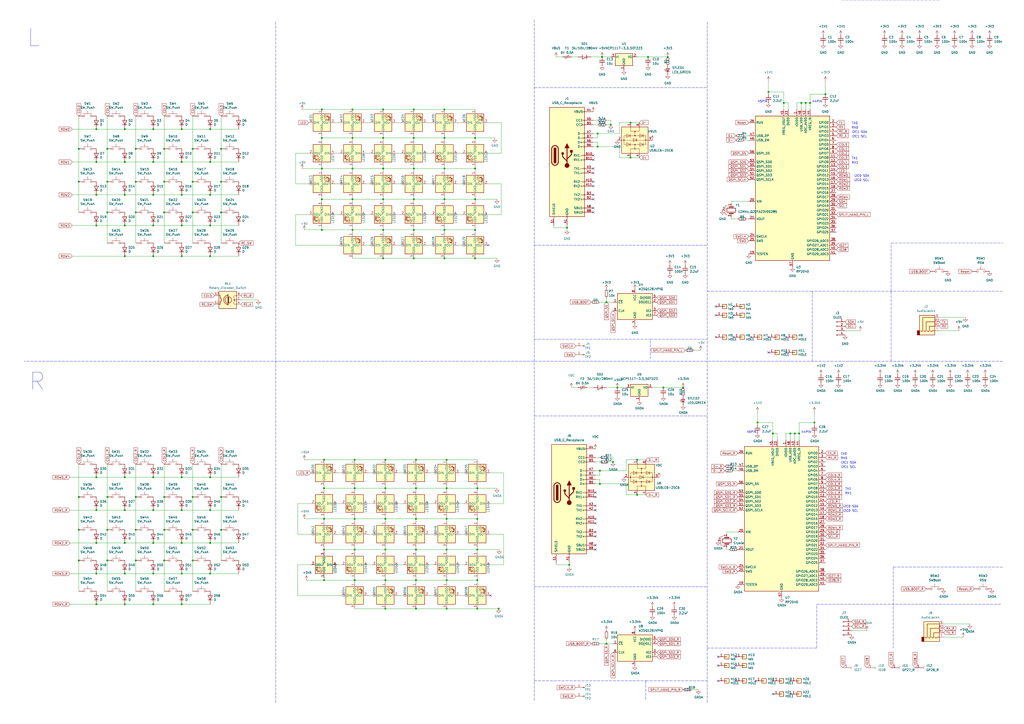
<source format=kicad_sch>
(kicad_sch (version 20211123) (generator eeschema)
  (paper "A2")
  (junction (at 78.74 105.41))
  (junction (at 223.52 266.7))
  (junction (at 88.9 148.59))
  (junction (at 95.25 86.36))
  (junction (at 241.3 318.77))
  (junction (at 240.03 133.35))
  (junction (at 78.74 325.12))
  (junction (at 240.03 115.57))
  (junction (at 111.76 86.36))
  (junction (at 62.23 86.36))
  (junction (at 88.9 74.93))
  (junction (at 121.92 130.81))
  (junction (at 55.88 74.93))
  (junction (at 62.23 105.41))
  (junction (at 95.25 325.12))
  (junction (at 259.08 300.99))
  (junction (at 128.27 288.29))
  (junction (at 222.25 97.79))
  (junction (at 62.23 123.19))
  (junction (at 186.69 63.5))
  (junction (at 223.52 283.21))
  (junction (at 78.74 123.19))
  (junction (at 205.74 336.55))
  (junction (at 187.96 300.99))
  (junction (at 72.39 130.81))
  (junction (at 354.33 72.39))
  (junction (at 355.6 267.97))
  (junction (at 223.52 336.55))
  (junction (at 222.25 115.57))
  (junction (at 88.9 93.98))
  (junction (at 55.88 113.03))
  (junction (at 240.03 149.86))
  (junction (at 346.71 77.47))
  (junction (at 276.86 336.55))
  (junction (at 95.25 123.19))
  (junction (at 111.76 325.12))
  (junction (at 72.39 314.96))
  (junction (at 204.47 80.01))
  (junction (at 351.79 373.38))
  (junction (at 105.41 113.03))
  (junction (at 276.86 353.06))
  (junction (at 439.42 245.11))
  (junction (at 275.59 133.35))
  (junction (at 448.31 251.46))
  (junction (at 105.41 93.98))
  (junction (at 330.2 327.66))
  (junction (at 222.25 133.35))
  (junction (at 369.57 266.7))
  (junction (at 88.9 130.81))
  (junction (at 347.98 280.67))
  (junction (at 241.3 283.21))
  (junction (at 458.47 251.46))
  (junction (at 257.81 133.35))
  (junction (at 187.96 318.77))
  (junction (at 204.47 133.35))
  (junction (at 257.81 149.86))
  (junction (at 241.3 336.55))
  (junction (at 384.81 224.79))
  (junction (at 472.44 245.11))
  (junction (at 55.88 93.98))
  (junction (at 365.76 91.44))
  (junction (at 72.39 93.98))
  (junction (at 111.76 307.34))
  (junction (at 205.74 266.7))
  (junction (at 55.88 295.91))
  (junction (at 186.69 80.01))
  (junction (at 72.39 113.03))
  (junction (at 259.08 283.21))
  (junction (at 469.9 59.69))
  (junction (at 223.52 318.77))
  (junction (at 88.9 314.96))
  (junction (at 105.41 74.93))
  (junction (at 105.41 295.91))
  (junction (at 222.25 149.86))
  (junction (at 454.66 59.69))
  (junction (at 72.39 332.74))
  (junction (at 88.9 295.91))
  (junction (at 111.76 123.19))
  (junction (at 275.59 80.01))
  (junction (at 55.88 130.81))
  (junction (at 72.39 148.59))
  (junction (at 55.88 332.74))
  (junction (at 257.81 63.5))
  (junction (at 45.72 86.36))
  (junction (at 187.96 266.7))
  (junction (at 276.86 318.77))
  (junction (at 128.27 123.19))
  (junction (at 62.23 325.12))
  (junction (at 128.27 307.34))
  (junction (at 105.41 314.96))
  (junction (at 105.41 350.52))
  (junction (at 105.41 148.59))
  (junction (at 121.92 148.59))
  (junction (at 241.3 266.7))
  (junction (at 121.92 295.91))
  (junction (at 259.08 318.77))
  (junction (at 88.9 113.03))
  (junction (at 72.39 74.93))
  (junction (at 95.25 105.41))
  (junction (at 186.69 97.79))
  (junction (at 461.01 251.46))
  (junction (at 72.39 350.52))
  (junction (at 289.2882 353.06))
  (junction (at 276.86 283.21))
  (junction (at 478.79 54.61))
  (junction (at 275.59 115.57))
  (junction (at 186.69 133.35))
  (junction (at 445.77 53.34))
  (junction (at 105.41 276.86))
  (junction (at 88.9 276.86))
  (junction (at 121.92 93.98))
  (junction (at 62.23 307.34))
  (junction (at 351.79 175.26))
  (junction (at 275.59 97.79))
  (junction (at 88.9 350.52))
  (junction (at 45.72 307.34))
  (junction (at 257.81 97.79))
  (junction (at 387.35 33.02))
  (junction (at 204.47 63.5))
  (junction (at 369.57 287.02))
  (junction (at 128.27 86.36))
  (junction (at 105.41 332.74))
  (junction (at 396.24 224.79))
  (junction (at 204.47 97.79))
  (junction (at 128.27 105.41))
  (junction (at 78.74 288.29))
  (junction (at 275.59 149.86))
  (junction (at 223.52 300.99))
  (junction (at 463.55 251.46))
  (junction (at 205.74 300.99))
  (junction (at 276.86 300.99))
  (junction (at 72.39 276.86))
  (junction (at 205.74 283.21))
  (junction (at 186.69 115.57))
  (junction (at 346.71 85.09))
  (junction (at 55.88 314.96))
  (junction (at 121.92 74.93))
  (junction (at 375.92 33.02))
  (junction (at 111.76 288.29))
  (junction (at 62.23 288.29))
  (junction (at 111.76 105.41))
  (junction (at 88.9 332.74))
  (junction (at 259.08 266.7))
  (junction (at 347.98 273.05))
  (junction (at 55.88 276.86))
  (junction (at 223.52 353.06))
  (junction (at 222.25 63.5))
  (junction (at 45.72 288.29))
  (junction (at 259.08 353.06))
  (junction (at 365.76 71.12))
  (junction (at 72.39 295.91))
  (junction (at 464.82 59.69))
  (junction (at 95.25 288.29))
  (junction (at 222.25 80.01))
  (junction (at 467.36 59.69))
  (junction (at 121.92 332.74))
  (junction (at 187.96 336.55))
  (junction (at 121.92 314.96))
  (junction (at 241.3 353.06))
  (junction (at 121.92 113.03))
  (junction (at 55.88 350.52))
  (junction (at 78.74 86.36))
  (junction (at 121.92 276.86))
  (junction (at 45.72 105.41))
  (junction (at 241.3 300.99))
  (junction (at 259.08 336.55))
  (junction (at 257.81 115.57))
  (junction (at 328.93 132.08))
  (junction (at 95.25 307.34))
  (junction (at 205.74 318.77))
  (junction (at 45.72 325.12))
  (junction (at 78.74 307.34))
  (junction (at 105.41 130.81))
  (junction (at 240.03 97.79))
  (junction (at 240.03 80.01))
  (junction (at 257.81 80.01))
  (junction (at 187.96 283.21))
  (junction (at 349.25 33.02))
  (junction (at 204.47 115.57))
  (junction (at 358.14 224.79))
  (junction (at 240.03 63.5))
  (no_connect (at 345.44 303.53))
  (no_connect (at 415.29 177.8))
  (no_connect (at 345.44 311.15))
  (no_connect (at 344.17 120.65))
  (no_connect (at 345.44 288.29))
  (no_connect (at 345.44 285.75))
  (no_connect (at 344.17 92.71))
  (no_connect (at 344.17 90.17))
  (no_connect (at 345.44 293.37))
  (no_connect (at 344.17 107.95))
  (no_connect (at 345.44 308.61))
  (no_connect (at 415.29 182.88))
  (no_connect (at 283.21 142.24))
  (no_connect (at 284.48 345.44))
  (no_connect (at 344.17 115.57))
  (no_connect (at 345.44 295.91))
  (no_connect (at 416.56 394.97))
  (no_connect (at 415.29 195.58))
  (no_connect (at 345.44 300.99))
  (no_connect (at 458.47 394.97))
  (no_connect (at 345.44 316.23))
  (no_connect (at 416.56 386.08))
  (no_connect (at 344.17 123.19))
  (no_connect (at 345.44 318.77))
  (no_connect (at 438.15 394.97))
  (no_connect (at 448.31 402.59))
  (no_connect (at 426.72 386.08))
  (no_connect (at 344.17 100.33))
  (no_connect (at 458.47 402.59))
  (no_connect (at 426.72 381))
  (no_connect (at 455.93 195.58))
  (no_connect (at 426.72 394.97))
  (no_connect (at 445.77 195.58))
  (no_connect (at 455.93 204.47))
  (no_connect (at 425.45 195.58))
  (no_connect (at 435.61 195.58))
  (no_connect (at 416.56 381))
  (no_connect (at 445.77 204.47))
  (no_connect (at 425.45 177.8))
  (no_connect (at 344.17 97.79))
  (no_connect (at 425.45 182.88))
  (no_connect (at 344.17 113.03))
  (no_connect (at 344.17 105.41))
  (no_connect (at 448.31 394.97))
  (wire (pts (xy 276.86 283.21) (xy 288.29 283.21)))
  (wire (pts (xy 138.43 332.74) (xy 121.92 332.74)))
  (wire (pts (xy 111.76 288.29) (xy 111.76 269.24)))
  (wire (pts (xy 138.43 295.91) (xy 121.92 295.91)))
  (wire (pts (xy 259.08 318.77) (xy 276.86 318.77)))
  (wire (pts (xy 231.14 345.44) (xy 233.68 345.44)))
  (wire (pts (xy 547.37 369.57) (xy 558.8 369.57)))
  (wire (pts (xy 248.92 327.66) (xy 251.46 327.66)))
  (wire (pts (xy 248.92 345.44) (xy 251.46 345.44)))
  (wire (pts (xy 95.25 67.31) (xy 95.25 86.36)))
  (wire (pts (xy 347.98 280.67) (xy 363.22 280.67)))
  (wire (pts (xy 62.23 105.41) (xy 62.23 123.19)))
  (wire (pts (xy 212.09 71.12) (xy 214.63 71.12)))
  (wire (pts (xy 138.43 74.93) (xy 121.92 74.93)))
  (wire (pts (xy 490.22 191.77) (xy 499.11 191.77)))
  (wire (pts (xy 351.79 69.85) (xy 354.33 69.85)))
  (wire (pts (xy 195.58 309.88) (xy 198.12 309.88)))
  (polyline (pts (xy 309.88 196.85) (xy 377.19 196.85)))
  (wire (pts (xy 427.99 273.05) (xy 425.45 273.05)))
  (wire (pts (xy 105.41 113.03) (xy 121.92 113.03)))
  (wire (pts (xy 195.58 274.32) (xy 198.12 274.32)))
  (wire (pts (xy 544.83 184.15) (xy 560.07 184.15)))
  (wire (pts (xy 231.14 274.32) (xy 233.68 274.32)))
  (wire (pts (xy 424.18 116.84) (xy 424.18 118.11)))
  (wire (pts (xy 346.71 80.01) (xy 344.17 80.01)))
  (wire (pts (xy 283.21 106.68) (xy 290.83 106.68)))
  (wire (pts (xy 62.23 342.9) (xy 62.23 325.12)))
  (wire (pts (xy 175.26 63.5) (xy 186.69 63.5)))
  (wire (pts (xy 248.92 309.88) (xy 251.46 309.88)))
  (wire (pts (xy 359.41 77.47) (xy 359.41 71.12)))
  (wire (pts (xy 88.9 350.52) (xy 105.41 350.52)))
  (wire (pts (xy 433.07 127) (xy 434.34 127)))
  (wire (pts (xy 330.2 326.39) (xy 330.2 327.66)))
  (wire (pts (xy 55.88 74.93) (xy 72.39 74.93)))
  (wire (pts (xy 266.7 274.32) (xy 269.24 274.32)))
  (wire (pts (xy 259.08 336.55) (xy 276.86 336.55)))
  (wire (pts (xy 41.91 113.03) (xy 55.88 113.03)))
  (wire (pts (xy 72.39 148.59) (xy 88.9 148.59)))
  (wire (pts (xy 241.3 317.5) (xy 241.3 318.77)))
  (wire (pts (xy 62.23 325.12) (xy 62.23 307.34)))
  (wire (pts (xy 222.25 115.57) (xy 240.03 115.57)))
  (wire (pts (xy 45.72 123.19) (xy 45.72 105.41)))
  (wire (pts (xy 223.52 300.99) (xy 223.52 302.26)))
  (wire (pts (xy 240.03 78.74) (xy 240.03 80.01)))
  (wire (pts (xy 204.47 133.35) (xy 186.69 133.35)))
  (wire (pts (xy 347.98 280.67) (xy 345.44 280.67)))
  (wire (pts (xy 346.71 85.09) (xy 359.41 85.09)))
  (wire (pts (xy 180.34 327.66) (xy 172.72 327.66)))
  (wire (pts (xy 128.27 123.19) (xy 128.27 140.97)))
  (wire (pts (xy 462.28 59.69) (xy 464.82 59.69)))
  (wire (pts (xy 111.76 86.36) (xy 111.76 105.41)))
  (wire (pts (xy 363.22 280.67) (xy 363.22 287.02)))
  (wire (pts (xy 204.47 132.08) (xy 204.47 133.35)))
  (wire (pts (xy 289.2882 353.06) (xy 289.56 353.06)))
  (wire (pts (xy 195.58 327.66) (xy 198.12 327.66)))
  (wire (pts (xy 266.7 327.66) (xy 269.24 327.66)))
  (wire (pts (xy 223.52 299.72) (xy 223.52 300.99)))
  (wire (pts (xy 41.91 74.93) (xy 55.88 74.93)))
  (wire (pts (xy 194.31 124.46) (xy 196.85 124.46)))
  (wire (pts (xy 363.22 266.7) (xy 369.57 266.7)))
  (wire (pts (xy 45.72 105.41) (xy 45.72 86.36)))
  (wire (pts (xy 275.59 132.08) (xy 275.59 133.35)))
  (wire (pts (xy 351.79 370.84) (xy 351.79 373.38)))
  (wire (pts (xy 369.57 266.7) (xy 374.65 266.7)))
  (wire (pts (xy 186.69 78.74) (xy 186.69 80.01)))
  (wire (pts (xy 72.39 276.86) (xy 88.9 276.86)))
  (wire (pts (xy 241.3 318.77) (xy 241.3 320.04)))
  (wire (pts (xy 186.69 63.5) (xy 204.47 63.5)))
  (wire (pts (xy 259.08 283.21) (xy 259.08 284.48)))
  (wire (pts (xy 55.88 276.86) (xy 72.39 276.86)))
  (wire (pts (xy 111.76 67.31) (xy 111.76 86.36)))
  (wire (pts (xy 445.77 53.34) (xy 445.77 54.61)))
  (wire (pts (xy 365.76 71.12) (xy 370.84 71.12)))
  (wire (pts (xy 205.74 318.77) (xy 205.74 320.04)))
  (wire (pts (xy 346.71 77.47) (xy 359.41 77.47)))
  (wire (pts (xy 179.07 88.9) (xy 171.45 88.9)))
  (wire (pts (xy 139.7 173.99) (xy 149.86 173.99)))
  (wire (pts (xy 450.85 251.46) (xy 450.85 255.27)))
  (wire (pts (xy 78.74 86.36) (xy 78.74 105.41)))
  (wire (pts (xy 345.44 273.05) (xy 347.98 273.05)))
  (wire (pts (xy 223.52 318.77) (xy 241.3 318.77)))
  (wire (pts (xy 222.25 133.35) (xy 240.03 133.35)))
  (wire (pts (xy 472.44 245.11) (xy 472.44 246.38)))
  (wire (pts (xy 463.55 245.11) (xy 463.55 251.46)))
  (wire (pts (xy 351.79 72.39) (xy 354.33 72.39)))
  (wire (pts (xy 186.69 80.01) (xy 186.69 81.28)))
  (wire (pts (xy 95.25 325.12) (xy 95.25 307.34)))
  (wire (pts (xy 128.27 67.31) (xy 128.27 86.36)))
  (wire (pts (xy 445.77 46.99) (xy 445.77 53.34)))
  (wire (pts (xy 223.52 318.77) (xy 223.52 320.04)))
  (wire (pts (xy 187.96 317.5) (xy 187.96 318.77)))
  (wire (pts (xy 347.98 273.05) (xy 347.98 275.59)))
  (wire (pts (xy 223.52 317.5) (xy 223.52 318.77)))
  (wire (pts (xy 322.58 326.39) (xy 322.58 327.66)))
  (wire (pts (xy 229.87 124.46) (xy 232.41 124.46)))
  (polyline (pts (xy 374.65 394.97) (xy 374.65 406.4)))
  (wire (pts (xy 212.09 106.68) (xy 214.63 106.68)))
  (wire (pts (xy 259.08 318.77) (xy 259.08 320.04)))
  (wire (pts (xy 180.34 292.1) (xy 172.72 292.1)))
  (wire (pts (xy 45.72 288.29) (xy 45.72 269.24)))
  (wire (pts (xy 464.82 59.69) (xy 464.82 63.5)))
  (wire (pts (xy 458.47 251.46) (xy 461.01 251.46)))
  (wire (pts (xy 186.69 114.3) (xy 186.69 115.57)))
  (wire (pts (xy 257.81 132.08) (xy 257.81 133.35)))
  (wire (pts (xy 421.64 318.77) (xy 422.91 318.77)))
  (wire (pts (xy 176.53 133.35) (xy 186.69 133.35)))
  (wire (pts (xy 455.93 251.46) (xy 458.47 251.46)))
  (wire (pts (xy 95.25 105.41) (xy 95.25 123.19)))
  (wire (pts (xy 88.9 113.03) (xy 105.41 113.03)))
  (wire (pts (xy 275.59 80.01) (xy 287.02 80.01)))
  (wire (pts (xy 342.9 33.02) (xy 349.25 33.02)))
  (wire (pts (xy 457.2 59.69) (xy 454.66 59.69)))
  (wire (pts (xy 88.9 148.59) (xy 105.41 148.59)))
  (wire (pts (xy 223.52 283.21) (xy 223.52 284.48)))
  (wire (pts (xy 353.06 265.43) (xy 355.6 265.43)))
  (wire (pts (xy 257.81 149.86) (xy 275.59 149.86)))
  (wire (pts (xy 111.76 307.34) (xy 111.76 325.12)))
  (wire (pts (xy 259.08 300.99) (xy 276.86 300.99)))
  (wire (pts (xy 463.55 251.46) (xy 463.55 255.27)))
  (wire (pts (xy 111.76 123.19) (xy 111.76 105.41)))
  (wire (pts (xy 369.57 287.02) (xy 374.65 287.02)))
  (wire (pts (xy 347.98 175.26) (xy 351.79 175.26)))
  (polyline (pts (xy 518.16 328.93) (xy 518.16 375.92)))
  (wire (pts (xy 240.03 97.79) (xy 240.03 99.06)))
  (wire (pts (xy 406.4 203.2) (xy 402.59 203.2)))
  (wire (pts (xy 347.98 278.13) (xy 347.98 280.67)))
  (wire (pts (xy 431.8 78.74) (xy 434.34 78.74)))
  (wire (pts (xy 275.59 96.52) (xy 275.59 97.79)))
  (wire (pts (xy 62.23 288.29) (xy 62.23 307.34)))
  (wire (pts (xy 222.25 115.57) (xy 222.25 116.84)))
  (wire (pts (xy 128.27 325.12) (xy 128.27 307.34)))
  (wire (pts (xy 331.47 224.79) (xy 335.28 224.79)))
  (wire (pts (xy 186.69 115.57) (xy 204.47 115.57)))
  (wire (pts (xy 204.47 78.74) (xy 204.47 80.01)))
  (wire (pts (xy 275.59 80.01) (xy 275.59 81.28)))
  (wire (pts (xy 322.58 33.02) (xy 326.39 33.02)))
  (wire (pts (xy 231.14 327.66) (xy 233.68 327.66)))
  (wire (pts (xy 223.52 300.99) (xy 241.3 300.99)))
  (wire (pts (xy 457.2 59.69) (xy 457.2 63.5)))
  (wire (pts (xy 240.03 63.5) (xy 257.81 63.5)))
  (wire (pts (xy 347.98 273.05) (xy 363.22 273.05)))
  (wire (pts (xy 177.8 336.55) (xy 187.96 336.55)))
  (wire (pts (xy 290.83 124.46) (xy 283.21 124.46)))
  (wire (pts (xy 204.47 97.79) (xy 222.25 97.79)))
  (wire (pts (xy 55.88 113.03) (xy 72.39 113.03)))
  (wire (pts (xy 72.39 295.91) (xy 55.88 295.91)))
  (wire (pts (xy 204.47 97.79) (xy 204.47 99.06)))
  (wire (pts (xy 179.07 124.46) (xy 171.45 124.46)))
  (wire (pts (xy 240.03 96.52) (xy 240.03 97.79)))
  (wire (pts (xy 223.52 353.06) (xy 241.3 353.06)))
  (wire (pts (xy 222.25 80.01) (xy 222.25 81.28)))
  (wire (pts (xy 259.08 300.99) (xy 259.08 302.26)))
  (wire (pts (xy 363.22 273.05) (xy 363.22 266.7)))
  (wire (pts (xy 351.79 224.79) (xy 358.14 224.79)))
  (wire (pts (xy 105.41 350.52) (xy 121.92 350.52)))
  (wire (pts (xy 424.18 125.73) (xy 424.18 127)))
  (wire (pts (xy 434.34 81.28) (xy 431.8 81.28)))
  (wire (pts (xy 241.3 335.28) (xy 241.3 336.55)))
  (wire (pts (xy 204.47 115.57) (xy 222.25 115.57)))
  (wire (pts (xy 205.74 266.7) (xy 223.52 266.7)))
  (wire (pts (xy 171.45 88.9) (xy 171.45 106.68)))
  (wire (pts (xy 257.81 80.01) (xy 257.81 81.28)))
  (wire (pts (xy 257.81 63.5) (xy 275.59 63.5)))
  (wire (pts (xy 266.7 292.1) (xy 269.24 292.1)))
  (wire (pts (xy 204.47 115.57) (xy 204.47 116.84)))
  (wire (pts (xy 365.76 91.44) (xy 370.84 91.44)))
  (wire (pts (xy 195.58 292.1) (xy 198.12 292.1)))
  (wire (pts (xy 176.53 266.7) (xy 187.96 266.7)))
  (wire (pts (xy 266.7 309.88) (xy 269.24 309.88)))
  (wire (pts (xy 257.81 97.79) (xy 257.81 99.06)))
  (wire (pts (xy 204.47 114.3) (xy 204.47 115.57)))
  (polyline (pts (xy 516.89 168.91) (xy 516.89 140.97)))
  (polyline (pts (xy 160.02 12.7) (xy 160.02 407.67)))
  (wire (pts (xy 229.87 71.12) (xy 232.41 71.12)))
  (polyline (pts (xy 410.21 375.92) (xy 473.71 375.92)))
  (wire (pts (xy 213.36 292.1) (xy 215.9 292.1)))
  (wire (pts (xy 231.14 309.88) (xy 233.68 309.88)))
  (wire (pts (xy 186.69 97.79) (xy 204.47 97.79)))
  (wire (pts (xy 344.17 82.55) (xy 346.71 82.55)))
  (wire (pts (xy 478.79 54.61) (xy 469.9 54.61)))
  (wire (pts (xy 259.08 283.21) (xy 276.86 283.21)))
  (wire (pts (xy 345.44 265.43) (xy 347.98 265.43)))
  (wire (pts (xy 121.92 93.98) (xy 105.41 93.98)))
  (wire (pts (xy 276.86 318.77) (xy 276.86 320.04)))
  (wire (pts (xy 205.74 336.55) (xy 187.96 336.55)))
  (wire (pts (xy 421.64 317.5) (xy 421.64 318.77)))
  (polyline (pts (xy 581.66 209.55) (xy 13.97 209.55)))
  (wire (pts (xy 275.59 97.79) (xy 275.59 99.06)))
  (wire (pts (xy 204.47 63.5) (xy 222.25 63.5)))
  (wire (pts (xy 240.03 115.57) (xy 240.03 116.84)))
  (polyline (pts (xy 544.83 0) (xy 487.68 0)))
  (wire (pts (xy 345.44 278.13) (xy 347.98 278.13)))
  (wire (pts (xy 186.69 80.01) (xy 204.47 80.01)))
  (wire (pts (xy 240.03 133.35) (xy 240.03 134.62)))
  (wire (pts (xy 121.92 130.81) (xy 105.41 130.81)))
  (wire (pts (xy 321.31 132.08) (xy 328.93 132.08)))
  (wire (pts (xy 172.72 345.44) (xy 198.12 345.44)))
  (wire (pts (xy 55.88 93.98) (xy 41.91 93.98)))
  (wire (pts (xy 105.41 276.86) (xy 121.92 276.86)))
  (wire (pts (xy 105.41 295.91) (xy 88.9 295.91)))
  (wire (pts (xy 171.45 142.24) (xy 196.85 142.24)))
  (wire (pts (xy 105.41 74.93) (xy 88.9 74.93)))
  (wire (pts (xy 284.48 309.88) (xy 292.1 309.88)))
  (wire (pts (xy 55.88 295.91) (xy 40.64 295.91)))
  (wire (pts (xy 265.43 124.46) (xy 267.97 124.46)))
  (wire (pts (xy 292.1 309.88) (xy 292.1 327.66)))
  (wire (pts (xy 111.76 307.34) (xy 111.76 288.29)))
  (wire (pts (xy 223.52 283.21) (xy 241.3 283.21)))
  (polyline (pts (xy 473.71 375.92) (xy 473.71 350.52)))
  (wire (pts (xy 105.41 130.81) (xy 88.9 130.81)))
  (wire (pts (xy 448.31 251.46) (xy 448.31 255.27)))
  (wire (pts (xy 128.27 105.41) (xy 128.27 123.19)))
  (wire (pts (xy 187.96 300.99) (xy 205.74 300.99)))
  (wire (pts (xy 359.41 91.44) (xy 365.76 91.44)))
  (wire (pts (xy 222.25 97.79) (xy 240.03 97.79)))
  (wire (pts (xy 247.65 142.24) (xy 250.19 142.24)))
  (wire (pts (xy 347.98 373.38) (xy 351.79 373.38)))
  (wire (pts (xy 72.39 350.52) (xy 88.9 350.52)))
  (wire (pts (xy 322.58 327.66) (xy 330.2 327.66)))
  (wire (pts (xy 421.64 308.61) (xy 427.99 308.61)))
  (wire (pts (xy 424.18 127) (xy 427.99 127)))
  (wire (pts (xy 241.3 336.55) (xy 241.3 337.82)))
  (wire (pts (xy 128.27 269.24) (xy 128.27 288.29)))
  (wire (pts (xy 445.77 53.34) (xy 454.66 53.34)))
  (wire (pts (xy 55.88 332.74) (xy 40.64 332.74)))
  (polyline (pts (xy 377.19 196.85) (xy 410.21 196.85)))
  (wire (pts (xy 421.64 308.61) (xy 421.64 309.88)))
  (wire (pts (xy 222.25 133.35) (xy 222.25 134.62)))
  (wire (pts (xy 276.86 353.06) (xy 289.2882 353.06)))
  (wire (pts (xy 40.64 350.52) (xy 55.88 350.52)))
  (wire (pts (xy 240.03 80.01) (xy 257.81 80.01)))
  (wire (pts (xy 259.08 353.06) (xy 276.86 353.06)))
  (wire (pts (xy 213.36 274.32) (xy 215.9 274.32)))
  (polyline (pts (xy 309.88 11.43) (xy 309.88 406.4)))
  (wire (pts (xy 328.93 130.81) (xy 328.93 132.08)))
  (wire (pts (xy 229.87 88.9) (xy 232.41 88.9)))
  (wire (pts (xy 494.03 365.76) (xy 502.92 365.76)))
  (wire (pts (xy 384.81 224.79) (xy 396.24 224.79)))
  (wire (pts (xy 259.08 335.28) (xy 259.08 336.55)))
  (wire (pts (xy 222.25 96.52) (xy 222.25 97.79)))
  (wire (pts (xy 204.47 133.35) (xy 204.47 134.62)))
  (wire (pts (xy 347.98 275.59) (xy 345.44 275.59)))
  (wire (pts (xy 72.39 93.98) (xy 88.9 93.98)))
  (wire (pts (xy 187.96 336.55) (xy 187.96 335.28)))
  (wire (pts (xy 205.74 299.72) (xy 205.74 300.99)))
  (wire (pts (xy 363.22 287.02) (xy 369.57 287.02)))
  (wire (pts (xy 88.9 295.91) (xy 72.39 295.91)))
  (wire (pts (xy 241.3 283.21) (xy 259.08 283.21)))
  (wire (pts (xy 78.74 325.12) (xy 78.74 307.34)))
  (wire (pts (xy 257.81 133.35) (xy 257.81 134.62)))
  (wire (pts (xy 247.65 106.68) (xy 250.19 106.68)))
  (wire (pts (xy 171.45 106.68) (xy 179.07 106.68)))
  (wire (pts (xy 78.74 288.29) (xy 78.74 269.24)))
  (wire (pts (xy 354.33 69.85) (xy 354.33 72.39)))
  (wire (pts (xy 290.83 106.68) (xy 290.83 124.46)))
  (wire (pts (xy 187.96 318.77) (xy 205.74 318.77)))
  (wire (pts (xy 45.72 307.34) (xy 45.72 288.29)))
  (wire (pts (xy 454.66 59.69) (xy 454.66 63.5)))
  (wire (pts (xy 290.83 71.12) (xy 290.83 88.9)))
  (wire (pts (xy 259.08 317.5) (xy 259.08 318.77)))
  (wire (pts (xy 544.83 191.77) (xy 556.26 191.77)))
  (wire (pts (xy 351.79 175.26) (xy 355.6 175.26)))
  (polyline (pts (xy 309.88 142.24) (xy 410.21 142.24)))
  (wire (pts (xy 265.43 106.68) (xy 267.97 106.68)))
  (wire (pts (xy 105.41 332.74) (xy 88.9 332.74)))
  (wire (pts (xy 128.27 288.29) (xy 128.27 307.34)))
  (wire (pts (xy 205.74 335.28) (xy 205.74 336.55)))
  (wire (pts (xy 105.41 314.96) (xy 121.92 314.96)))
  (wire (pts (xy 266.7 345.44) (xy 269.24 345.44)))
  (wire (pts (xy 276.86 318.77) (xy 289.56 318.77)))
  (wire (pts (xy 205.74 317.5) (xy 205.74 318.77)))
  (wire (pts (xy 247.65 124.46) (xy 250.19 124.46)))
  (wire (pts (xy 425.45 270.51) (xy 427.99 270.51)))
  (polyline (pts (xy 410.21 168.91) (xy 471.17 168.91)))
  (wire (pts (xy 186.69 97.79) (xy 186.69 99.06)))
  (polyline (pts (xy 410.21 12.7) (xy 410.21 407.67)))
  (wire (pts (xy 345.44 267.97) (xy 347.98 267.97)))
  (wire (pts (xy 290.83 88.9) (xy 283.21 88.9)))
  (wire (pts (xy 275.59 114.3) (xy 275.59 115.57)))
  (polyline (pts (xy 309.88 50.8) (xy 410.21 50.8)))
  (wire (pts (xy 41.91 148.59) (xy 72.39 148.59)))
  (wire (pts (xy 186.69 115.57) (xy 186.69 116.84)))
  (wire (pts (xy 105.41 148.59) (xy 121.92 148.59)))
  (wire (pts (xy 205.74 336.55) (xy 205.74 337.82)))
  (wire (pts (xy 454.66 53.34) (xy 454.66 59.69)))
  (wire (pts (xy 121.92 332.74) (xy 105.41 332.74)))
  (wire (pts (xy 241.3 300.99) (xy 241.3 302.26)))
  (wire (pts (xy 205.74 353.06) (xy 223.52 353.06)))
  (wire (pts (xy 257.81 80.01) (xy 275.59 80.01)))
  (wire (pts (xy 257.81 133.35) (xy 275.59 133.35)))
  (wire (pts (xy 461.01 251.46) (xy 461.01 255.27)))
  (wire (pts (xy 257.81 97.79) (xy 275.59 97.79)))
  (wire (pts (xy 78.74 86.36) (xy 78.74 67.31)))
  (wire (pts (xy 222.25 63.5) (xy 240.03 63.5)))
  (wire (pts (xy 222.25 114.3) (xy 222.25 115.57)))
  (wire (pts (xy 205.74 283.21) (xy 223.52 283.21)))
  (wire (pts (xy 328.93 132.08) (xy 328.93 133.35)))
  (wire (pts (xy 222.25 97.79) (xy 222.25 99.06)))
  (wire (pts (xy 275.59 115.57) (xy 288.29 115.57)))
  (wire (pts (xy 265.43 142.24) (xy 267.97 142.24)))
  (wire (pts (xy 359.41 71.12) (xy 365.76 71.12)))
  (wire (pts (xy 344.17 72.39) (xy 346.71 72.39)))
  (polyline (pts (xy 581.66 168.91) (xy 471.17 168.91)))
  (wire (pts (xy 458.47 251.46) (xy 458.47 255.27)))
  (wire (pts (xy 241.3 266.7) (xy 259.08 266.7)))
  (wire (pts (xy 469.9 54.61) (xy 469.9 59.69)))
  (wire (pts (xy 78.74 342.9) (xy 78.74 325.12)))
  (wire (pts (xy 187.96 266.7) (xy 205.74 266.7)))
  (wire (pts (xy 222.25 80.01) (xy 240.03 80.01)))
  (wire (pts (xy 240.03 132.08) (xy 240.03 133.35)))
  (wire (pts (xy 222.25 78.74) (xy 222.25 80.01)))
  (wire (pts (xy 95.25 288.29) (xy 95.25 307.34)))
  (wire (pts (xy 187.96 283.21) (xy 205.74 283.21)))
  (wire (pts (xy 204.47 149.86) (xy 222.25 149.86)))
  (wire (pts (xy 259.08 336.55) (xy 259.08 337.82)))
  (wire (pts (xy 259.08 266.7) (xy 276.86 266.7)))
  (wire (pts (xy 346.71 82.55) (xy 346.71 85.09)))
  (polyline (pts (xy 377.19 208.28) (xy 377.19 196.85)))
  (wire (pts (xy 257.81 96.52) (xy 257.81 97.79)))
  (wire (pts (xy 229.87 142.24) (xy 232.41 142.24)))
  (wire (pts (xy 121.92 295.91) (xy 105.41 295.91)))
  (wire (pts (xy 212.09 88.9) (xy 214.63 88.9)))
  (polyline (pts (xy 309.88 241.3) (xy 410.21 241.3)))
  (wire (pts (xy 186.69 96.52) (xy 186.69 97.79)))
  (wire (pts (xy 292.1 327.66) (xy 284.48 327.66)))
  (wire (pts (xy 276.86 300.99) (xy 276.86 302.26)))
  (wire (pts (xy 240.03 115.57) (xy 257.81 115.57)))
  (wire (pts (xy 223.52 336.55) (xy 241.3 336.55)))
  (wire (pts (xy 55.88 314.96) (xy 72.39 314.96)))
  (wire (pts (xy 223.52 335.28) (xy 223.52 336.55)))
  (wire (pts (xy 344.17 69.85) (xy 346.71 69.85)))
  (wire (pts (xy 72.39 314.96) (xy 88.9 314.96)))
  (wire (pts (xy 321.31 130.81) (xy 321.31 132.08)))
  (wire (pts (xy 204.47 133.35) (xy 222.25 133.35)))
  (polyline (pts (xy 581.66 328.93) (xy 518.16 328.93)))
  (polyline (pts (xy 309.88 340.36) (xy 410.21 340.36)))
  (wire (pts (xy 275.59 115.57) (xy 275.59 116.84)))
  (wire (pts (xy 121.92 276.86) (xy 138.43 276.86)))
  (wire (pts (xy 448.31 245.11) (xy 448.31 251.46)))
  (wire (pts (xy 62.23 86.36) (xy 62.23 105.41)))
  (wire (pts (xy 351.79 172.72) (xy 351.79 175.26)))
  (wire (pts (xy 241.3 318.77) (xy 259.08 318.77)))
  (wire (pts (xy 62.23 269.24) (xy 62.23 288.29)))
  (polyline (pts (xy 374.65 394.97) (xy 410.21 394.97)))
  (wire (pts (xy 172.72 327.66) (xy 172.72 345.44)))
  (wire (pts (xy 478.79 46.99) (xy 478.79 54.61)))
  (wire (pts (xy 88.9 130.81) (xy 72.39 130.81)))
  (wire (pts (xy 205.74 318.77) (xy 223.52 318.77)))
  (wire (pts (xy 276.86 336.55) (xy 276.86 337.82)))
  (wire (pts (xy 138.43 130.81) (xy 121.92 130.81)))
  (wire (pts (xy 257.81 115.57) (xy 257.81 116.84)))
  (wire (pts (xy 213.36 345.44) (xy 215.9 345.44)))
  (wire (pts (xy 455.93 251.46) (xy 455.93 255.27)))
  (wire (pts (xy 204.47 81.28) (xy 204.47 80.01)))
  (wire (pts (xy 259.08 299.72) (xy 259.08 300.99)))
  (wire (pts (xy 241.3 283.21) (xy 241.3 284.48)))
  (wire (pts (xy 358.14 224.79) (xy 363.22 224.79)))
  (wire (pts (xy 62.23 140.97) (xy 62.23 123.19)))
  (wire (pts (xy 111.76 342.9) (xy 111.76 325.12)))
  (wire (pts (xy 187.96 300.99) (xy 187.96 302.26)))
  (polyline (pts (xy 309.88 394.97) (xy 374.65 394.97)))
  (wire (pts (xy 276.86 283.21) (xy 276.86 284.48)))
  (wire (pts (xy 284.48 274.32) (xy 292.1 274.32)))
  (wire (pts (xy 276.86 317.5) (xy 276.86 318.77)))
  (wire (pts (xy 275.59 149.86) (xy 288.29 149.86)))
  (wire (pts (xy 95.25 140.97) (xy 95.25 123.19)))
  (wire (pts (xy 257.81 114.3) (xy 257.81 115.57)))
  (wire (pts (xy 176.53 300.99) (xy 187.96 300.99)))
  (wire (pts (xy 330.2 327.66) (xy 330.2 328.93)))
  (wire (pts (xy 55.88 350.52) (xy 72.39 350.52)))
  (wire (pts (xy 95.25 269.24) (xy 95.25 288.29)))
  (wire (pts (xy 240.03 114.3) (xy 240.03 115.57)))
  (wire (pts (xy 186.69 133.35) (xy 186.69 132.08)))
  (wire (pts (xy 351.79 373.38) (xy 355.6 373.38)))
  (wire (pts (xy 212.09 124.46) (xy 214.63 124.46)))
  (wire (pts (xy 472.44 238.76) (xy 472.44 245.11)))
  (wire (pts (xy 138.43 93.98) (xy 121.92 93.98)))
  (wire (pts (xy 241.3 281.94) (xy 241.3 283.21)))
  (wire (pts (xy 240.03 133.35) (xy 257.81 133.35)))
  (wire (pts (xy 72.39 332.74) (xy 55.88 332.74)))
  (wire (pts (xy 439.42 245.11) (xy 439.42 246.38)))
  (wire (pts (xy 205.74 300.99) (xy 205.74 302.26)))
  (wire (pts (xy 194.31 71.12) (xy 196.85 71.12)))
  (wire (pts (xy 223.52 266.7) (xy 241.3 266.7)))
  (wire (pts (xy 241.3 336.55) (xy 259.08 336.55)))
  (wire (pts (xy 248.92 292.1) (xy 251.46 292.1)))
  (polyline (pts (xy 516.89 168.91) (xy 516.89 209.55)))
  (wire (pts (xy 223.52 336.55) (xy 223.52 337.82)))
  (wire (pts (xy 247.65 88.9) (xy 250.19 88.9)))
  (wire (pts (xy 172.72 309.88) (xy 180.34 309.88)))
  (wire (pts (xy 257.81 78.74) (xy 257.81 80.01)))
  (polyline (pts (xy 473.71 350.52) (xy 580.39 350.52)))
  (wire (pts (xy 78.74 140.97) (xy 78.74 123.19)))
  (polyline (pts (xy 516.89 140.97) (xy 581.66 140.97)))
  (wire (pts (xy 424.18 116.84) (xy 434.34 116.84)))
  (wire (pts (xy 72.39 130.81) (xy 55.88 130.81)))
  (wire (pts (xy 346.71 85.09) (xy 344.17 85.09)))
  (wire (pts (xy 241.3 300.99) (xy 259.08 300.99)))
  (wire (pts (xy 405.13 400.05) (xy 401.32 400.05)))
  (wire (pts (xy 439.42 238.76) (xy 439.42 245.11)))
  (wire (pts (xy 257.81 115.57) (xy 275.59 115.57)))
  (wire (pts (xy 265.43 71.12) (xy 267.97 71.12)))
  (wire (pts (xy 105.41 314.96) (xy 88.9 314.96)))
  (wire (pts (xy 241.3 299.72) (xy 241.3 300.99)))
  (wire (pts (xy 240.03 149.86) (xy 257.81 149.86)))
  (polyline (pts (xy 471.17 168.91) (xy 471.17 209.55)))
  (wire (pts (xy 204.47 96.52) (xy 204.47 97.79)))
  (wire (pts (xy 121.92 148.59) (xy 138.43 148.59)))
  (wire (pts (xy 187.96 299.72) (xy 187.96 300.99)))
  (wire (pts (xy 95.25 86.36) (xy 95.25 105.41)))
  (wire (pts (xy 378.46 224.79) (xy 384.81 224.79)))
  (wire (pts (xy 276.86 299.72) (xy 276.86 300.99)))
  (wire (pts (xy 275.59 133.35) (xy 275.59 134.62)))
  (wire (pts (xy 355.6 265.43) (xy 355.6 267.97)))
  (wire (pts (xy 467.36 59.69) (xy 467.36 63.5)))
  (wire (pts (xy 240.03 97.79) (xy 257.81 97.79)))
  (wire (pts (xy 205.74 336.55) (xy 223.52 336.55)))
  (wire (pts (xy 275.59 80.01) (xy 275.59 78.74)))
  (wire (pts (xy 247.65 71.12) (xy 250.19 71.12)))
  (wire (pts (xy 72.39 93.98) (xy 55.88 93.98)))
  (wire (pts (xy 187.96 281.94) (xy 187.96 283.21)))
  (wire (pts (xy 547.37 361.95) (xy 562.61 361.95)))
  (wire (pts (xy 78.74 288.29) (xy 78.74 307.34)))
  (wire (pts (xy 259.08 281.94) (xy 259.08 283.21)))
  (wire (pts (xy 276.86 335.28) (xy 276.86 336.55)))
  (wire (pts (xy 88.9 332.74) (xy 72.39 332.74)))
  (wire (pts (xy 205.74 300.99) (xy 223.52 300.99)))
  (wire (pts (xy 467.36 59.69) (xy 469.9 59.69)))
  (wire (pts (xy 40.64 276.86) (xy 55.88 276.86)))
  (wire (pts (xy 194.31 88.9) (xy 196.85 88.9)))
  (wire (pts (xy 40.64 314.96) (xy 55.88 314.96)))
  (wire (pts (xy 55.88 130.81) (xy 41.91 130.81)))
  (wire (pts (xy 276.86 283.21) (xy 276.86 281.94)))
  (wire (pts (xy 121.92 113.03) (xy 138.43 113.03)))
  (wire (pts (xy 205.74 281.94) (xy 205.74 283.21)))
  (wire (pts (xy 331.47 33.02) (xy 335.28 33.02)))
  (wire (pts (xy 375.92 33.02) (xy 387.35 33.02)))
  (wire (pts (xy 172.72 292.1) (xy 172.72 309.88)))
  (wire (pts (xy 340.36 224.79) (xy 344.17 224.79)))
  (wire (pts (xy 45.72 86.36) (xy 45.72 67.31)))
  (wire (pts (xy 344.17 77.47) (xy 346.71 77.47)))
  (wire (pts (xy 349.25 33.02) (xy 354.33 33.02)))
  (wire (pts (xy 72.39 113.03) (xy 88.9 113.03)))
  (wire (pts (xy 121.92 314.96) (xy 138.43 314.96)))
  (wire (pts (xy 171.45 124.46) (xy 171.45 142.24)))
  (wire (pts (xy 222.25 149.86) (xy 240.03 149.86)))
  (wire (pts (xy 450.85 251.46) (xy 448.31 251.46)))
  (wire (pts (xy 292.1 274.32) (xy 292.1 292.1)))
  (wire (pts (xy 248.92 274.32) (xy 251.46 274.32)))
  (wire (pts (xy 105.41 276.86) (xy 88.9 276.86)))
  (wire (pts (xy 472.44 245.11) (xy 463.55 245.11)))
  (wire (pts (xy 213.36 309.88) (xy 215.9 309.88)))
  (wire (pts (xy 353.06 267.97) (xy 355.6 267.97)))
  (wire (pts (xy 346.71 77.47) (xy 346.71 80.01)))
  (wire (pts (xy 369.57 33.02) (xy 375.92 33.02)))
  (wire (pts (xy 204.47 80.01) (xy 222.25 80.01)))
  (wire (pts (xy 187.96 283.21) (xy 187.96 284.48)))
  (wire (pts (xy 265.43 88.9) (xy 267.97 88.9)))
  (wire (pts (xy 439.42 245.11) (xy 448.31 245.11)))
  (wire (pts (xy 194.31 106.68) (xy 196.85 106.68)))
  (wire (pts (xy 45.72 325.12) (xy 45.72 307.34)))
  (wire (pts (xy 223.52 281.94) (xy 223.52 283.21)))
  (wire (pts (xy 283.21 71.12) (xy 290.83 71.12)))
  (wire (pts (xy 229.87 106.68) (xy 232.41 106.68)))
  (wire (pts (xy 187.96 318.77) (xy 187.96 320.04)))
  (wire (pts (xy 292.1 292.1) (xy 284.48 292.1)))
  (wire (pts (xy 205.74 284.48) (xy 205.74 283.21)))
  (wire (pts (xy 222.25 132.08) (xy 222.25 133.35)))
  (wire (pts (xy 105.41 93.98) (xy 88.9 93.98)))
  (wire (pts (xy 469.9 59.69) (xy 469.9 63.5)))
  (wire (pts (xy 45.72 342.9) (xy 45.72 325.12)))
  (wire (pts (xy 62.23 67.31) (xy 62.23 86.36)))
  (wire (pts (xy 95.25 342.9) (xy 95.25 325.12)))
  (wire (pts (xy 462.28 59.69) (xy 462.28 63.5)))
  (wire (pts (xy 88.9 74.93) (xy 72.39 74.93)))
  (wire (pts (xy 461.01 251.46) (xy 463.55 251.46)))
  (wire (pts (xy 121.92 74.93) (xy 105.41 74.93)))
  (wire (pts (xy 213.36 327.66) (xy 215.9 327.66)))
  (wire (pts (xy 231.14 292.1) (xy 233.68 292.1)))
  (wire (pts (xy 464.82 59.69) (xy 467.36 59.69)))
  (wire (pts (xy 111.76 140.97) (xy 111.76 123.19)))
  (wire (pts (xy 241.3 353.06) (xy 259.08 353.06)))
  (wire (pts (xy 175.26 97.79) (xy 186.69 97.79)))
  (wire (pts (xy 240.03 80.01) (xy 240.03 81.28)))
  (wire (pts (xy 128.27 105.41) (xy 128.27 86.36)))
  (wire (pts (xy 212.09 142.24) (xy 214.63 142.24)))
  (wire (pts (xy 78.74 123.19) (xy 78.74 105.41)))
  (wire (pts (xy 359.41 85.09) (xy 359.41 91.44)))
  (text "RX1" (at 494.03 95.25 0) (effects (font (size 1.27 1.27)) (justify left bottom)))
  (text "45PIN" (at 439.42 59.69 0) (effects (font (size 1.27 1.27)) (justify left bottom)))
  (text "I2C0 SDA" (at 488.95 294.64 0) (effects (font (size 1.27 1.27)) (justify left bottom)))
  (text "RX1" (at 490.22 287.02 0) (effects (font (size 1.27 1.27)) (justify left bottom)))
  (text "L" (at 15.24 27.94 0) (effects (font (size 10.0076 10.0076)) (justify left bottom)))
  (text "I2C1 SCL" (at 487.68 271.78 0) (effects (font (size 1.27 1.27)) (justify left bottom)))
  (text "R\n" (at 16.51 227.33 0) (effects (font (size 10.0076 10.0076)) (justify left bottom)))
  (text "RX0" (at 494.03 74.93 0) (effects (font (size 1.27 1.27)) (justify left bottom)))
  (text "TX1" (at 494.03 92.71 0) (effects (font (size 1.27 1.27)) (justify left bottom)))
  (text "TX0" (at 487.68 264.16 0) (effects (font (size 1.27 1.27)) (justify left bottom)))
  (text "44PIN" (at 471.17 59.69 0) (effects (font (size 1.27 1.27)) (justify left bottom)))
  (text "I2C0 SDA" (at 495.3 102.87 0) (effects (font (size 1.27 1.27)) (justify left bottom)))
  (text "RX0" (at 487.68 266.7 0) (effects (font (size 1.27 1.27)) (justify left bottom)))
  (text "TX1" (at 490.22 284.48 0) (effects (font (size 1.27 1.27)) (justify left bottom)))
  (text "I2C1 SDA" (at 494.03 77.47 0) (effects (font (size 1.27 1.27)) (justify left bottom)))
  (text "TX0" (at 494.03 72.39 0) (effects (font (size 1.27 1.27)) (justify left bottom)))
  (text "I2C0 SCL" (at 488.95 297.18 0) (effects (font (size 1.27 1.27)) (justify left bottom)))
  (text "I2C0 SCL" (at 495.3 105.41 0) (effects (font (size 1.27 1.27)) (justify left bottom)))
  (text "45PIN" (at 433.07 251.46 0) (effects (font (size 1.27 1.27)) (justify left bottom)))
  (text "I2C1 SCL" (at 494.03 80.01 0) (effects (font (size 1.27 1.27)) (justify left bottom)))
  (text "I2C1 SDA" (at 487.68 269.24 0) (effects (font (size 1.27 1.27)) (justify left bottom)))
  (text "44PIN" (at 464.82 251.46 0) (effects (font (size 1.27 1.27)) (justify left bottom)))
  (global_label "QSPI_SD1_R" (shape input) (at 381 373.38 0) (property "Intersheet References" "${INTERSHEET_REFS}" (effects hide)))
  (global_label "ROW2" (shape input) (at 41.91 113.03 180) (property "Intersheet References" "${INTERSHEET_REFS}" (effects hide)))
  (global_label "SCL_R" (shape input) (at 478.79 311.15 0) (property "Intersheet References" "${INTERSHEET_REFS}" (effects hide)))
  (global_label "TX_R" (shape input) (at 478.79 262.89 0) (property "シート間のリファレンス" "${INTERSHEET_REFS}" (effects hide)))
  (global_label "SWD_R" (shape input) (at 427.99 331.47 180) (property "Intersheet References" "${INTERSHEET_REFS}" (effects hide)))
  (global_label "COL0" (shape input) (at 45.72 67.31 90) (property "Intersheet References" "${INTERSHEET_REFS}" (effects hide)))
  (global_label "Reset" (shape input) (at 434.34 71.12 180) (property "Intersheet References" "${INTERSHEET_REFS}" (effects hide)))
  (global_label "SCL" (shape input) (at 490.22 189.23 0) (property "Intersheet References" "${INTERSHEET_REFS}" (effects hide)))
  (global_label "RE_SW" (shape input) (at 124.46 176.53 180) (property "Intersheet References" "${INTERSHEET_REFS}" (effects hide)))
  (global_label "QSPI_SD3_R" (shape input) (at 381 381 0) (property "Intersheet References" "${INTERSHEET_REFS}" (effects hide)))
  (global_label "ROW4" (shape input) (at 485.14 114.3 0) (property "Intersheet References" "${INTERSHEET_REFS}" (effects hide)))
  (global_label "ROW1" (shape input) (at 41.91 93.98 180) (property "Intersheet References" "${INTERSHEET_REFS}" (effects hide)))
  (global_label "LED" (shape input) (at 179.07 71.12 180) (property "Intersheet References" "${INTERSHEET_REFS}" (effects hide)))
  (global_label "QSPI_SD2_R" (shape input) (at 427.99 290.83 180) (property "Intersheet References" "${INTERSHEET_REFS}" (effects hide)))
  (global_label "ROW3" (shape input) (at 485.14 109.22 0) (property "Intersheet References" "${INTERSHEET_REFS}" (effects hide)))
  (global_label "ROW1_R" (shape input) (at 478.79 295.91 0) (property "Intersheet References" "${INTERSHEET_REFS}" (effects hide)))
  (global_label "COL4_R" (shape input) (at 478.79 278.13 0) (property "Intersheet References" "${INTERSHEET_REFS}" (effects hide)))
  (global_label "ROW4" (shape input) (at 41.91 148.59 180) (property "Intersheet References" "${INTERSHEET_REFS}" (effects hide)))
  (global_label "QSPI_SD1" (shape input) (at 381 175.26 0) (property "Intersheet References" "${INTERSHEET_REFS}" (effects hide)))
  (global_label "SWCLK_R" (shape input) (at 334.01 398.78 180) (property "Intersheet References" "${INTERSHEET_REFS}" (effects hide)))
  (global_label "COL5_R" (shape input) (at 478.79 275.59 0) (property "Intersheet References" "${INTERSHEET_REFS}" (effects hide)))
  (global_label "USB_BOOT_R" (shape input) (at 537.21 341.63 180) (property "Intersheet References" "${INTERSHEET_REFS}" (effects hide)))
  (global_label "RX" (shape input) (at 485.14 73.66 0) (property "シート間のリファレンス" "${INTERSHEET_REFS}" (effects hide)))
  (global_label "USB_BOOT_R" (shape input) (at 342.9 373.38 180) (property "Intersheet References" "${INTERSHEET_REFS}" (effects hide)))
  (global_label "D-" (shape input) (at 370.84 71.12 0) (property "Intersheet References" "${INTERSHEET_REFS}" (effects hide)))
  (global_label "IO28" (shape input) (at 502.92 387.35 90) (property "シート間のリファレンス" "${INTERSHEET_REFS}" (effects hide)))
  (global_label "IO28_R" (shape input) (at 530.86 387.35 90) (property "シート間のリファレンス" "${INTERSHEET_REFS}" (effects hide)))
  (global_label "USB_BOOT" (shape input) (at 539.75 157.48 180) (property "Intersheet References" "${INTERSHEET_REFS}" (effects hide)))
  (global_label "QSPI_SCLK" (shape input) (at 355.6 180.34 270) (property "Intersheet References" "${INTERSHEET_REFS}" (effects hide)))
  (global_label "QSPI_SCLK_R" (shape input) (at 427.99 295.91 180) (property "Intersheet References" "${INTERSHEET_REFS}" (effects hide)))
  (global_label "QSPI_SD0_R" (shape input) (at 427.99 285.75 180) (property "Intersheet References" "${INTERSHEET_REFS}" (effects hide)))
  (global_label "COL1_R" (shape input) (at 478.79 285.75 0) (property "Intersheet References" "${INTERSHEET_REFS}" (effects hide)))
  (global_label "D+" (shape input) (at 370.84 91.44 0) (property "Intersheet References" "${INTERSHEET_REFS}" (effects hide)))
  (global_label "RE_B" (shape input) (at 139.7 171.45 0) (property "Intersheet References" "${INTERSHEET_REFS}" (effects hide)))
  (global_label "IO27" (shape input) (at 488.95 387.35 90) (property "シート間のリファレンス" "${INTERSHEET_REFS}" (effects hide)))
  (global_label "COL3_R" (shape input) (at 478.79 280.67 0) (property "Intersheet References" "${INTERSHEET_REFS}" (effects hide)))
  (global_label "COL4_R" (shape input) (at 111.76 269.24 90) (property "Intersheet References" "${INTERSHEET_REFS}" (effects hide)))
  (global_label "SDA_R" (shape input) (at 494.03 360.68 0) (property "Intersheet References" "${INTERSHEET_REFS}" (effects hide)))
  (global_label "ROW1" (shape input) (at 485.14 104.14 0) (property "Intersheet References" "${INTERSHEET_REFS}" (effects hide)))
  (global_label "TX" (shape input) (at 544.83 186.69 0) (property "シート間のリファレンス" "${INTERSHEET_REFS}" (effects hide)))
  (global_label "SPLIT_HAND_PIN_L" (shape input) (at 397.51 203.2 180) (property "Intersheet References" "${INTERSHEET_REFS}" (effects hide)))
  (global_label "COL5" (shape input) (at 485.14 96.52 0) (property "Intersheet References" "${INTERSHEET_REFS}" (effects hide)))
  (global_label "ROW3_R" (shape input) (at 478.79 300.99 0) (property "Intersheet References" "${INTERSHEET_REFS}" (effects hide)))
  (global_label "QSPI_SD0" (shape input) (at 434.34 93.98 180) (property "Intersheet References" "${INTERSHEET_REFS}" (effects hide)))
  (global_label "COL2_R" (shape input) (at 78.74 269.24 90) (property "Intersheet References" "${INTERSHEET_REFS}" (effects hide)))
  (global_label "ROW2_R" (shape input) (at 40.64 314.96 180) (property "Intersheet References" "${INTERSHEET_REFS}" (effects hide)))
  (global_label "ROW0_R" (shape input) (at 40.64 276.86 180) (property "Intersheet References" "${INTERSHEET_REFS}" (effects hide)))
  (global_label "RX_R" (shape input) (at 547.37 364.49 0) (property "シート間のリファレンス" "${INTERSHEET_REFS}" (effects hide)))
  (global_label "QSPI_SD0" (shape input) (at 381 172.72 0) (property "Intersheet References" "${INTERSHEET_REFS}" (effects hide)))
  (global_label "SDA" (shape input) (at 490.22 186.69 0) (property "Intersheet References" "${INTERSHEET_REFS}" (effects hide)))
  (global_label "D+" (shape input) (at 426.72 78.74 180) (property "Intersheet References" "${INTERSHEET_REFS}" (effects hide)))
  (global_label "QSPI_SD3" (shape input) (at 381 182.88 0) (property "Intersheet References" "${INTERSHEET_REFS}" (effects hide)))
  (global_label "SWD" (shape input) (at 334.01 205.74 180) (property "Intersheet References" "${INTERSHEET_REFS}" (effects hide)))
  (global_label "ROW3" (shape input) (at 41.91 130.81 180) (property "Intersheet References" "${INTERSHEET_REFS}" (effects hide)))
  (global_label "SWCLK" (shape input) (at 434.34 137.16 180) (property "Intersheet References" "${INTERSHEET_REFS}" (effects hide)))
  (global_label "SPLIT_HAND_PIN_L" (shape input) (at 485.14 124.46 0) (property "Intersheet References" "${INTERSHEET_REFS}" (effects hide)))
  (global_label "RE_A" (shape input) (at 139.7 176.53 0) (property "Intersheet References" "${INTERSHEET_REFS}" (effects hide)))
  (global_label "COL3_R" (shape input) (at 95.25 269.24 90) (property "Intersheet References" "${INTERSHEET_REFS}" (effects hide)))
  (global_label "COL0_R" (shape input) (at 45.72 269.24 90) (property "Intersheet References" "${INTERSHEET_REFS}" (effects hide)))
  (global_label "IO27_R" (shape input) (at 478.79 334.01 0) (property "シート間のリファレンス" "${INTERSHEET_REFS}" (effects hide)))
  (global_label "QSPI_SD2" (shape input) (at 381 180.34 0) (property "Intersheet References" "${INTERSHEET_REFS}" (effects hide)))
  (global_label "SCL" (shape input) (at 485.14 119.38 0) (property "Intersheet References" "${INTERSHEET_REFS}" (effects hide)))
  (global_label "IO27_R" (shape input) (at 516.89 387.35 90) (property "シート間のリファレンス" "${INTERSHEET_REFS}" (effects hide)))
  (global_label "SCL_R" (shape input) (at 494.03 363.22 0) (property "Intersheet References" "${INTERSHEET_REFS}" (effects hide)))
  (global_label "QSPI_SS_R" (shape input) (at 427.99 280.67 180) (property "Intersheet References" "${INTERSHEET_REFS}" (effects hide)))
  (global_label "SWD_R" (shape input) (at 334.01 403.86 180) (property "Intersheet References" "${INTERSHEET_REFS}" (effects hide)))
  (global_label "COL5" (shape input) (at 128.27 67.31 90) (property "Intersheet References" "${INTERSHEET_REFS}" (effects hide)))
  (global_label "D-_R" (shape input) (at 420.37 273.05 180) (property "Intersheet References" "${INTERSHEET_REFS}" (effects hide)))
  (global_label "ROW0_R" (shape input) (at 478.79 293.37 0) (property "Intersheet References" "${INTERSHEET_REFS}" (effects hide)))
  (global_label "COL4" (shape input) (at 111.76 67.31 90) (property "Intersheet References" "${INTERSHEET_REFS}" (effects hide)))
  (global_label "D+_R" (shape input) (at 374.65 287.02 0) (property "Intersheet References" "${INTERSHEET_REFS}" (effects hide)))
  (global_label "QSPI_SS" (shape input) (at 351.79 175.26 270) (property "Intersheet References" "${INTERSHEET_REFS}" (effects hide)))
  (global_label "QSPI_SD2_R" (shape input) (at 381 378.46 0) (property "Intersheet References" "${INTERSHEET_REFS}" (effects hide)))
  (global_label "Reset_R" (shape input) (at 565.15 341.63 180) (property "Intersheet References" "${INTERSHEET_REFS}" (effects hide)))
  (global_label "Reset" (shape input) (at 563.88 157.48 180) (property "Intersheet References" "${INTERSHEET_REFS}" (effects hide)))
  (global_label "RE_A" (shape input) (at 485.14 78.74 0) (property "Intersheet References" "${INTERSHEET_REFS}" (effects hide)))
  (global_label "D-_R" (shape input) (at 374.65 266.7 0) (property "Intersheet References" "${INTERSHEET_REFS}" (effects hide)))
  (global_label "ROW2" (shape input) (at 485.14 106.68 0) (property "Intersheet References" "${INTERSHEET_REFS}" (effects hide)))
  (global_label "IO28" (shape input) (at 485.14 144.78 0) (property "シート間のリファレンス" "${INTERSHEET_REFS}" (effects hide)))
  (global_label "ROW0" (shape input) (at 41.91 74.93 180) (property "Intersheet References" "${INTERSHEET_REFS}" (effects hide)))
  (global_label "IO28_R" (shape input) (at 478.79 336.55 0) (property "シート間のリファレンス" "${INTERSHEET_REFS}" (effects hide)))
  (global_label "ROW2_R" (shape input) (at 478.79 298.45 0) (property "Intersheet References" "${INTERSHEET_REFS}" (effects hide)))
  (global_label "QSPI_SD1_R" (shape input) (at 427.99 288.29 180) (property "Intersheet References" "${INTERSHEET_REFS}" (effects hide)))
  (global_label "COL5" (shape input) (at 124.46 171.45 180) (property "Intersheet References" "${INTERSHEET_REFS}" (effects hide)))
  (global_label "COL2" (shape input) (at 78.74 67.31 90) (property "Intersheet References" "${INTERSHEET_REFS}" (effects hide)))
  (global_label "QSPI_SD1" (shape input) (at 434.34 96.52 180) (property "Intersheet References" "${INTERSHEET_REFS}" (effects hide)))
  (global_label "RX_R" (shape input) (at 478.79 265.43 0) (property "シート間のリファレンス" "${INTERSHEET_REFS}" (effects hide)))
  (global_label "LED" (shape input) (at 485.14 99.06 0) (property "Intersheet References" "${INTERSHEET_REFS}" (effects hide)))
  (global_label "COL2_R" (shape input) (at 478.79 283.21 0) (property "Intersheet References" "${INTERSHEET_REFS}" (effects hide)))
  (global_label "ROW4_R" (shape input) (at 478.79 306.07 0) (property "Intersheet References" "${INTERSHEET_REFS}" (effects hide)))
  (global_label "ROW0" (shape input) (at 485.14 101.6 0) (property "Intersheet References" "${INTERSHEET_REFS}" (effects hide)))
  (global_label "QSPI_SD3" (shape input) (at 434.34 101.6 180) (property "Intersheet References" "${INTERSHEET_REFS}" (effects hide)))
  (global_label "D+_R" (shape input) (at 420.37 270.51 180) (property "Intersheet References" "${INTERSHEET_REFS}" (effects hide)))
  (global_label "COL3" (shape input) (at 95.25 67.31 90) (property "Intersheet References" "${INTERSHEET_REFS}" (effects hide)))
  (global_label "ROW4_R" (shape input) (at 40.64 350.52 180) (property "Intersheet References" "${INTERSHEET_REFS}" (effects hide)))
  (global_label "QSPI_SS" (shape input) (at 434.34 88.9 180) (property "Intersheet References" "${INTERSHEET_REFS}" (effects hide)))
  (global_label "TX_R" (shape input) (at 547.37 367.03 0) (property "シート間のリファレンス" "${INTERSHEET_REFS}" (effects hide)))
  (global_label "SDA" (shape input) (at 485.14 116.84 0) (property "Intersheet References" "${INTERSHEET_REFS}" (effects hide)))
  (global_label "SWCLK_R" (shape input) (at 427.99 328.93 180) (property "Intersheet References" "${INTERSHEET_REFS}" (effects hide)))
  (global_label "SPLIT_HAND_PIN_R" (shape input) (at 396.24 400.05 180) (property "Intersheet References" "${INTERSHEET_REFS}" (effects hide)))
  (global_label "SWD" (shape input) (at 434.34 139.7 180) (property "Intersheet References" "${INTERSHEET_REFS}" (effects hide)))
  (global_label "QSPI_SD3_R" (shape input) (at 427.99 293.37 180) (property "Intersheet References" "${INTERSHEET_REFS}" (effects hide)))
  (global_label "COL0_R" (shape input) (at 478.79 288.29 0) (property "Intersheet References" "${INTERSHEET_REFS}" (effects hide)))
  (global_label "RX" (shape input) (at 544.83 189.23 0) (property "シート間のリファレンス" "${INTERSHEET_REFS}" (effects hide)))
  (global_label "QSPI_SCLK" (shape input) (at 434.34 104.14 180) (property "Intersheet References" "${INTERSHEET_REFS}" (effects hide)))
  (global_label "COL1" (shape input) (at 62.23 67.31 90) (property "Intersheet References" "${INTERSHEET_REFS}" (effects hide)))
  (global_label "RE_SW" (shape input) (at 138.43 140.97 0) (property "Intersheet References" "${INTERSHEET_REFS}" (effects hide)))
  (global_label "SWCLK" (shape input) (at 334.01 200.66 180) (property "Intersheet References" "${INTERSHEET_REFS}" (effects hide)))
  (global_label "RE_B" (shape input) (at 485.14 76.2 0) (property "Intersheet References" "${INTERSHEET_REFS}" (effects hide)))
  (global_label "ROW1_R" (shape input) (at 40.64 295.91 180) (property "Intersheet References" "${INTERSHEET_REFS}" (effects hide)))
  (global_label "SDA_R" (shape input) (at 478.79 308.61 0) (property "Intersheet References" "${INTERSHEET_REFS}" (effects hide)))
  (global_label "COL1" (shape input) (at 485.14 86.36 0) (property "Intersheet References" "${INTERSHEET_REFS}" (effects hide)))
  (global_label "QSPI_SD2" (shape input) (at 434.34 99.06 180) (property "Intersheet References" "${INTERSHEET_REFS}" (effects hide)))
  (global_label "SPLIT_HAND_PIN_R" (shape input) (at 478.79 316.23 0) (property "Intersheet References" "${INTERSHEET_REFS}" (effects hide)))
  (global_label "IO27" (shape input) (at 485.14 142.24 0) (property "シート間のリファレンス" "${INTERSHEET_REFS}" (effects hide)))
  (global_label "LED_R" (shape input) (at 478.79 290.83 0) (property "Intersheet References" "${INTERSHEET_REFS}" (effects hide)))
  (global_label "TX" (shape input) (at 485.14 71.12 0) (property "シート間のリファレンス" "${INTERSHEET_REFS}" (effects hide)))
  (global_label "COL0" (shape input) (at 485.14 83.82 0) (property "Intersheet References" "${INTERSHEET_REFS}" (effects hide)))
  (global_label "COL3" (shape input) (at 485.14 91.44 0) (property "Intersheet References" "${INTERSHEET_REFS}" (effects hide)))
  (global_label "COL4" (shape input) (at 485.14 93.98 0) (property "Intersheet References" "${INTERSHEET_REFS}" (effects hide)))
  (global_label "LED_R" (shape input) (at 180.34 274.32 180) (property "Intersheet References" "${INTERSHEET_REFS}" (effects hide)))
  (global_label "QSPI_SCLK_R" (shape input) (at 355.6 378.46 270) (property "Intersheet References" "${INTERSHEET_REFS}" (effects hide)))
  (global_label "D-" (shape input) (at 426.72 81.28 180) (property "Intersheet References" "${INTERSHEET_REFS}" (effects hide)))
  (global_label "Reset_R" (shape input) (at 427.99 262.89 180) (property "Intersheet References" "${INTERSHEET_REFS}" (effects hide)))
  (global_label "COL1_R" (shape input) (at 62.23 269.24 90) (property "Intersheet References" "${INTERSHEET_REFS}" (effects hide)))
  (global_label "ROW3_R" (shape input) (at 40.64 332.74 180) (property "Intersheet References" "${INTERSHEET_REFS}" (effects hide)))
  (global_label "COL2" (shape input) (at 485.14 88.9 0) (property "Intersheet References" "${INTERSHEET_REFS}" (effects hide)))
  (global_label "QSPI_SD0_R" (shape input) (at 381 370.84 0) (property "Intersheet References" "${INTERSHEET_REFS}" (effects hide)))
  (global_label "QSPI_SS_R" (shape input) (at 351.79 373.38 270) (property "Intersheet References" "${INTERSHEET_REFS}" (effects hide)))
  (global_label "COL5_R" (shape input) (at 128.27 269.24 90) (property "Intersheet References" "${INTERSHEET_REFS}" (effects hide)))
  (global_label "USB_BOOT" (shape input) (at 342.9 175.26 180) (property "Intersheet References" "${INTERSHEET_REFS}" (effects hide)))
  (symbol (lib_id "Switch:SW_Push") (at 50.8 269.24 0) (unit 1)
    (property "Reference" "SW30" (at 50.8 262.001 0))
    (property "Value" "SW_Push" (at 50.8 264.3124 0))
    (property "Footprint" "yuchi_kbd:MX_Socket" (effects hide))
  )
  (symbol (lib_id "Device:D") (at 55.88 273.05 90) (unit 1)
    (property "Reference" "D30" (at 57.912 271.8816 90) (effects (justify right)))
    (property "Value" "D" (at 57.912 274.193 90) (effects (justify right)))
    (property "Footprint" "Diode_SMD:D_SOD-123" (effects hide))
  )
  (symbol (lib_id "Switch:SW_Push") (at 83.82 269.24 0) (unit 1)
    (property "Reference" "SW32" (at 83.82 262.001 0))
    (property "Value" "SW_Push" (at 83.82 264.3124 0))
    (property "Footprint" "yuchi_kbd:MX_Socket" (effects hide))
  )
  (symbol (lib_id "Device:D") (at 88.9 273.05 90) (unit 1)
    (property "Reference" "D32" (at 90.932 271.8816 90) (effects (justify right)))
    (property "Value" "D" (at 90.932 274.193 90) (effects (justify right)))
    (property "Footprint" "Diode_SMD:D_SOD-123" (effects hide))
  )
  (symbol (lib_id "Switch:SW_Push") (at 67.31 269.24 0) (unit 1)
    (property "Reference" "SW31" (at 67.31 262.001 0))
    (property "Value" "SW_Push" (at 67.31 264.3124 0))
    (property "Footprint" "yuchi_kbd:MX_Socket" (effects hide))
  )
  (symbol (lib_id "Device:D") (at 72.39 273.05 90) (unit 1)
    (property "Reference" "D31" (at 74.422 271.8816 90) (effects (justify right)))
    (property "Value" "D" (at 74.422 274.193 90) (effects (justify right)))
    (property "Footprint" "Diode_SMD:D_SOD-123" (effects hide))
  )
  (symbol (lib_id "Switch:SW_Push") (at 100.33 269.24 0) (unit 1)
    (property "Reference" "SW33" (at 100.33 262.001 0))
    (property "Value" "SW_Push" (at 100.33 264.3124 0))
    (property "Footprint" "yuchi_kbd:MX_Socket" (effects hide))
  )
  (symbol (lib_id "Device:D") (at 105.41 273.05 90) (unit 1)
    (property "Reference" "D33" (at 107.442 271.8816 90) (effects (justify right)))
    (property "Value" "D" (at 107.442 274.193 90) (effects (justify right)))
    (property "Footprint" "Diode_SMD:D_SOD-123" (effects hide))
  )
  (symbol (lib_id "Switch:SW_Push") (at 133.35 269.24 0) (unit 1)
    (property "Reference" "SW35" (at 133.35 262.001 0))
    (property "Value" "SW_Push" (at 133.35 264.3124 0))
    (property "Footprint" "yuchi_kbd:MX_Socket" (effects hide))
  )
  (symbol (lib_id "Device:D") (at 138.43 273.05 90) (unit 1)
    (property "Reference" "D35" (at 140.462 271.8816 90) (effects (justify right)))
    (property "Value" "D" (at 140.462 274.193 90) (effects (justify right)))
    (property "Footprint" "Diode_SMD:D_SOD-123" (effects hide))
  )
  (symbol (lib_id "Switch:SW_Push") (at 116.84 269.24 0) (unit 1)
    (property "Reference" "SW34" (at 116.84 262.001 0))
    (property "Value" "SW_Push" (at 116.84 264.3124 0))
    (property "Footprint" "yuchi_kbd:MX_Socket" (effects hide))
  )
  (symbol (lib_id "Device:D") (at 121.92 273.05 90) (unit 1)
    (property "Reference" "D34" (at 123.952 271.8816 90) (effects (justify right)))
    (property "Value" "D" (at 123.952 274.193 90) (effects (justify right)))
    (property "Footprint" "Diode_SMD:D_SOD-123" (effects hide))
  )
  (symbol (lib_id "Device:D") (at 72.39 292.1 90) (unit 1)
    (property "Reference" "D37" (at 74.422 290.9316 90) (effects (justify right)))
    (property "Value" "D" (at 74.422 293.243 90) (effects (justify right)))
    (property "Footprint" "Diode_SMD:D_SOD-123" (effects hide))
  )
  (symbol (lib_id "Switch:SW_Push") (at 67.31 288.29 0) (unit 1)
    (property "Reference" "SW37" (at 67.31 281.051 0))
    (property "Value" "SW_Push" (at 67.31 283.3624 0))
    (property "Footprint" "yuchi_kbd:MX_Socket" (effects hide))
  )
  (symbol (lib_id "Device:D") (at 88.9 292.1 90) (unit 1)
    (property "Reference" "D38" (at 90.932 290.9316 90) (effects (justify right)))
    (property "Value" "D" (at 90.932 293.243 90) (effects (justify right)))
    (property "Footprint" "Diode_SMD:D_SOD-123" (effects hide))
  )
  (symbol (lib_id "Switch:SW_Push") (at 83.82 288.29 0) (unit 1)
    (property "Reference" "SW38" (at 83.82 281.051 0))
    (property "Value" "SW_Push" (at 83.82 283.3624 0))
    (property "Footprint" "yuchi_kbd:MX_Socket" (effects hide))
  )
  (symbol (lib_id "Device:D") (at 55.88 292.1 90) (unit 1)
    (property "Reference" "D36" (at 57.912 290.9316 90) (effects (justify right)))
    (property "Value" "D" (at 57.912 293.243 90) (effects (justify right)))
    (property "Footprint" "Diode_SMD:D_SOD-123" (effects hide))
  )
  (symbol (lib_id "Switch:SW_Push") (at 50.8 288.29 0) (unit 1)
    (property "Reference" "SW36" (at 50.8 281.051 0))
    (property "Value" "SW_Push" (at 50.8 283.3624 0))
    (property "Footprint" "yuchi_kbd:MX_Socket" (effects hide))
  )
  (symbol (lib_id "Switch:SW_Push") (at 100.33 288.29 0) (unit 1)
    (property "Reference" "SW39" (at 100.33 281.051 0))
    (property "Value" "SW_Push" (at 100.33 283.3624 0))
    (property "Footprint" "yuchi_kbd:MX_Socket" (effects hide))
  )
  (symbol (lib_id "Device:D") (at 105.41 292.1 90) (unit 1)
    (property "Reference" "D39" (at 107.442 290.9316 90) (effects (justify right)))
    (property "Value" "D" (at 107.442 293.243 90) (effects (justify right)))
    (property "Footprint" "Diode_SMD:D_SOD-123" (effects hide))
  )
  (symbol (lib_id "Switch:SW_Push") (at 133.35 288.29 0) (unit 1)
    (property "Reference" "SW41" (at 133.35 281.051 0))
    (property "Value" "SW_Push" (at 133.35 283.3624 0))
    (property "Footprint" "yuchi_kbd:MX_Socket" (effects hide))
  )
  (symbol (lib_id "Device:D") (at 138.43 292.1 90) (unit 1)
    (property "Reference" "D41" (at 140.462 290.9316 90) (effects (justify right)))
    (property "Value" "D" (at 140.462 293.243 90) (effects (justify right)))
    (property "Footprint" "Diode_SMD:D_SOD-123" (effects hide))
  )
  (symbol (lib_id "Switch:SW_Push") (at 116.84 288.29 0) (unit 1)
    (property "Reference" "SW40" (at 116.84 281.051 0))
    (property "Value" "SW_Push" (at 116.84 283.3624 0))
    (property "Footprint" "yuchi_kbd:MX_Socket" (effects hide))
  )
  (symbol (lib_id "Device:D") (at 121.92 292.1 90) (unit 1)
    (property "Reference" "D40" (at 123.952 290.9316 90) (effects (justify right)))
    (property "Value" "D" (at 123.952 293.243 90) (effects (justify right)))
    (property "Footprint" "Diode_SMD:D_SOD-123" (effects hide))
  )
  (symbol (lib_id "Device:D") (at 72.39 311.15 90) (unit 1)
    (property "Reference" "D43" (at 74.422 309.9816 90) (effects (justify right)))
    (property "Value" "D" (at 74.422 312.293 90) (effects (justify right)))
    (property "Footprint" "Diode_SMD:D_SOD-123" (effects hide))
  )
  (symbol (lib_id "Switch:SW_Push") (at 67.31 307.34 0) (unit 1)
    (property "Reference" "SW43" (at 67.31 300.101 0))
    (property "Value" "SW_Push" (at 67.31 302.4124 0))
    (property "Footprint" "yuchi_kbd:MX_Socket" (effects hide))
  )
  (symbol (lib_id "Device:D") (at 88.9 311.15 90) (unit 1)
    (property "Reference" "D44" (at 90.932 309.9816 90) (effects (justify right)))
    (property "Value" "D" (at 90.932 312.293 90) (effects (justify right)))
    (property "Footprint" "Diode_SMD:D_SOD-123" (effects hide))
  )
  (symbol (lib_id "Switch:SW_Push") (at 83.82 307.34 0) (unit 1)
    (property "Reference" "SW44" (at 83.82 300.101 0))
    (property "Value" "SW_Push" (at 83.82 302.4124 0))
    (property "Footprint" "yuchi_kbd:MX_Socket" (effects hide))
  )
  (symbol (lib_id "Device:D") (at 55.88 311.15 90) (unit 1)
    (property "Reference" "D42" (at 57.912 309.9816 90) (effects (justify right)))
    (property "Value" "D" (at 57.912 312.293 90) (effects (justify right)))
    (property "Footprint" "Diode_SMD:D_SOD-123" (effects hide))
  )
  (symbol (lib_id "Switch:SW_Push") (at 50.8 307.34 0) (unit 1)
    (property "Reference" "SW42" (at 50.8 300.101 0))
    (property "Value" "SW_Push" (at 50.8 302.4124 0))
    (property "Footprint" "yuchi_kbd:MX_Socket" (effects hide))
  )
  (symbol (lib_id "Switch:SW_Push") (at 100.33 307.34 0) (unit 1)
    (property "Reference" "SW45" (at 100.33 300.101 0))
    (property "Value" "SW_Push" (at 100.33 302.4124 0))
    (property "Footprint" "yuchi_kbd:MX_Socket" (effects hide))
  )
  (symbol (lib_id "Device:D") (at 105.41 311.15 90) (unit 1)
    (property "Reference" "D45" (at 107.442 309.9816 90) (effects (justify right)))
    (property "Value" "D" (at 107.442 312.293 90) (effects (justify right)))
    (property "Footprint" "Diode_SMD:D_SOD-123" (effects hide))
  )
  (symbol (lib_id "Switch:SW_Push") (at 133.35 307.34 0) (unit 1)
    (property "Reference" "SW47" (at 133.35 300.101 0))
    (property "Value" "SW_Push" (at 133.35 302.4124 0))
    (property "Footprint" "yuchi_kbd:MX_Socket" (effects hide))
  )
  (symbol (lib_id "Device:D") (at 138.43 311.15 90) (unit 1)
    (property "Reference" "D47" (at 140.462 309.9816 90) (effects (justify right)))
    (property "Value" "D" (at 140.462 312.293 90) (effects (justify right)))
    (property "Footprint" "Diode_SMD:D_SOD-123" (effects hide))
  )
  (symbol (lib_id "Switch:SW_Push") (at 116.84 307.34 0) (unit 1)
    (property "Reference" "SW46" (at 116.84 300.101 0))
    (property "Value" "SW_Push" (at 116.84 302.4124 0))
    (property "Footprint" "yuchi_kbd:MX_Socket" (effects hide))
  )
  (symbol (lib_id "Device:D") (at 121.92 311.15 90) (unit 1)
    (property "Reference" "D46" (at 123.952 309.9816 90) (effects (justify right)))
    (property "Value" "D" (at 123.952 312.293 90) (effects (justify right)))
    (property "Footprint" "Diode_SMD:D_SOD-123" (effects hide))
  )
  (symbol (lib_id "Device:D") (at 72.39 328.93 90) (unit 1)
    (property "Reference" "D49" (at 74.422 327.7616 90) (effects (justify right)))
    (property "Value" "D" (at 74.422 330.073 90) (effects (justify right)))
    (property "Footprint" "Diode_SMD:D_SOD-123" (effects hide))
  )
  (symbol (lib_id "Switch:SW_Push") (at 67.31 325.12 0) (unit 1)
    (property "Reference" "SW49" (at 67.31 317.881 0))
    (property "Value" "SW_Push" (at 67.31 320.1924 0))
    (property "Footprint" "yuchi_kbd:MX_Socket" (effects hide))
  )
  (symbol (lib_id "Device:D") (at 88.9 328.93 90) (unit 1)
    (property "Reference" "D50" (at 90.932 327.7616 90) (effects (justify right)))
    (property "Value" "D" (at 90.932 330.073 90) (effects (justify right)))
    (property "Footprint" "Diode_SMD:D_SOD-123" (effects hide))
  )
  (symbol (lib_id "Switch:SW_Push") (at 83.82 325.12 0) (unit 1)
    (property "Reference" "SW50" (at 83.82 317.881 0))
    (property "Value" "SW_Push" (at 83.82 320.1924 0))
    (property "Footprint" "yuchi_kbd:MX_Socket" (effects hide))
  )
  (symbol (lib_id "Device:D") (at 55.88 328.93 90) (unit 1)
    (property "Reference" "D48" (at 57.912 327.7616 90) (effects (justify right)))
    (property "Value" "D" (at 57.912 330.073 90) (effects (justify right)))
    (property "Footprint" "Diode_SMD:D_SOD-123" (effects hide))
  )
  (symbol (lib_id "Switch:SW_Push") (at 50.8 325.12 0) (unit 1)
    (property "Reference" "SW48" (at 50.8 317.881 0))
    (property "Value" "SW_Push" (at 50.8 320.1924 0))
    (property "Footprint" "yuchi_kbd:MX_Socket" (effects hide))
  )
  (symbol (lib_id "Switch:SW_Push") (at 100.33 325.12 0) (unit 1)
    (property "Reference" "SW51" (at 100.33 317.881 0))
    (property "Value" "SW_Push" (at 100.33 320.1924 0))
    (property "Footprint" "yuchi_kbd:MX_Socket" (effects hide))
  )
  (symbol (lib_id "Device:D") (at 105.41 328.93 90) (unit 1)
    (property "Reference" "D51" (at 107.442 327.7616 90) (effects (justify right)))
    (property "Value" "D" (at 107.442 330.073 90) (effects (justify right)))
    (property "Footprint" "Diode_SMD:D_SOD-123" (effects hide))
  )
  (symbol (lib_id "Switch:SW_Push") (at 133.35 325.12 0) (unit 1)
    (property "Reference" "SW53" (at 133.35 317.881 0))
    (property "Value" "SW_Push" (at 133.35 320.1924 0))
    (property "Footprint" "yuchi_kbd:MX_Socket" (effects hide))
  )
  (symbol (lib_id "Device:D") (at 138.43 328.93 90) (unit 1)
    (property "Reference" "D53" (at 140.462 327.7616 90) (effects (justify right)))
    (property "Value" "D" (at 140.462 330.073 90) (effects (justify right)))
    (property "Footprint" "Diode_SMD:D_SOD-123" (effects hide))
  )
  (symbol (lib_id "Switch:SW_Push") (at 116.84 325.12 0) (unit 1)
    (property "Reference" "SW52" (at 116.84 317.881 0))
    (property "Value" "SW_Push" (at 116.84 320.1924 0))
    (property "Footprint" "yuchi_kbd:MX_Socket" (effects hide))
  )
  (symbol (lib_id "Device:D") (at 121.92 328.93 90) (unit 1)
    (property "Reference" "D52" (at 123.952 327.7616 90) (effects (justify right)))
    (property "Value" "D" (at 123.952 330.073 90) (effects (justify right)))
    (property "Footprint" "Diode_SMD:D_SOD-123" (effects hide))
  )
  (symbol (lib_id "Device:D") (at 72.39 346.71 90) (unit 1)
    (property "Reference" "D55" (at 74.422 345.5416 90) (effects (justify right)))
    (property "Value" "D" (at 74.422 347.853 90) (effects (justify right)))
    (property "Footprint" "Diode_SMD:D_SOD-123" (effects hide))
  )
  (symbol (lib_id "Switch:SW_Push") (at 67.31 342.9 0) (unit 1)
    (property "Reference" "SW55" (at 67.31 335.661 0))
    (property "Value" "SW_Push" (at 67.31 337.9724 0))
    (property "Footprint" "yuchi_kbd:MX_Socket" (effects hide))
  )
  (symbol (lib_id "Device:D") (at 88.9 346.71 90) (unit 1)
    (property "Reference" "D56" (at 90.932 345.5416 90) (effects (justify right)))
    (property "Value" "D" (at 90.932 347.853 90) (effects (justify right)))
    (property "Footprint" "Diode_SMD:D_SOD-123" (effects hide))
  )
  (symbol (lib_id "Switch:SW_Push") (at 83.82 342.9 0) (unit 1)
    (property "Reference" "SW56" (at 83.82 335.661 0))
    (property "Value" "SW_Push" (at 83.82 337.9724 0))
    (property "Footprint" "yuchi_kbd:MX_Socket" (effects hide))
  )
  (symbol (lib_id "Device:D") (at 55.88 346.71 90) (unit 1)
    (property "Reference" "D54" (at 57.912 345.5416 90) (effects (justify right)))
    (property "Value" "D" (at 57.912 347.853 90) (effects (justify right)))
    (property "Footprint" "Diode_SMD:D_SOD-123" (effects hide))
  )
  (symbol (lib_id "Switch:SW_Push") (at 50.8 342.9 0) (unit 1)
    (property "Reference" "SW54" (at 50.8 335.661 0))
    (property "Value" "SW_Push" (at 50.8 337.9724 0))
    (property "Footprint" "yuchi_kbd:MX_Socket" (effects hide))
  )
  (symbol (lib_id "Switch:SW_Push") (at 100.33 342.9 0) (unit 1)
    (property "Reference" "SW57" (at 100.33 335.661 0))
    (property "Value" "SW_Push" (at 100.33 337.9724 0))
    (property "Footprint" "yuchi_kbd:MX_Socket" (effects hide))
  )
  (symbol (lib_id "Device:D") (at 105.41 346.71 90) (unit 1)
    (property "Reference" "D57" (at 107.442 345.5416 90) (effects (justify right)))
    (property "Value" "D" (at 107.442 347.853 90) (effects (justify right)))
    (property "Footprint" "Diode_SMD:D_SOD-123" (effects hide))
  )
  (symbol (lib_id "Switch:SW_Push") (at 116.84 342.9 0) (unit 1)
    (property "Reference" "SW58" (at 116.84 335.661 0))
    (property "Value" "SW_Push" (at 116.84 337.9724 0))
    (property "Footprint" "yuchi_kbd:MX_Socket" (effects hide))
  )
  (symbol (lib_id "Device:D") (at 121.92 346.71 90) (unit 1)
    (property "Reference" "D58" (at 123.952 345.5416 90) (effects (justify right)))
    (property "Value" "D" (at 123.952 347.853 90) (effects (justify right)))
    (property "Footprint" "Diode_SMD:D_SOD-123" (effects hide))
  )
  (symbol (lib_id "Device:D") (at 72.39 71.12 90) (unit 1)
    (property "Reference" "D2" (at 74.422 69.9516 90) (effects (justify right)))
    (property "Value" "D" (at 74.422 72.263 90) (effects (justify right)))
    (property "Footprint" "Diode_SMD:D_SOD-123" (effects hide))
  )
  (symbol (lib_id "Switch:SW_Push") (at 67.31 67.31 0) (unit 1)
    (property "Reference" "SW2" (at 67.31 60.071 0))
    (property "Value" "SW_Push" (at 67.31 62.3824 0))
    (property "Footprint" "yuchi_kbd:MX_Socket" (effects hide))
  )
  (symbol (lib_id "Device:D") (at 88.9 71.12 90) (unit 1)
    (property "Reference" "D3" (at 90.932 69.9516 90) (effects (justify right)))
    (property "Value" "D" (at 90.932 72.263 90) (effects (justify right)))
    (property "Footprint" "Diode_SMD:D_SOD-123" (effects hide))
  )
  (symbol (lib_id "Switch:SW_Push") (at 83.82 67.31 0) (unit 1)
    (property "Reference" "SW3" (at 83.82 60.071 0))
    (property "Value" "SW_Push" (at 83.82 62.3824 0))
    (property "Footprint" "yuchi_kbd:MX_Socket" (effects hide))
  )
  (symbol (lib_id "Device:D") (at 55.88 71.12 90) (unit 1)
    (property "Reference" "D1" (at 57.912 69.9516 90) (effects (justify right)))
    (property "Value" "D" (at 57.912 72.263 90) (effects (justify right)))
    (property "Footprint" "Diode_SMD:D_SOD-123" (effects hide))
  )
  (symbol (lib_id "Switch:SW_Push") (at 50.8 67.31 0) (unit 1)
    (property "Reference" "SW1" (at 50.8 60.071 0))
    (property "Value" "SW_Push" (at 50.8 62.3824 0))
    (property "Footprint" "yuchi_kbd:MX_Socket" (effects hide))
  )
  (symbol (lib_id "Switch:SW_Push") (at 100.33 67.31 0) (unit 1)
    (property "Reference" "SW4" (at 100.33 60.071 0))
    (property "Value" "SW_Push" (at 100.33 62.3824 0))
    (property "Footprint" "yuchi_kbd:MX_Socket" (effects hide))
  )
  (symbol (lib_id "Device:D") (at 105.41 71.12 90) (unit 1)
    (property "Reference" "D4" (at 107.442 69.9516 90) (effects (justify right)))
    (property "Value" "D" (at 107.442 72.263 90) (effects (justify right)))
    (property "Footprint" "Diode_SMD:D_SOD-123" (effects hide))
  )
  (symbol (lib_id "Switch:SW_Push") (at 133.35 67.31 0) (unit 1)
    (property "Reference" "SW6" (at 133.35 60.071 0))
    (property "Value" "SW_Push" (at 133.35 62.3824 0))
    (property "Footprint" "yuchi_kbd:MX_Socket" (effects hide))
  )
  (symbol (lib_id "Device:D") (at 138.43 71.12 90) (unit 1)
    (property "Reference" "D6" (at 140.462 69.9516 90) (effects (justify right)))
    (property "Value" "D" (at 140.462 72.263 90) (effects (justify right)))
    (property "Footprint" "Diode_SMD:D_SOD-123" (effects hide))
  )
  (symbol (lib_id "Switch:SW_Push") (at 116.84 67.31 0) (unit 1)
    (property "Reference" "SW5" (at 116.84 60.071 0))
    (property "Value" "SW_Push" (at 116.84 62.3824 0))
    (property "Footprint" "yuchi_kbd:MX_Socket" (effects hide))
  )
  (symbol (lib_id "Device:D") (at 121.92 71.12 90) (unit 1)
    (property "Reference" "D5" (at 123.952 69.9516 90) (effects (justify right)))
    (property "Value" "D" (at 123.952 72.263 90) (effects (justify right)))
    (property "Footprint" "Diode_SMD:D_SOD-123" (effects hide))
  )
  (symbol (lib_id "Device:D") (at 72.39 90.17 90) (unit 1)
    (property "Reference" "D8" (at 74.422 89.0016 90) (effects (justify right)))
    (property "Value" "D" (at 74.422 91.313 90) (effects (justify right)))
    (property "Footprint" "Diode_SMD:D_SOD-123" (effects hide))
  )
  (symbol (lib_id "Switch:SW_Push") (at 67.31 86.36 0) (unit 1)
    (property "Reference" "SW8" (at 67.31 79.121 0))
    (property "Value" "SW_Push" (at 67.31 81.4324 0))
    (property "Footprint" "yuchi_kbd:MX_Socket" (effects hide))
  )
  (symbol (lib_id "Device:D") (at 88.9 90.17 90) (unit 1)
    (property "Reference" "D9" (at 90.932 89.0016 90) (effects (justify right)))
    (property "Value" "D" (at 90.932 91.313 90) (effects (justify right)))
    (property "Footprint" "Diode_SMD:D_SOD-123" (effects hide))
  )
  (symbol (lib_id "Switch:SW_Push") (at 83.82 86.36 0) (unit 1)
    (property "Reference" "SW9" (at 83.82 79.121 0))
    (property "Value" "SW_Push" (at 83.82 81.4324 0))
    (property "Footprint" "yuchi_kbd:MX_Socket" (effects hide))
  )
  (symbol (lib_id "Device:D") (at 55.88 90.17 90) (unit 1)
    (property "Reference" "D7" (at 57.912 89.0016 90) (effects (justify right)))
    (property "Value" "D" (at 57.912 91.313 90) (effects (justify right)))
    (property "Footprint" "Diode_SMD:D_SOD-123" (effects hide))
  )
  (symbol (lib_id "Switch:SW_Push") (at 50.8 86.36 0) (unit 1)
    (property "Reference" "SW7" (at 50.8 79.121 0))
    (property "Value" "SW_Push" (at 50.8 81.4324 0))
    (property "Footprint" "yuchi_kbd:MX_Socket" (effects hide))
  )
  (symbol (lib_id "Switch:SW_Push") (at 100.33 86.36 0) (unit 1)
    (property "Reference" "SW10" (at 100.33 79.121 0))
    (property "Value" "SW_Push" (at 100.33 81.4324 0))
    (property "Footprint" "yuchi_kbd:MX_Socket" (effects hide))
  )
  (symbol (lib_id "Device:D") (at 105.41 90.17 90) (unit 1)
    (property "Reference" "D10" (at 107.442 89.0016 90) (effects (justify right)))
    (property "Value" "D" (at 107.442 91.313 90) (effects (justify right)))
    (property "Footprint" "Diode_SMD:D_SOD-123" (effects hide))
  )
  (symbol (lib_id "Switch:SW_Push") (at 133.35 86.36 0) (unit 1)
    (property "Reference" "SW12" (at 133.35 79.121 0))
    (property "Value" "SW_Push" (at 133.35 81.4324 0))
    (property "Footprint" "yuchi_kbd:MX_Socket" (effects hide))
  )
  (symbol (lib_id "Device:D") (at 138.43 90.17 90) (unit 1)
    (property "Reference" "D12" (at 140.462 89.0016 90) (effects (justify right)))
    (property "Value" "D" (at 140.462 91.313 90) (effects (justify right)))
    (property "Footprint" "Diode_SMD:D_SOD-123" (effects hide))
  )
  (symbol (lib_id "Switch:SW_Push") (at 116.84 86.36 0) (unit 1)
    (property "Reference" "SW11" (at 116.84 79.121 0))
    (property "Value" "SW_Push" (at 116.84 81.4324 0))
    (property "Footprint" "yuchi_kbd:MX_Socket" (effects hide))
  )
  (symbol (lib_id "Device:D") (at 121.92 90.17 90) (unit 1)
    (property "Reference" "D11" (at 123.952 89.0016 90) (effects (justify right)))
    (property "Value" "D" (at 123.952 91.313 90) (effects (justify right)))
    (property "Footprint" "Diode_SMD:D_SOD-123" (effects hide))
  )
  (symbol (lib_id "Device:D") (at 72.39 109.22 90) (unit 1)
    (property "Reference" "D14" (at 74.422 108.0516 90) (effects (justify right)))
    (property "Value" "D" (at 74.422 110.363 90) (effects (justify right)))
    (property "Footprint" "Diode_SMD:D_SOD-123" (effects hide))
  )
  (symbol (lib_id "Switch:SW_Push") (at 67.31 105.41 0) (unit 1)
    (property "Reference" "SW14" (at 67.31 98.171 0))
    (property "Value" "SW_Push" (at 67.31 100.4824 0))
    (property "Footprint" "yuchi_kbd:MX_Socket" (effects hide))
  )
  (symbol (lib_id "Device:D") (at 88.9 109.22 90) (unit 1)
    (property "Reference" "D15" (at 90.932 108.0516 90) (effects (justify right)))
    (property "Value" "D" (at 90.932 110.363 90) (effects (justify right)))
    (property "Footprint" "Diode_SMD:D_SOD-123" (effects hide))
  )
  (symbol (lib_id "Switch:SW_Push") (at 83.82 105.41 0) (unit 1)
    (property "Reference" "SW15" (at 83.82 98.171 0))
    (property "Value" "SW_Push" (at 83.82 100.4824 0))
    (property "Footprint" "yuchi_kbd:MX_Socket" (effects hide))
  )
  (symbol (lib_id "Device:D") (at 55.88 109.22 90) (unit 1)
    (property "Reference" "D13" (at 57.912 108.0516 90) (effects (justify right)))
    (property "Value" "D" (at 57.912 110.363 90) (effects (justify right)))
    (property "Footprint" "Diode_SMD:D_SOD-123" (effects hide))
  )
  (symbol (lib_id "Switch:SW_Push") (at 50.8 105.41 0) (unit 1)
    (property "Reference" "SW13" (at 50.8 98.171 0))
    (property "Value" "SW_Push" (at 50.8 100.4824 0))
    (property "Footprint" "yuchi_kbd:MX_Socket" (effects hide))
  )
  (symbol (lib_id "Switch:SW_Push") (at 100.33 105.41 0) (unit 1)
    (property "Reference" "SW16" (at 100.33 98.171 0))
    (property "Value" "SW_Push" (at 100.33 100.4824 0))
    (property "Footprint" "yuchi_kbd:MX_Socket" (effects hide))
  )
  (symbol (lib_id "Device:D") (at 105.41 109.22 90) (unit 1)
    (property "Reference" "D16" (at 107.442 108.0516 90) (effects (justify right)))
    (property "Value" "D" (at 107.442 110.363 90) (effects (justify right)))
    (property "Footprint" "Diode_SMD:D_SOD-123" (effects hide))
  )
  (symbol (lib_id "Switch:SW_Push") (at 133.35 105.41 0) (unit 1)
    (property "Reference" "SW18" (at 133.35 98.171 0))
    (property "Value" "SW_Push" (at 133.35 100.4824 0))
    (property "Footprint" "yuchi_kbd:MX_Socket" (effects hide))
  )
  (symbol (lib_id "Device:D") (at 138.43 109.22 90) (unit 1)
    (property "Reference" "D18" (at 140.462 108.0516 90) (effects (justify right)))
    (property "Value" "D" (at 140.462 110.363 90) (effects (justify right)))
    (property "Footprint" "Diode_SMD:D_SOD-123" (effects hide))
  )
  (symbol (lib_id "Switch:SW_Push") (at 116.84 105.41 0) (unit 1)
    (property "Reference" "SW17" (at 116.84 98.171 0))
    (property "Value" "SW_Push" (at 116.84 100.4824 0))
    (property "Footprint" "yuchi_kbd:MX_Socket" (effects hide))
  )
  (symbol (lib_id "Device:D") (at 121.92 109.22 90) (unit 1)
    (property "Reference" "D17" (at 123.952 108.0516 90) (effects (justify right)))
    (property "Value" "D" (at 123.952 110.363 90) (effects (justify right)))
    (property "Footprint" "Diode_SMD:D_SOD-123" (effects hide))
  )
  (symbol (lib_id "Device:D") (at 72.39 127 90) (unit 1)
    (property "Reference" "D20" (at 74.422 125.8316 90) (effects (justify right)))
    (property "Value" "D" (at 74.422 128.143 90) (effects (justify right)))
    (property "Footprint" "Diode_SMD:D_SOD-123" (effects hide))
  )
  (symbol (lib_id "Switch:SW_Push") (at 67.31 123.19 0) (unit 1)
    (property "Reference" "SW20" (at 67.31 115.951 0))
    (property "Value" "SW_Push" (at 67.31 118.2624 0))
    (property "Footprint" "yuchi_kbd:MX_Socket" (effects hide))
  )
  (symbol (lib_id "Device:D") (at 88.9 127 90) (unit 1)
    (property "Reference" "D21" (at 90.932 125.8316 90) (effects (justify right)))
    (property "Value" "D" (at 90.932 128.143 90) (effects (justify right)))
    (property "Footprint" "Diode_SMD:D_SOD-123" (effects hide))
  )
  (symbol (lib_id "Switch:SW_Push") (at 83.82 123.19 0) (unit 1)
    (property "Reference" "SW21" (at 83.82 115.951 0))
    (property "Value" "SW_Push" (at 83.82 118.2624 0))
    (property "Footprint" "yuchi_kbd:MX_Socket" (effects hide))
  )
  (symbol (lib_id "Device:D") (at 55.88 127 90) (unit 1)
    (property "Reference" "D19" (at 57.912 125.8316 90) (effects (justify right)))
    (property "Value" "D" (at 57.912 128.143 90) (effects (justify right)))
    (property "Footprint" "Diode_SMD:D_SOD-123" (effects hide))
  )
  (symbol (lib_id "Switch:SW_Push") (at 50.8 123.19 0) (unit 1)
    (property "Reference" "SW19" (at 50.8 115.951 0))
    (property "Value" "SW_Push" (at 50.8 118.2624 0))
    (property "Footprint" "yuchi_kbd:MX_Socket" (effects hide))
  )
  (symbol (lib_id "Switch:SW_Push") (at 100.33 123.19 0) (unit 1)
    (property "Reference" "SW22" (at 100.33 115.951 0))
    (property "Value" "SW_Push" (at 100.33 118.2624 0))
    (property "Footprint" "yuchi_kbd:MX_Socket" (effects hide))
  )
  (symbol (lib_id "Device:D") (at 105.41 127 90) (unit 1)
    (property "Reference" "D22" (at 107.442 125.8316 90) (effects (justify right)))
    (property "Value" "D" (at 107.442 128.143 90) (effects (justify right)))
    (property "Footprint" "Diode_SMD:D_SOD-123" (effects hide))
  )
  (symbol (lib_id "Switch:SW_Push") (at 133.35 123.19 0) (unit 1)
    (property "Reference" "SW24" (at 133.35 115.951 0))
    (property "Value" "SW_Push" (at 133.35 118.2624 0))
    (property "Footprint" "yuchi_kbd:MX_Socket" (effects hide))
  )
  (symbol (lib_id "Device:D") (at 138.43 127 90) (unit 1)
    (property "Reference" "D24" (at 140.462 125.8316 90) (effects (justify right)))
    (property "Value" "D" (at 140.462 128.143 90) (effects (justify right)))
    (property "Footprint" "Diode_SMD:D_SOD-123" (effects hide))
  )
  (symbol (lib_id "Switch:SW_Push") (at 116.84 123.19 0) (unit 1)
    (property "Reference" "SW23" (at 116.84 115.951 0))
    (property "Value" "SW_Push" (at 116.84 118.2624 0))
    (property "Footprint" "yuchi_kbd:MX_Socket" (effects hide))
  )
  (symbol (lib_id "Device:D") (at 121.92 127 90) (unit 1)
    (property "Reference" "D23" (at 123.952 125.8316 90) (effects (justify right)))
    (property "Value" "D" (at 123.952 128.143 90) (effects (justify right)))
    (property "Footprint" "Diode_SMD:D_SOD-123" (effects hide))
  )
  (symbol (lib_id "Device:D") (at 88.9 144.78 90) (unit 1)
    (property "Reference" "D26" (at 90.932 143.6116 90) (effects (justify right)))
    (property "Value" "D" (at 90.932 145.923 90) (effects (justify right)))
    (property "Footprint" "Diode_SMD:D_SOD-123" (effects hide))
  )
  (symbol (lib_id "Switch:SW_Push") (at 83.82 140.97 0) (unit 1)
    (property "Reference" "SW26" (at 83.82 133.731 0))
    (property "Value" "SW_Push" (at 83.82 136.0424 0))
    (property "Footprint" "yuchi_kbd:MX_Socket" (effects hide))
  )
  (symbol (lib_id "Device:D") (at 105.41 144.78 90) (unit 1)
    (property "Reference" "D27" (at 107.442 143.6116 90) (effects (justify right)))
    (property "Value" "D" (at 107.442 145.923 90) (effects (justify right)))
    (property "Footprint" "Diode_SMD:D_SOD-123" (effects hide))
  )
  (symbol (lib_id "Switch:SW_Push") (at 100.33 140.97 0) (unit 1)
    (property "Reference" "SW27" (at 100.33 133.731 0))
    (property "Value" "SW_Push" (at 100.33 136.0424 0))
    (property "Footprint" "yuchi_kbd:MX_Socket" (effects hide))
  )
  (symbol (lib_id "Device:D") (at 72.39 144.78 90) (unit 1)
    (property "Reference" "D25" (at 74.422 143.6116 90) (effects (justify right)))
    (property "Value" "D" (at 74.422 145.923 90) (effects (justify right)))
    (property "Footprint" "Diode_SMD:D_SOD-123" (effects hide))
  )
  (symbol (lib_id "Switch:SW_Push") (at 67.31 140.97 0) (unit 1)
    (property "Reference" "SW25" (at 67.31 133.731 0))
    (property "Value" "SW_Push" (at 67.31 136.0424 0))
    (property "Footprint" "yuchi_kbd:MX_Socket" (effects hide))
  )
  (symbol (lib_id "Switch:SW_Push") (at 116.84 140.97 0) (unit 1)
    (property "Reference" "SW28" (at 116.84 133.731 0))
    (property "Value" "SW_Push" (at 116.84 136.0424 0))
    (property "Footprint" "yuchi_kbd:MX_Socket" (effects hide))
  )
  (symbol (lib_id "Device:D") (at 121.92 144.78 90) (unit 1)
    (property "Reference" "D28" (at 123.952 143.6116 90) (effects (justify right)))
    (property "Value" "D" (at 123.952 145.923 90) (effects (justify right)))
    (property "Footprint" "Diode_SMD:D_SOD-123" (effects hide))
  )
  (symbol (lib_id "Switch:SW_Push") (at 133.35 140.97 0) (unit 1)
    (property "Reference" "SW29" (at 133.35 133.731 0))
    (property "Value" "SW_Push" (at 133.35 136.0424 0))
    (property "Footprint" "yuchi_kbd:MX_Socket" (effects hide))
  )
  (symbol (lib_id "Device:D") (at 138.43 144.78 90) (unit 1)
    (property "Reference" "D29" (at 140.462 143.6116 90) (effects (justify right)))
    (property "Value" "D" (at 140.462 145.923 90) (effects (justify right)))
    (property "Footprint" "Diode_SMD:D_SOD-123" (effects hide))
  )
  (symbol (lib_id "Connector_Generic:Conn_01x01") (at 421.64 394.97 0) (unit 1)
    (property "Reference" "H16" (at 423.672 393.9032 0) (effects (justify left)))
    (property "Value" "HOLE" (at 423.672 396.2146 0) (effects (justify left)))
    (property "Footprint" "yuchi:HOLE_M2_TH" (effects hide))
  )
  (symbol (lib_id "Connector_Generic:Conn_01x01") (at 431.8 394.97 0) (unit 1)
    (property "Reference" "H17" (at 433.832 393.9032 0) (effects (justify left)))
    (property "Value" "HOLE" (at 433.832 396.2146 0) (effects (justify left)))
    (property "Footprint" "yuchi:HOLE_M2_TH" (effects hide))
  )
  (symbol (lib_id "Connector_Generic:Conn_01x01") (at 443.23 394.97 0) (unit 1)
    (property "Reference" "H18" (at 445.262 393.9032 0) (effects (justify left)))
    (property "Value" "HOLE" (at 445.262 396.2146 0) (effects (justify left)))
    (property "Footprint" "yuchi:HOLE_M2_TH" (effects hide))
  )
  (symbol (lib_id "Connector_Generic:Conn_01x01") (at 453.39 394.97 0) (unit 1)
    (property "Reference" "H19" (at 455.422 393.9032 0) (effects (justify left)))
    (property "Value" "HOLE" (at 455.422 396.2146 0) (effects (justify left)))
    (property "Footprint" "yuchi:HOLE_M2_TH" (effects hide))
  )
  (symbol (lib_id "Connector_Generic:Conn_01x01") (at 421.64 381 0) (unit 1)
    (property "Reference" "H12" (at 423.672 379.9332 0) (effects (justify left)))
    (property "Value" "tab" (at 423.672 382.2446 0) (effects (justify left)))
    (property "Footprint" "yuchi_kbd:breakaway04" (effects hide))
  )
  (symbol (lib_id "Connector_Generic:Conn_01x01") (at 431.8 381 0) (unit 1)
    (property "Reference" "H13" (at 433.832 379.9332 0) (effects (justify left)))
    (property "Value" "tab" (at 433.832 382.2446 0) (effects (justify left)))
    (property "Footprint" "yuchi_kbd:breakaway04" (effects hide))
  )
  (symbol (lib_id "Connector_Generic:Conn_01x01") (at 421.64 386.08 0) (unit 1)
    (property "Reference" "H14" (at 423.672 385.0132 0) (effects (justify left)))
    (property "Value" "tab" (at 423.672 387.3246 0) (effects (justify left)))
    (property "Footprint" "yuchi_kbd:breakaway04" (effects hide))
  )
  (symbol (lib_id "Connector_Generic:Conn_01x01") (at 431.8 386.08 0) (unit 1)
    (property "Reference" "H15" (at 433.832 385.0132 0) (effects (justify left)))
    (property "Value" "tab" (at 433.832 387.3246 0) (effects (justify left)))
    (property "Footprint" "yuchi_kbd:breakaway04" (effects hide))
  )
  (symbol (lib_id "Connector_Generic:Conn_01x01") (at 463.55 394.97 0) (unit 1)
    (property "Reference" "H20" (at 465.582 393.9032 0) (effects (justify left)))
    (property "Value" "HOLE" (at 465.582 396.2146 0) (effects (justify left)))
    (property "Footprint" "yuchi:HOLE_M2_TH" (effects hide))
  )
  (symbol (lib_id "Device:R_Small") (at 400.05 203.2 270) (unit 1)
    (property "Reference" "R9" (at 400.05 201.93 90))
    (property "Value" "10k" (at 400.05 203.2 90))
    (property "Footprint" "Resistor_SMD:R_0402_1005Metric" (effects hide))
  )
  (symbol (lib_id "power:+5V") (at 406.4 203.2 0) (unit 1)
    (property "Reference" "#PWR058" (effects hide))
    (property "Value" "+5V" (at 406.781 198.8058 0))
  )
  (symbol (lib_id "Device:R_Small") (at 398.78 400.05 270) (unit 1)
    (property "Reference" "R18" (at 401.32 398.78 90))
    (property "Value" "10k" (at 398.78 400.05 90))
    (property "Footprint" "Resistor_SMD:R_0402_1005Metric" (effects hide))
  )
  (symbol (lib_id "Device:Rotary_Encoder_Switch") (at 132.08 173.99 180) (unit 1)
    (property "Reference" "RE1" (at 132.08 164.6682 0))
    (property "Value" "Rotary_Encoder_Switch" (at 132.08 166.9796 0))
    (property "Footprint" "KiCad:RotaryEncoder_Alps_EC11E-Switch_Vertical_H20mm_CircularMountingHoles" (effects hide))
  )
  (symbol (lib_id "power:GND") (at 149.86 173.99 0) (unit 1)
    (property "Reference" "#PWR052" (effects hide))
    (property "Value" "GND" (at 149.987 178.3842 0))
  )
  (symbol (lib_id "Connector_Generic:Conn_01x01") (at 420.37 195.58 0) (unit 1)
    (property "Reference" "H5" (at 422.402 194.5132 0) (effects (justify left)))
    (property "Value" "HOLE" (at 422.402 196.8246 0) (effects (justify left)))
    (property "Footprint" "yuchi:HOLE_M2_TH" (effects hide))
  )
  (symbol (lib_id "Connector_Generic:Conn_01x01") (at 430.53 195.58 0) (unit 1)
    (property "Reference" "H6" (at 432.562 194.5132 0) (effects (justify left)))
    (property "Value" "HOLE" (at 432.562 196.8246 0) (effects (justify left)))
    (property "Footprint" "yuchi:HOLE_M2_TH" (effects hide))
  )
  (symbol (lib_id "Connector_Generic:Conn_01x01") (at 440.69 195.58 0) (unit 1)
    (property "Reference" "H7" (at 442.722 194.5132 0) (effects (justify left)))
    (property "Value" "HOLE" (at 442.722 196.8246 0) (effects (justify left)))
    (property "Footprint" "yuchi:HOLE_M2_TH" (effects hide))
  )
  (symbol (lib_id "Connector_Generic:Conn_01x01") (at 450.85 195.58 0) (unit 1)
    (property "Reference" "H8" (at 452.882 194.5132 0) (effects (justify left)))
    (property "Value" "HOLE" (at 452.882 196.8246 0) (effects (justify left)))
    (property "Footprint" "yuchi:HOLE_M2_TH" (effects hide))
  )
  (symbol (lib_id "Connector_Generic:Conn_01x01") (at 420.37 177.8 0) (unit 1)
    (property "Reference" "H1" (at 422.402 176.7332 0) (effects (justify left)))
    (property "Value" "tab" (at 422.402 179.0446 0) (effects (justify left)))
    (property "Footprint" "yuchi_kbd:breakaway04" (effects hide))
  )
  (symbol (lib_id "Connector_Generic:Conn_01x01") (at 430.53 177.8 0) (unit 1)
    (property "Reference" "H2" (at 432.562 176.7332 0) (effects (justify left)))
    (property "Value" "tab" (at 432.562 179.0446 0) (effects (justify left)))
    (property "Footprint" "yuchi_kbd:breakaway04" (effects hide))
  )
  (symbol (lib_id "Connector_Generic:Conn_01x01") (at 420.37 182.88 0) (unit 1)
    (property "Reference" "H3" (at 422.402 181.8132 0) (effects (justify left)))
    (property "Value" "tab" (at 422.402 184.1246 0) (effects (justify left)))
    (property "Footprint" "yuchi_kbd:breakaway04" (effects hide))
  )
  (symbol (lib_id "Connector_Generic:Conn_01x01") (at 430.53 182.88 0) (unit 1)
    (property "Reference" "H4" (at 432.562 181.8132 0) (effects (justify left)))
    (property "Value" "tab" (at 432.562 184.1246 0) (effects (justify left)))
    (property "Footprint" "yuchi_kbd:breakaway04" (effects hide))
  )
  (symbol (lib_id "Connector_Generic:Conn_01x01") (at 461.01 195.58 0) (unit 1)
    (property "Reference" "H9" (at 463.042 194.5132 0) (effects (justify left)))
    (property "Value" "HOLE" (at 463.042 196.8246 0) (effects (justify left)))
    (property "Footprint" "yuchi:HOLE_M2_TH" (effects hide))
  )
  (symbol (lib_name "YS-SK6812MINI_2") (lib_id "yuchi:YS-SK6812MINI") (at 275.59 71.12 90) (unit 1)
    (property "Reference" "LED6" (at 269.875 66.04 0) (effects (justify right bottom)))
    (property "Value" "YS-SK6812MINI" (effects hide))
    (property "Footprint" "yuchi_kbd:SK6812MINI-E" (effects hide))
    (property "Datasheet" "https://cdn-shop.adafruit.com/product-files/2686/SK6812MINI_REV.01-1-2.pdf" (effects hide))
  )
  (symbol (lib_id "Connector_Generic:Conn_01x01") (at 463.55 402.59 0) (unit 1)
    (property "Reference" "H22" (at 465.582 401.5232 0) (effects (justify left)))
    (property "Value" "HOLE" (at 465.582 403.8346 0) (effects (justify left)))
    (property "Footprint" "MountingHole:MountingHole_2.2mm_M2_Pad" (effects hide))
  )
  (symbol (lib_id "yuchi:YS-SK6812MINI") (at 205.74 345.44 90) (unit 1)
    (property "Reference" "LED54" (at 200.025 340.36 0) (effects (justify right bottom)))
    (property "Value" "YS-SK6812MINI" (effects hide))
    (property "Footprint" "yuchi_kbd:SK6812MINI-E" (effects hide))
    (property "Datasheet" "https://cdn-shop.adafruit.com/product-files/2686/SK6812MINI_REV.01-1-2.pdf" (effects hide))
  )
  (symbol (lib_id "power:GNDA") (at 571.5 222.25 0) (unit 1)
    (property "Reference" "#PWR076" (effects hide))
    (property "Value" "GNDA" (at 571.627 226.6442 0))
  )
  (symbol (lib_id "Connector:Conn_01x01_Male") (at 339.09 398.78 180) (unit 1)
    (property "Reference" "J13" (at 340.995 397.51 0))
    (property "Value" "TP1" (at 340.995 400.05 0))
    (property "Footprint" "TestPoint:TestPoint_Pad_D1.0mm" (effects hide))
  )
  (symbol (lib_id "yuchi:YS-SK6812MINI") (at 222.25 124.46 270) (unit 1)
    (property "Reference" "LED21" (at 227.965 129.54 0) (effects (justify right bottom)))
    (property "Value" "YS-SK6812MINI" (effects hide))
    (property "Footprint" "yuchi_kbd:SK6812MINI-E" (effects hide))
    (property "Datasheet" "https://cdn-shop.adafruit.com/product-files/2686/SK6812MINI_REV.01-1-2.pdf" (effects hide))
  )
  (symbol (lib_name "YS-SK6812MINI_2") (lib_id "yuchi:YS-SK6812MINI") (at 205.74 292.1 270) (unit 1)
    (property "Reference" "LED37" (at 211.455 297.18 0) (effects (justify right bottom)))
    (property "Value" "YS-SK6812MINI" (effects hide))
    (property "Footprint" "yuchi_kbd:SK6812MINI-E" (effects hide))
    (property "Datasheet" "https://cdn-shop.adafruit.com/product-files/2686/SK6812MINI_REV.01-1-2.pdf" (effects hide))
  )
  (symbol (lib_id "yuchi:YS-SK6812MINI") (at 187.96 274.32 90) (unit 1)
    (property "Reference" "LED30" (at 182.245 269.24 0) (effects (justify right bottom)))
    (property "Value" "YS-SK6812MINI" (effects hide))
    (property "Footprint" "yuchi_kbd:SK6812MINI-E" (effects hide))
    (property "Datasheet" "https://cdn-shop.adafruit.com/product-files/2686/SK6812MINI_REV.01-1-2.pdf" (effects hide))
  )
  (symbol (lib_id "power:GND") (at 354.33 72.39 0) (unit 1)
    (property "Reference" "#PWR032" (effects hide))
    (property "Value" "GND" (at 354.33 76.2 0))
  )
  (symbol (lib_id "Device:R_Small") (at 345.44 175.26 90) (unit 1)
    (property "Reference" "R8" (at 345.44 173.99 90))
    (property "Value" "1k" (at 345.44 175.26 90))
    (property "Footprint" "Resistor_SMD:R_0402_1005Metric" (effects hide))
  )
  (symbol (lib_id "yuchi:YS-SK6812MINI") (at 241.3 309.88 90) (unit 1)
    (property "Reference" "LED45" (at 235.585 304.8 0) (effects (justify right bottom)))
    (property "Value" "YS-SK6812MINI" (effects hide))
    (property "Footprint" "yuchi_kbd:SK6812MINI-E" (effects hide))
    (property "Datasheet" "https://cdn-shop.adafruit.com/product-files/2686/SK6812MINI_REV.01-1-2.pdf" (effects hide))
  )
  (symbol (lib_id "power:GNDA") (at 391.16 356.87 0) (unit 1)
    (property "Reference" "#PWR0107" (effects hide))
    (property "Value" "GNDA" (at 391.287 361.2642 0))
  )
  (symbol (lib_id "power:+3V3") (at 478.79 46.99 0) (unit 1)
    (property "Reference" "#PWR027" (effects hide))
    (property "Value" "+3V3" (at 478.79 41.91 0))
  )
  (symbol (lib_id "Device:D_Shockley") (at 339.09 33.02 180) (unit 1)
    (property "Reference" "SD1" (at 339.09 25.4 0))
    (property "Value" "3A/10V/280mV" (at 339.09 27.94 0))
    (property "Footprint" "Diode_SMD:D_SOD-123" (effects hide))
  )
  (symbol (lib_name "YS-SK6812MINI_2") (lib_id "yuchi:YS-SK6812MINI") (at 259.08 327.66 270) (unit 1)
    (property "Reference" "LED52" (at 264.795 332.74 0) (effects (justify right bottom)))
    (property "Value" "YS-SK6812MINI" (effects hide))
    (property "Footprint" "yuchi_kbd:SK6812MINI-E" (effects hide))
    (property "Datasheet" "https://cdn-shop.adafruit.com/product-files/2686/SK6812MINI_REV.01-1-2.pdf" (effects hide))
  )
  (symbol (lib_id "Device:C_Small") (at 391.16 354.33 0) (unit 1)
    (property "Reference" "C30" (at 393.7 353.0662 0) (effects (justify left)))
    (property "Value" "2.2uF" (at 393.7 355.6062 0) (effects (justify left)))
    (property "Footprint" "Capacitor_SMD:C_0402_1005Metric" (effects hide))
  )
  (symbol (lib_id "power:+3V3") (at 368.3 167.64 0) (unit 1)
    (property "Reference" "#PWR051" (effects hide))
    (property "Value" "+3V3" (at 368.3 163.83 0))
  )
  (symbol (lib_id "power:GND") (at 328.93 133.35 0) (unit 1)
    (property "Reference" "#PWR040" (effects hide))
    (property "Value" "GND" (at 328.93 138.43 0))
  )
  (symbol (lib_id "power:GND") (at 490.22 194.31 0) (unit 1)
    (property "Reference" "#PWR057" (effects hide))
    (property "Value" "GND" (at 490.22 199.39 0))
  )
  (symbol (lib_id "power:GNDA") (at 361.95 276.86 0) (unit 1)
    (property "Reference" "#PWR091" (effects hide))
    (property "Value" "GNDA" (at 362.077 281.2542 0))
  )
  (symbol (lib_id "power:GND") (at 445.77 59.69 0) (unit 1)
    (property "Reference" "#PWR028" (effects hide))
    (property "Value" "GND" (at 445.77 64.77 0))
  )
  (symbol (lib_id "power:VBUS") (at 344.17 64.77 0) (unit 1)
    (property "Reference" "#PWR031" (effects hide))
    (property "Value" "VBUS" (at 344.17 59.69 0))
  )
  (symbol (lib_id "Connector:Conn_01x01_Male") (at 339.09 205.74 180) (unit 1)
    (property "Reference" "J5" (at 340.995 204.47 0))
    (property "Value" "TP2" (at 340.995 207.01 0))
    (property "Footprint" "TestPoint:TestPoint_Pad_D1.0mm" (effects hide))
  )
  (symbol (lib_id "Connector:AudioJack4") (at 542.29 364.49 0) (unit 1)
    (property "Reference" "J8" (at 539.75 355.6 0))
    (property "Value" "AudioJack4" (at 539.75 358.14 0))
    (property "Footprint" "yuchi_kbd:PJ-320" (effects hide))
  )
  (symbol (lib_name "YS-SK6812MINI_2") (lib_id "yuchi:YS-SK6812MINI") (at 204.47 124.46 270) (unit 1)
    (property "Reference" "LED20" (at 210.185 129.54 0) (effects (justify right bottom)))
    (property "Value" "YS-SK6812MINI" (effects hide))
    (property "Footprint" "yuchi_kbd:SK6812MINI-E" (effects hide))
    (property "Datasheet" "https://cdn-shop.adafruit.com/product-files/2686/SK6812MINI_REV.01-1-2.pdf" (effects hide))
  )
  (symbol (lib_id "Device:C_Small") (at 551.18 219.71 0) (unit 1)
    (property "Reference" "C22" (at 553.72 218.4462 0) (effects (justify left)))
    (property "Value" "100n" (at 553.72 220.9862 0) (effects (justify left)))
    (property "Footprint" "Capacitor_SMD:C_0402_1005Metric" (effects hide))
  )
  (symbol (lib_id "power:GNDA") (at 476.25 222.25 0) (unit 1)
    (property "Reference" "#PWR068" (effects hide))
    (property "Value" "GNDA" (at 476.377 226.6442 0))
  )
  (symbol (lib_id "power:+3.3VA") (at 378.46 351.79 0) (unit 1)
    (property "Reference" "#PWR0103" (effects hide))
    (property "Value" "+3.3VA" (at 378.46 346.71 0))
  )
  (symbol (lib_name "YS-SK6812MINI_2") (lib_id "yuchi:YS-SK6812MINI") (at 276.86 345.44 90) (unit 1)
    (property "Reference" "LED58" (at 271.145 340.36 0) (effects (justify right bottom)))
    (property "Value" "YS-SK6812MINI" (effects hide))
    (property "Footprint" "yuchi_kbd:SK6812MINI-E" (effects hide))
    (property "Datasheet" "https://cdn-shop.adafruit.com/product-files/2686/SK6812MINI_REV.01-1-2.pdf" (effects hide))
  )
  (symbol (lib_id "power:+5VA") (at 176.53 300.99 0) (unit 1)
    (property "Reference" "#PWR094" (effects hide))
    (property "Value" "+5VA" (at 176.911 296.5958 0))
  )
  (symbol (lib_name "YS-SK6812MINI_2") (lib_id "yuchi:YS-SK6812MINI") (at 186.69 124.46 270) (unit 1)
    (property "Reference" "LED19" (at 192.405 129.54 0) (effects (justify right bottom)))
    (property "Value" "YS-SK6812MINI" (effects hide))
    (property "Footprint" "yuchi_kbd:SK6812MINI-E" (effects hide))
    (property "Datasheet" "https://cdn-shop.adafruit.com/product-files/2686/SK6812MINI_REV.01-1-2.pdf" (effects hide))
  )
  (symbol (lib_id "power:+3V3") (at 563.88 20.32 0) (unit 1)
    (property "Reference" "#PWR08" (effects hide))
    (property "Value" "+3V3" (at 563.88 15.24 0))
  )
  (symbol (lib_name "YS-SK6812MINI_2") (lib_id "yuchi:YS-SK6812MINI") (at 204.47 106.68 90) (unit 1)
    (property "Reference" "LED14" (at 198.755 101.6 0) (effects (justify right bottom)))
    (property "Value" "YS-SK6812MINI" (effects hide))
    (property "Footprint" "yuchi_kbd:SK6812MINI-E" (effects hide))
    (property "Datasheet" "https://cdn-shop.adafruit.com/product-files/2686/SK6812MINI_REV.01-1-2.pdf" (effects hide))
  )
  (symbol (lib_id "power:+3.3VA") (at 510.54 217.17 0) (unit 1)
    (property "Reference" "#PWR061" (effects hide))
    (property "Value" "+3.3VA" (at 510.54 212.09 0))
  )
  (symbol (lib_name "YS-SK6812MINI_2") (lib_id "yuchi:YS-SK6812MINI") (at 241.3 345.44 90) (unit 1)
    (property "Reference" "LED56" (at 235.585 340.36 0) (effects (justify right bottom)))
    (property "Value" "YS-SK6812MINI" (effects hide))
    (property "Footprint" "yuchi_kbd:SK6812MINI-E" (effects hide))
    (property "Datasheet" "https://cdn-shop.adafruit.com/product-files/2686/SK6812MINI_REV.01-1-2.pdf" (effects hide))
  )
  (symbol (lib_id "power:GND") (at 553.72 25.4 0) (unit 1)
    (property "Reference" "#PWR016" (effects hide))
    (property "Value" "GND" (at 553.72 30.48 0))
  )
  (symbol (lib_id "power:+5VA") (at 176.53 266.7 0) (unit 1)
    (property "Reference" "#PWR089" (effects hide))
    (property "Value" "+5VA" (at 176.911 262.3058 0))
  )
  (symbol (lib_name "YS-SK6812MINI_2") (lib_id "yuchi:YS-SK6812MINI") (at 204.47 88.9 270) (unit 1)
    (property "Reference" "LED8" (at 210.185 93.98 0) (effects (justify right bottom)))
    (property "Value" "YS-SK6812MINI" (effects hide))
    (property "Footprint" "yuchi_kbd:SK6812MINI-E" (effects hide))
    (property "Datasheet" "https://cdn-shop.adafruit.com/product-files/2686/SK6812MINI_REV.01-1-2.pdf" (effects hide))
  )
  (symbol (lib_id "Device:R_Small") (at 429.26 81.28 270) (unit 1)
    (property "Reference" "R5" (at 431.8 80.01 90))
    (property "Value" "27" (at 429.26 81.28 90))
    (property "Footprint" "Resistor_SMD:R_0402_1005Metric" (effects hide))
  )
  (symbol (lib_id "Device:C_Small") (at 439.42 248.92 0) (unit 1)
    (property "Reference" "C27" (at 441.96 247.6562 0) (effects (justify left)))
    (property "Value" "2.2uF" (at 441.96 250.1962 0) (effects (justify left)))
    (property "Footprint" "Capacitor_SMD:C_0402_1005Metric" (effects hide))
  )
  (symbol (lib_id "Device:R_Small") (at 350.52 267.97 90) (unit 1)
    (property "Reference" "R12" (at 353.06 266.7 90))
    (property "Value" "5.1k" (at 350.52 267.97 90))
    (property "Footprint" "Resistor_SMD:R_0402_1005Metric" (effects hide))
  )
  (symbol (lib_id "Connector:Conn_01x01_Male") (at 339.09 403.86 180) (unit 1)
    (property "Reference" "J14" (at 340.995 402.59 0))
    (property "Value" "TP2" (at 340.995 405.13 0))
    (property "Footprint" "TestPoint:TestPoint_Pad_D1.0mm" (effects hide))
  )
  (symbol (lib_id "power:GNDA") (at 486.41 222.25 0) (unit 1)
    (property "Reference" "#PWR069" (effects hide))
    (property "Value" "GNDA" (at 486.537 226.6442 0))
  )
  (symbol (lib_id "yuchi:YS-SK6812MINI") (at 276.86 292.1 270) (unit 1)
    (property "Reference" "LED41" (at 282.575 297.18 0) (effects (justify right bottom)))
    (property "Value" "YS-SK6812MINI" (effects hide))
    (property "Footprint" "yuchi_kbd:SK6812MINI-E" (effects hide))
    (property "Datasheet" "https://cdn-shop.adafruit.com/product-files/2686/SK6812MINI_REV.01-1-2.pdf" (effects hide))
  )
  (symbol (lib_id "power:+3.3VA") (at 530.86 217.17 0) (unit 1)
    (property "Reference" "#PWR063" (effects hide))
    (property "Value" "+3.3VA" (at 530.86 212.09 0))
  )
  (symbol (lib_id "power:GND") (at 563.88 25.4 0) (unit 1)
    (property "Reference" "#PWR017" (effects hide))
    (property "Value" "GND" (at 563.88 30.48 0))
  )
  (symbol (lib_name "YS-SK6812MINI_2") (lib_id "yuchi:YS-SK6812MINI") (at 240.03 88.9 270) (unit 1)
    (property "Reference" "LED10" (at 245.745 93.98 0) (effects (justify right bottom)))
    (property "Value" "YS-SK6812MINI" (effects hide))
    (property "Footprint" "yuchi_kbd:SK6812MINI-E" (effects hide))
    (property "Datasheet" "https://cdn-shop.adafruit.com/product-files/2686/SK6812MINI_REV.01-1-2.pdf" (effects hide))
  )
  (symbol (lib_id "power:GNDA") (at 551.18 222.25 0) (unit 1)
    (property "Reference" "#PWR074" (effects hide))
    (property "Value" "GNDA" (at 551.307 226.6442 0))
  )
  (symbol (lib_id "power:+3.3VA") (at 520.7 217.17 0) (unit 1)
    (property "Reference" "#PWR062" (effects hide))
    (property "Value" "+3.3VA" (at 520.7 212.09 0))
  )
  (symbol (lib_id "Power_Protection:USBLC6-2SC6") (at 368.3 81.28 270) (unit 1)
    (property "Reference" "U2" (at 378.46 84.7088 90))
    (property "Value" "USBLC6-2SC6" (at 383.54 87.2488 90))
    (property "Footprint" "Package_TO_SOT_SMD:SOT-23-6" (effects hide))
    (property "Datasheet" "https://www.st.com/resource/en/datasheet/usblc6-2.pdf" (effects hide))
    (property "LCSC" "C7519" (effects hide))
  )
  (symbol (lib_name "YS-SK6812MINI_2") (lib_id "yuchi:YS-SK6812MINI") (at 187.96 292.1 270) (unit 1)
    (property "Reference" "LED36" (at 193.675 297.18 0) (effects (justify right bottom)))
    (property "Value" "YS-SK6812MINI" (effects hide))
    (property "Footprint" "yuchi_kbd:SK6812MINI-E" (effects hide))
    (property "Datasheet" "https://cdn-shop.adafruit.com/product-files/2686/SK6812MINI_REV.01-1-2.pdf" (effects hide))
  )
  (symbol (lib_id "power:+3.3VA") (at 561.34 217.17 0) (unit 1)
    (property "Reference" "#PWR066" (effects hide))
    (property "Value" "+3.3VA" (at 561.34 212.09 0))
  )
  (symbol (lib_id "power:+3V3") (at 553.72 20.32 0) (unit 1)
    (property "Reference" "#PWR07" (effects hide))
    (property "Value" "+3V3" (at 553.72 15.24 0))
  )
  (symbol (lib_id "power:GNDA") (at 368.3 386.08 0) (unit 1)
    (property "Reference" "#PWR0114" (effects hide))
    (property "Value" "GNDA" (at 368.427 390.4742 0))
  )
  (symbol (lib_id "yuchi:YS-SK6812MINI") (at 223.52 327.66 270) (unit 1)
    (property "Reference" "LED50" (at 229.235 332.74 0) (effects (justify right bottom)))
    (property "Value" "YS-SK6812MINI" (effects hide))
    (property "Footprint" "yuchi_kbd:SK6812MINI-E" (effects hide))
    (property "Datasheet" "https://cdn-shop.adafruit.com/product-files/2686/SK6812MINI_REV.01-1-2.pdf" (effects hide))
  )
  (symbol (lib_id "power:+3.3VA") (at 391.16 351.79 0) (unit 1)
    (property "Reference" "#PWR0104" (effects hide))
    (property "Value" "+3.3VA" (at 391.16 346.71 0))
  )
  (symbol (lib_id "power:+3V3") (at 523.24 20.32 0) (unit 1)
    (property "Reference" "#PWR04" (effects hide))
    (property "Value" "+3V3" (at 523.24 15.24 0))
  )
  (symbol (lib_id "power:GNDA") (at 575.31 341.63 0) (unit 1)
    (property "Reference" "#PWR0101" (effects hide))
    (property "Value" "GNDA" (at 575.437 346.0242 0))
  )
  (symbol (lib_id "power:GNDA") (at 330.2 328.93 0) (unit 1)
    (property "Reference" "#PWR097" (effects hide))
    (property "Value" "GNDA" (at 330.327 333.3242 0))
  )
  (symbol (lib_id "power:GNDA") (at 494.03 368.3 0) (unit 1)
    (property "Reference" "#PWR0112" (effects hide))
    (property "Value" "GNDA" (at 494.157 372.6942 0))
  )
  (symbol (lib_id "power:+3.3VA") (at 396.24 224.79 0) (unit 1)
    (property "Reference" "#PWR079" (effects hide))
    (property "Value" "+3.3VA" (at 396.24 219.71 0))
  )
  (symbol (lib_name "YS-SK6812MINI_2") (lib_id "yuchi:YS-SK6812MINI") (at 276.86 274.32 90) (unit 1)
    (property "Reference" "LED35" (at 271.145 269.24 0) (effects (justify right bottom)))
    (property "Value" "YS-SK6812MINI" (effects hide))
    (property "Footprint" "yuchi_kbd:SK6812MINI-E" (effects hide))
    (property "Datasheet" "https://cdn-shop.adafruit.com/product-files/2686/SK6812MINI_REV.01-1-2.pdf" (effects hide))
  )
  (symbol (lib_id "Device:LED_Small") (at 387.35 40.64 90) (unit 1)
    (property "Reference" "STLED1" (at 389.89 39.3064 90) (effects (justify right)))
    (property "Value" "LED_GREEN" (at 389.89 41.8464 90) (effects (justify right)))
    (property "Footprint" "LED_SMD:LED_0402_1005Metric" (effects hide))
  )
  (symbol (lib_id "Device:C_Small") (at 472.44 248.92 0) (unit 1)
    (property "Reference" "C28" (at 474.98 247.6562 0) (effects (justify left)))
    (property "Value" "2.2uF" (at 474.98 250.1962 0) (effects (justify left)))
    (property "Footprint" "Capacitor_SMD:C_0402_1005Metric" (effects hide))
  )
  (symbol (lib_id "power:GNDA") (at 358.14 229.87 0) (unit 1)
    (property "Reference" "#PWR080" (effects hide))
    (property "Value" "GNDA" (at 358.267 234.2642 0))
  )
  (symbol (lib_id "Device:R_Small") (at 350.52 265.43 90) (unit 1)
    (property "Reference" "R11" (at 353.06 264.16 90))
    (property "Value" "5.1k" (at 350.52 265.43 90))
    (property "Footprint" "Resistor_SMD:R_0402_1005Metric" (effects hide))
  )
  (symbol (lib_id "Connector:AudioJack4") (at 539.75 186.69 0) (unit 1)
    (property "Reference" "J2" (at 537.21 177.8 0))
    (property "Value" "AudioJack4" (at 537.21 180.34 0))
    (property "Footprint" "yuchi_kbd:PJ-320" (effects hide))
  )
  (symbol (lib_id "power:+5V") (at 175.26 97.79 0) (unit 1)
    (property "Reference" "#PWR036" (effects hide))
    (property "Value" "+5V" (at 175.26 94.2142 0))
  )
  (symbol (lib_name "YS-SK6812MINI_2") (lib_id "yuchi:YS-SK6812MINI") (at 223.52 309.88 90) (unit 1)
    (property "Reference" "LED44" (at 217.805 304.8 0) (effects (justify right bottom)))
    (property "Value" "YS-SK6812MINI" (effects hide))
    (property "Footprint" "yuchi_kbd:SK6812MINI-E" (effects hide))
    (property "Datasheet" "https://cdn-shop.adafruit.com/product-files/2686/SK6812MINI_REV.01-1-2.pdf" (effects hide))
  )
  (symbol (lib_id "power:+3V3") (at 513.08 20.32 0) (unit 1)
    (property "Reference" "#PWR03" (effects hide))
    (property "Value" "+3V3" (at 513.08 15.24 0))
  )
  (symbol (lib_id "power:GNDA") (at 530.86 222.25 0) (unit 1)
    (property "Reference" "#PWR072" (effects hide))
    (property "Value" "GNDA" (at 530.987 226.6442 0))
  )
  (symbol (lib_id "power:GND") (at 459.74 154.94 0) (unit 1)
    (property "Reference" "#PWR045" (effects hide))
    (property "Value" "GND" (at 459.74 160.02 0))
  )
  (symbol (lib_id "Device:C_Small") (at 541.02 219.71 0) (unit 1)
    (property "Reference" "C21" (at 543.56 218.4462 0) (effects (justify left)))
    (property "Value" "100n" (at 543.56 220.9862 0) (effects (justify left)))
    (property "Footprint" "Capacitor_SMD:C_0402_1005Metric" (effects hide))
  )
  (symbol (lib_name "YS-SK6812MINI_2") (lib_id "yuchi:YS-SK6812MINI") (at 205.74 327.66 270) (unit 1)
    (property "Reference" "LED49" (at 211.455 332.74 0) (effects (justify right bottom)))
    (property "Value" "YS-SK6812MINI" (effects hide))
    (property "Footprint" "yuchi_kbd:SK6812MINI-E" (effects hide))
    (property "Datasheet" "https://cdn-shop.adafruit.com/product-files/2686/SK6812MINI_REV.01-1-2.pdf" (effects hide))
  )
  (symbol (lib_id "power:GND") (at 560.07 184.15 0) (unit 1)
    (property "Reference" "#PWR053" (effects hide))
    (property "Value" "GND" (at 560.07 189.23 0))
  )
  (symbol (lib_name "YS-SK6812MINI_2") (lib_id "yuchi:YS-SK6812MINI") (at 223.52 345.44 90) (unit 1)
    (property "Reference" "LED55" (at 217.805 340.36 0) (effects (justify right bottom)))
    (property "Value" "YS-SK6812MINI" (effects hide))
    (property "Footprint" "yuchi_kbd:SK6812MINI-E" (effects hide))
    (property "Datasheet" "https://cdn-shop.adafruit.com/product-files/2686/SK6812MINI_REV.01-1-2.pdf" (effects hide))
  )
  (symbol (lib_id "Connector:Conn_01x01_Female") (at 535.94 387.35 0) (unit 1)
    (property "Reference" "J12" (at 537.21 386.0799 0) (effects (justify left)))
    (property "Value" "GP28_R" (at 537.21 388.6199 0) (effects (justify left)))
    (property "Footprint" "TestPoint:TestPoint_Pad_D1.0mm" (effects hide))
  )
  (symbol (lib_id "power:+1V1") (at 487.68 20.32 0) (unit 1)
    (property "Reference" "#PWR02" (effects hide))
    (property "Value" "+1V1" (at 487.68 15.24 0))
  )
  (symbol (lib_id "Device:R_Small") (at 351.79 170.18 0) (unit 1)
    (property "Reference" "R7" (at 353.06 168.9099 0) (effects (justify left)))
    (property "Value" "10k" (at 353.06 171.4499 0) (effects (justify left)))
    (property "Footprint" "Resistor_SMD:R_0402_1005Metric" (effects hide))
  )
  (symbol (lib_id "yuchi:YS-SK6812MINI") (at 222.25 88.9 270) (unit 1)
    (property "Reference" "LED9" (at 227.965 93.98 0) (effects (justify right bottom)))
    (property "Value" "YS-SK6812MINI" (effects hide))
    (property "Footprint" "yuchi_kbd:SK6812MINI-E" (effects hide))
    (property "Datasheet" "https://cdn-shop.adafruit.com/product-files/2686/SK6812MINI_REV.01-1-2.pdf" (effects hide))
  )
  (symbol (lib_id "Connector_Generic:Conn_01x01") (at 461.01 204.47 0) (unit 1)
    (property "Reference" "H11" (at 463.042 203.4032 0) (effects (justify left)))
    (property "Value" "HOLE" (at 463.042 205.7146 0) (effects (justify left)))
    (property "Footprint" "MountingHole:MountingHole_2.2mm_M2_Pad" (effects hide))
  )
  (symbol (lib_id "power:+3V3") (at 574.04 20.32 0) (unit 1)
    (property "Reference" "#PWR09" (effects hide))
    (property "Value" "+3V3" (at 574.04 15.24 0))
  )
  (symbol (lib_id "yuchi:YS-SK6812MINI") (at 186.69 71.12 90) (unit 1)
    (property "Reference" "LED1" (at 180.975 66.04 0) (effects (justify right bottom)))
    (property "Value" "YS-SK6812MINI" (effects hide))
    (property "Footprint" "yuchi_kbd:SK6812MINI-E" (effects hide))
    (property "Datasheet" "https://cdn-shop.adafruit.com/product-files/2686/SK6812MINI_REV.01-1-2.pdf" (effects hide))
  )
  (symbol (lib_id "power:+1V2") (at 476.25 217.17 0) (unit 1)
    (property "Reference" "#PWR059" (effects hide))
    (property "Value" "+1V2" (at 476.25 212.09 0))
  )
  (symbol (lib_name "YS-SK6812MINI_2") (lib_id "yuchi:YS-SK6812MINI") (at 259.08 292.1 270) (unit 1)
    (property "Reference" "LED40" (at 264.795 297.18 0) (effects (justify right bottom)))
    (property "Value" "YS-SK6812MINI" (effects hide))
    (property "Footprint" "yuchi_kbd:SK6812MINI-E" (effects hide))
    (property "Datasheet" "https://cdn-shop.adafruit.com/product-files/2686/SK6812MINI_REV.01-1-2.pdf" (effects hide))
  )
  (symbol (lib_id "Device:C_Small") (at 553.72 22.86 0) (unit 1)
    (property "Reference" "C7" (at 556.26 21.5962 0) (effects (justify left)))
    (property "Value" "100n" (at 556.26 24.1362 0) (effects (justify left)))
    (property "Footprint" "Capacitor_SMD:C_0402_1005Metric" (effects hide))
  )
  (symbol (lib_id "power:GNDA") (at 453.39 346.71 0) (unit 1)
    (property "Reference" "#PWR0102" (effects hide))
    (property "Value" "GNDA" (at 453.517 351.1042 0))
  )
  (symbol (lib_name "YS-SK6812MINI_2") (lib_id "yuchi:YS-SK6812MINI") (at 222.25 71.12 90) (unit 1)
    (property "Reference" "LED3" (at 216.535 66.04 0) (effects (justify right bottom)))
    (property "Value" "YS-SK6812MINI" (effects hide))
    (property "Footprint" "yuchi_kbd:SK6812MINI-E" (effects hide))
    (property "Datasheet" "https://cdn-shop.adafruit.com/product-files/2686/SK6812MINI_REV.01-1-2.pdf" (effects hide))
  )
  (symbol (lib_id "power:GND") (at 288.29 149.86 0) (unit 1)
    (property "Reference" "#PWR042" (effects hide))
    (property "Value" "GND" (at 288.29 154.3034 0))
  )
  (symbol (lib_name "YS-SK6812MINI_2") (lib_id "yuchi:YS-SK6812MINI") (at 257.81 124.46 270) (unit 1)
    (property "Reference" "LED23" (at 263.525 129.54 0) (effects (justify right bottom)))
    (property "Value" "YS-SK6812MINI" (effects hide))
    (property "Footprint" "yuchi_kbd:SK6812MINI-E" (effects hide))
    (property "Datasheet" "https://cdn-shop.adafruit.com/product-files/2686/SK6812MINI_REV.01-1-2.pdf" (effects hide))
  )
  (symbol (lib_id "Device:C_Small") (at 478.79 57.15 0) (unit 1)
    (property "Reference" "C12" (at 481.33 55.8862 0) (effects (justify left)))
    (property "Value" "2.2uF" (at 481.33 58.4262 0) (effects (justify left)))
    (property "Footprint" "Capacitor_SMD:C_0402_1005Metric" (effects hide))
  )
  (symbol (lib_id "Device:C_Small") (at 375.92 35.56 0) (unit 1)
    (property "Reference" "C10" (at 378.46 34.2962 0) (effects (justify left)))
    (property "Value" "10u" (at 378.46 36.8362 0) (effects (justify left)))
    (property "Footprint" "Capacitor_SMD:C_0402_1005Metric" (effects hide))
  )
  (symbol (lib_id "Device:R_Small") (at 387.35 35.56 180) (unit 1)
    (property "Reference" "R1" (at 386.08 35.56 90))
    (property "Value" "1k" (at 387.35 35.56 90))
    (property "Footprint" "Resistor_SMD:R_0402_1005Metric" (effects hide))
  )
  (symbol (lib_id "power:GND") (at 287.02 80.01 0) (unit 1)
    (property "Reference" "#PWR033" (effects hide))
    (property "Value" "GND" (at 287.02 84.4534 0))
  )
  (symbol (lib_id "Device:R_Small") (at 345.44 373.38 90) (unit 1)
    (property "Reference" "R17" (at 345.44 370.84 90))
    (property "Value" "1k" (at 345.44 373.38 90))
    (property "Footprint" "Resistor_SMD:R_0402_1005Metric" (effects hide))
  )
  (symbol (lib_id "power:GND") (at 358.14 81.28 0) (unit 1)
    (property "Reference" "#PWR034" (effects hide))
    (property "Value" "GND" (at 358.14 85.09 0))
  )
  (symbol (lib_id "Device:C_Small") (at 358.14 227.33 0) (unit 1)
    (property "Reference" "C25" (at 360.68 226.0662 0) (effects (justify left)))
    (property "Value" "10u" (at 360.68 228.6062 0) (effects (justify left)))
    (property "Footprint" "Capacitor_SMD:C_0402_1005Metric" (effects hide))
  )
  (symbol (lib_id "yuchi:YS-SK6812MINI") (at 240.03 106.68 90) (unit 1)
    (property "Reference" "LED16" (at 234.315 101.6 0) (effects (justify right bottom)))
    (property "Value" "YS-SK6812MINI" (effects hide))
    (property "Footprint" "yuchi_kbd:SK6812MINI-E" (effects hide))
    (property "Datasheet" "https://cdn-shop.adafruit.com/product-files/2686/SK6812MINI_REV.01-1-2.pdf" (effects hide))
  )
  (symbol (lib_id "power:GNDA") (at 561.34 222.25 0) (unit 1)
    (property "Reference" "#PWR075" (effects hide))
    (property "Value" "GNDA" (at 561.467 226.6442 0))
  )
  (symbol (lib_id "power:+3.3VA") (at 551.18 217.17 0) (unit 1)
    (property "Reference" "#PWR065" (effects hide))
    (property "Value" "+3.3VA" (at 551.18 212.09 0))
  )
  (symbol (lib_id "power:+3V3") (at 397.51 153.67 0) (unit 1)
    (property "Reference" "#PWR044" (effects hide))
    (property "Value" "+3V3" (at 397.51 148.59 0))
  )
  (symbol (lib_id "power:GNDA") (at 370.84 232.41 0) (unit 1)
    (property "Reference" "#PWR082" (effects hide))
    (property "Value" "GNDA" (at 370.967 236.8042 0))
  )
  (symbol (lib_id "Connector:USB_C_Receptacle") (at 328.93 90.17 0) (unit 1)
    (property "Reference" "J1" (at 328.93 57.15 0))
    (property "Value" "USB_C_Receptacle" (at 328.93 59.69 0))
    (property "Footprint" "Connector_USB:USB_C_Receptacle_HRO_TYPE-C-31-M-12" (effects hide))
    (property "Datasheet" "https://www.usb.org/sites/default/files/documents/usb_type-c.zip" (effects hide))
  )
  (symbol (lib_name "YS-SK6812MINI_2") (lib_id "yuchi:YS-SK6812MINI") (at 241.3 327.66 270) (unit 1)
    (property "Reference" "LED51" (at 247.015 332.74 0) (effects (justify right bottom)))
    (property "Value" "YS-SK6812MINI" (effects hide))
    (property "Footprint" "yuchi_kbd:SK6812MINI-E" (effects hide))
    (property "Datasheet" "https://cdn-shop.adafruit.com/product-files/2686/SK6812MINI_REV.01-1-2.pdf" (effects hide))
  )
  (symbol (lib_id "Device:C_Small") (at 543.56 22.86 0) (unit 1)
    (property "Reference" "C6" (at 546.1 21.5962 0) (effects (justify left)))
    (property "Value" "100n" (at 546.1 24.1362 0) (effects (justify left)))
    (property "Footprint" "Capacitor_SMD:C_0402_1005Metric" (effects hide))
  )
  (symbol (lib_id "Device:Polyfuse_Small") (at 328.93 33.02 90) (unit 1)
    (property "Reference" "F1" (at 328.93 27.94 90))
    (property "Value" "6V 0.5A" (at 328.93 30.48 90))
    (property "Footprint" "Fuse:Fuse_0603_1608Metric" (effects hide))
    (property "LCSC" "C122965" (effects hide))
  )
  (symbol (lib_id "Device:C_Small") (at 533.4 22.86 0) (unit 1)
    (property "Reference" "C5" (at 535.94 21.5962 0) (effects (justify left)))
    (property "Value" "100n" (at 535.94 24.1362 0) (effects (justify left)))
    (property "Footprint" "Capacitor_SMD:C_0402_1005Metric" (effects hide))
  )
  (symbol (lib_id "Device:C_Small") (at 384.81 227.33 0) (unit 1)
    (property "Reference" "C26" (at 387.35 226.0662 0) (effects (justify left)))
    (property "Value" "10u" (at 387.35 228.6062 0) (effects (justify left)))
    (property "Footprint" "Capacitor_SMD:C_0402_1005Metric" (effects hide))
  )
  (symbol (lib_id "power:+5V") (at 499.11 191.77 0) (unit 1)
    (property "Reference" "#PWR055" (effects hide))
    (property "Value" "+5V" (at 499.11 186.69 0))
  )
  (symbol (lib_id "Device:R_Small") (at 429.26 78.74 270) (unit 1)
    (property "Reference" "R4" (at 431.8 77.47 90))
    (property "Value" "27" (at 429.26 78.74 90))
    (property "Footprint" "Resistor_SMD:R_0402_1005Metric" (effects hide))
  )
  (symbol (lib_id "Connector:Conn_01x04_Male") (at 488.95 363.22 0) (unit 1)
    (property "Reference" "J7" (at 489.585 355.6 0))
    (property "Value" "OLED" (at 489.585 358.14 0))
    (property "Footprint" "yuchi:OLED_4Pin" (effects hide))
  )
  (symbol (lib_id "Device:C_Small") (at 513.08 22.86 0) (unit 1)
    (property "Reference" "C3" (at 515.62 21.5962 0) (effects (justify left)))
    (property "Value" "100n" (at 515.62 24.1362 0) (effects (justify left)))
    (property "Footprint" "Capacitor_SMD:C_0402_1005Metric" (effects hide))
  )
  (symbol (lib_id "Device:LED_Small") (at 396.24 232.41 90) (unit 1)
    (property "Reference" "STLED2" (at 398.78 231.0764 90) (effects (justify right)))
    (property "Value" "LED_GREEN" (at 398.78 233.6164 90) (effects (justify right)))
    (property "Footprint" "LED_SMD:LED_0402_1005Metric" (effects hide))
  )
  (symbol (lib_id "power:GNDA") (at 405.13 400.05 0) (unit 1)
    (property "Reference" "#PWR0115" (effects hide))
    (property "Value" "GNDA" (at 405.257 404.4442 0))
  )
  (symbol (lib_id "power:GNDA") (at 416.56 313.69 0) (unit 1)
    (property "Reference" "#PWR095" (effects hide))
    (property "Value" "GNDA" (at 416.687 318.0842 0))
  )
  (symbol (lib_id "power:GNDA") (at 520.7 222.25 0) (unit 1)
    (property "Reference" "#PWR071" (effects hide))
    (property "Value" "GNDA" (at 520.827 226.6442 0))
  )
  (symbol (lib_name "YS-SK6812MINI_2") (lib_id "yuchi:YS-SK6812MINI") (at 222.25 142.24 90) (unit 1)
    (property "Reference" "LED26" (at 216.535 137.16 0) (effects (justify right bottom)))
    (property "Value" "YS-SK6812MINI" (effects hide))
    (property "Footprint" "yuchi_kbd:SK6812MINI-E" (effects hide))
    (property "Datasheet" "https://cdn-shop.adafruit.com/product-files/2686/SK6812MINI_REV.01-1-2.pdf" (effects hide))
  )
  (symbol (lib_id "Device:R_Small") (at 349.25 72.39 90) (unit 1)
    (property "Reference" "R3" (at 349.25 72.39 90))
    (property "Value" "5.1k" (at 349.25 71.12 90))
    (property "Footprint" "Resistor_SMD:R_0402_1005Metric" (effects hide))
  )
  (symbol (lib_id "Switch:SW_Push") (at 542.29 341.63 0) (unit 1)
    (property "Reference" "BSW2" (at 542.29 334.01 0))
    (property "Value" "SWBoot" (at 542.29 336.55 0))
    (property "Footprint" "Button_Switch_SMD:SW_Push_1P1T_NO_Vertical_Wuerth_434133025816" (effects hide))
  )
  (symbol (lib_id "Device:C_Small") (at 520.7 219.71 0) (unit 1)
    (property "Reference" "C19" (at 523.24 218.4462 0) (effects (justify left)))
    (property "Value" "100n" (at 523.24 220.9862 0) (effects (justify left)))
    (property "Footprint" "Capacitor_SMD:C_0402_1005Metric" (effects hide))
  )
  (symbol (lib_id "power:GND") (at 487.68 25.4 0) (unit 1)
    (property "Reference" "#PWR011" (effects hide))
    (property "Value" "GND" (at 487.68 30.48 0))
  )
  (symbol (lib_id "power:+1V1") (at 445.77 46.99 0) (unit 1)
    (property "Reference" "#PWR026" (effects hide))
    (property "Value" "+1V1" (at 445.77 41.91 0))
  )
  (symbol (lib_id "power:VBUS") (at 322.58 33.02 0) (unit 1)
    (property "Reference" "#PWR019" (effects hide))
    (property "Value" "VBUS" (at 322.58 27.94 0))
  )
  (symbol (lib_id "power:+3.3VA") (at 571.5 217.17 0) (unit 1)
    (property "Reference" "#PWR067" (effects hide))
    (property "Value" "+3.3VA" (at 571.5 212.09 0))
  )
  (symbol (lib_id "Regulator_Linear:NCP1117-3.3_SOT223") (at 370.84 224.79 0) (unit 1)
    (property "Reference" "U5" (at 370.84 217.17 0))
    (property "Value" "NCP1117-3.3_SOT223" (at 370.84 219.71 0))
    (property "Footprint" "Package_TO_SOT_SMD:SOT-223" (effects hide))
    (property "Datasheet" "http://www.onsemi.com/pub_link/Collateral/NCP1117-D.PDF" (effects hide))
  )
  (symbol (lib_id "Connector:Conn_01x01_Male") (at 339.09 200.66 180) (unit 1)
    (property "Reference" "J4" (at 340.995 199.39 0))
    (property "Value" "TP1" (at 340.995 201.93 0))
    (property "Footprint" "TestPoint:TestPoint_Pad_D1.0mm" (effects hide))
  )
  (symbol (lib_id "power:GND") (at 288.29 115.57 0) (unit 1)
    (property "Reference" "#PWR037" (effects hide))
    (property "Value" "GND" (at 288.29 120.0134 0))
  )
  (symbol (lib_id "power:+3.3VA") (at 541.02 217.17 0) (unit 1)
    (property "Reference" "#PWR064" (effects hide))
    (property "Value" "+3.3VA" (at 541.02 212.09 0))
  )
  (symbol (lib_id "power:GND") (at 533.4 25.4 0) (unit 1)
    (property "Reference" "#PWR014" (effects hide))
    (property "Value" "GND" (at 533.4 30.48 0))
  )
  (symbol (lib_id "Device:C_Small") (at 388.62 156.21 0) (unit 1)
    (property "Reference" "C14" (at 391.16 154.9462 0) (effects (justify left)))
    (property "Value" "100n" (at 391.16 157.4862 0) (effects (justify left)))
    (property "Footprint" "Capacitor_SMD:C_0402_1005Metric" (effects hide))
  )
  (symbol (lib_id "Device:R_Small") (at 430.53 127 90) (unit 1)
    (property "Reference" "R6" (at 430.53 125.73 90))
    (property "Value" "1k" (at 430.53 127 90))
    (property "Footprint" "Resistor_SMD:R_0402_1005Metric" (effects hide))
  )
  (symbol (lib_id "power:GND") (at 361.95 40.64 0) (unit 1)
    (property "Reference" "#PWR024" (effects hide))
    (property "Value" "GND" (at 361.95 45.72 0))
  )
  (symbol (lib_id "power:GND") (at 375.92 38.1 0) (unit 1)
    (property "Reference" "#PWR023" (effects hide))
    (property "Value" "GND" (at 375.92 43.18 0))
  )
  (symbol (lib_id "power:+3.3VA") (at 351.79 365.76 0) (unit 1)
    (property "Reference" "#PWR0109" (effects hide))
    (property "Value" "+3.3VA" (at 351.79 360.68 0))
  )
  (symbol (lib_id "Power_Protection:USBLC6-2SC6") (at 372.11 276.86 270) (unit 1)
    (property "Reference" "U6" (at 382.27 280.2888 90))
    (property "Value" "USBLC6-2SC6" (at 387.35 282.8288 90))
    (property "Footprint" "Package_TO_SOT_SMD:SOT-23-6" (effects hide))
    (property "Datasheet" "https://www.st.com/resource/en/datasheet/usblc6-2.pdf" (effects hide))
    (property "LCSC" "C7519" (effects hide))
  )
  (symbol (lib_id "power:GNDA") (at 396.24 234.95 0) (unit 1)
    (property "Reference" "#PWR083" (effects hide))
    (property "Value" "GNDA" (at 396.367 239.3442 0))
  )
  (symbol (lib_id "power:GNDA") (at 288.29 283.21 0) (unit 1)
    (property "Reference" "#PWR093" (effects hide))
    (property "Value" "GNDA" (at 288.417 287.6042 0))
  )
  (symbol (lib_id "Device:R_Small") (at 425.45 318.77 90) (unit 1)
    (property "Reference" "R15" (at 425.45 317.5 90))
    (property "Value" "1k" (at 425.45 318.77 90))
    (property "Footprint" "Resistor_SMD:R_0402_1005Metric" (effects hide))
  )
  (symbol (lib_id "Memory_Flash:W25Q128JVS") (at 368.3 177.8 0) (unit 1)
    (property "Reference" "U4" (at 370.3194 165.1 0) (effects (justify left)))
    (property "Value" "W25Q128JVPIQ" (at 370.3194 167.64 0) (effects (justify left)))
    (property "Footprint" "Package_SON:WSON-8-1EP_6x5mm_P1.27mm_EP3.4x4.3mm" (effects hide))
    (property "Datasheet" "http://www.winbond.com/resource-files/w25q128jv_dtr%20revc%2003272018%20plus.pdf" (effects hide))
  )
  (symbol (lib_id "Connector:Conn_01x01_Female") (at 494.03 387.35 0) (unit 1)
    (property "Reference" "J9" (at 495.3 386.0799 0) (effects (justify left)))
    (property "Value" "IO27" (at 495.3 388.6199 0) (effects (justify left)))
    (property "Footprint" "TestPoint:TestPoint_Pad_D1.0mm" (effects hide))
  )
  (symbol (lib_id "Device:Crystal_GND2") (at 421.64 313.69 270) (unit 1)
    (property "Reference" "Y2" (at 425.45 312.4199 90) (effects (justify left)))
    (property "Value" "Crystal" (at 425.45 314.9599 90) (effects (justify left)))
    (property "Footprint" "Crystal:Resonator_SMD_Murata_CSTxExxV-3Pin_3.0x1.1mm" (effects hide))
  )
  (symbol (lib_id "yuchi:YS-SK6812MINI") (at 275.59 124.46 270) (unit 1)
    (property "Reference" "LED24" (at 281.305 129.54 0) (effects (justify right bottom)))
    (property "Value" "YS-SK6812MINI" (effects hide))
    (property "Footprint" "yuchi_kbd:SK6812MINI-E" (effects hide))
    (property "Datasheet" "https://cdn-shop.adafruit.com/product-files/2686/SK6812MINI_REV.01-1-2.pdf" (effects hide))
  )
  (symbol (lib_id "Device:C_Small") (at 530.86 219.71 0) (unit 1)
    (property "Reference" "C20" (at 533.4 218.4462 0) (effects (justify left)))
    (property "Value" "100n" (at 533.4 220.9862 0) (effects (justify left)))
    (property "Footprint" "Capacitor_SMD:C_0402_1005Metric" (effects hide))
  )
  (symbol (lib_id "MCU_RaspberryPi:RP2040") (at 459.74 109.22 0) (unit 1)
    (property "Reference" "U3" (at 461.7594 154.94 0) (effects (justify left)))
    (property "Value" "RP2040" (at 461.7594 157.48 0) (effects (justify left)))
    (property "Footprint" "Package_DFN_QFN:QFN-56-1EP_7x7mm_P0.4mm_EP3.2x3.2mm" (effects hide))
    (property "Datasheet" "https://datasheets.raspberrypi.com/rp2040/rp2040-datasheet.pdf" (effects hide))
  )
  (symbol (lib_id "power:VDC") (at 331.47 224.79 0) (unit 1)
    (property "Reference" "#PWR077" (effects hide))
    (property "Value" "VDC" (at 331.47 217.805 0))
  )
  (symbol (lib_id "power:GND") (at 477.52 25.4 0) (unit 1)
    (property "Reference" "#PWR010" (effects hide))
    (property "Value" "GND" (at 477.52 30.48 0))
  )
  (symbol (lib_id "power:+5VA") (at 177.8 336.55 0) (unit 1)
    (property "Reference" "#PWR098" (effects hide))
    (property "Value" "+5VA" (at 178.181 332.1558 0))
  )
  (symbol (lib_id "power:GND") (at 388.62 158.75 0) (unit 1)
    (property "Reference" "#PWR048" (effects hide))
    (property "Value" "GND" (at 388.62 163.83 0))
  )
  (symbol (lib_id "power:GNDA") (at 427.99 339.09 0) (unit 1)
    (property "Reference" "#PWR099" (effects hide))
    (property "Value" "GNDA" (at 428.117 343.4842 0))
  )
  (symbol (lib_id "MCU_RaspberryPi:RP2040") (at 453.39 300.99 0) (unit 1)
    (property "Reference" "U7" (at 455.4094 346.71 0) (effects (justify left)))
    (property "Value" "RP2040" (at 455.4094 349.25 0) (effects (justify left)))
    (property "Footprint" "Package_DFN_QFN:QFN-56-1EP_7x7mm_P0.4mm_EP3.2x3.2mm" (effects hide))
    (property "Datasheet" "https://datasheets.raspberrypi.com/rp2040/rp2040-datasheet.pdf" (effects hide))
  )
  (symbol (lib_id "Device:C_Small") (at 378.46 354.33 0) (unit 1)
    (property "Reference" "C29" (at 381 353.0662 0) (effects (justify left)))
    (property "Value" "100n" (at 381 355.6062 0) (effects (justify left)))
    (property "Footprint" "Capacitor_SMD:C_0402_1005Metric" (effects hide))
  )
  (symbol (lib_name "YS-SK6812MINI_2") (lib_id "yuchi:YS-SK6812MINI") (at 205.74 274.32 90) (unit 1)
    (property "Reference" "LED31" (at 200.025 269.24 0) (effects (justify right bottom)))
    (property "Value" "YS-SK6812MINI" (effects hide))
    (property "Footprint" "yuchi_kbd:SK6812MINI-E" (effects hide))
    (property "Datasheet" "https://cdn-shop.adafruit.com/product-files/2686/SK6812MINI_REV.01-1-2.pdf" (effects hide))
  )
  (symbol (lib_id "yuchi:YS-SK6812MINI") (at 186.69 106.68 90) (unit 1)
    (property "Reference" "LED13" (at 180.975 101.6 0) (effects (justify right bottom)))
    (property "Value" "YS-SK6812MINI" (effects hide))
    (property "Footprint" "yuchi_kbd:SK6812MINI-E" (effects hide))
    (property "Datasheet" "https://cdn-shop.adafruit.com/product-files/2686/SK6812MINI_REV.01-1-2.pdf" (effects hide))
  )
  (symbol (lib_id "Device:C_Small") (at 571.5 219.71 0) (unit 1)
    (property "Reference" "C24" (at 574.04 218.4462 0) (effects (justify left)))
    (property "Value" "100n" (at 574.04 220.9862 0) (effects (justify left)))
    (property "Footprint" "Capacitor_SMD:C_0402_1005Metric" (effects hide))
  )
  (symbol (lib_id "power:VDC") (at 382.27 276.86 0) (unit 1)
    (property "Reference" "#PWR092" (effects hide))
    (property "Value" "VDC" (at 382.27 269.875 0))
  )
  (symbol (lib_name "YS-SK6812MINI_2") (lib_id "yuchi:YS-SK6812MINI") (at 257.81 71.12 90) (unit 1)
    (property "Reference" "LED5" (at 252.095 66.04 0) (effects (justify right bottom)))
    (property "Value" "YS-SK6812MINI" (effects hide))
    (property "Footprint" "yuchi_kbd:SK6812MINI-E" (effects hide))
    (property "Datasheet" "https://cdn-shop.adafruit.com/product-files/2686/SK6812MINI_REV.01-1-2.pdf" (effects hide))
  )
  (symbol (lib_name "YS-SK6812MINI_2") (lib_id "yuchi:YS-SK6812MINI") (at 186.69 88.9 270) (unit 1)
    (property "Reference" "LED7" (at 192.405 93.98 0) (effects (justify right bottom)))
    (property "Value" "YS-SK6812MINI" (effects hide))
    (property "Footprint" "yuchi_kbd:SK6812MINI-E" (effects hide))
    (property "Datasheet" "https://cdn-shop.adafruit.com/product-files/2686/SK6812MINI_REV.01-1-2.pdf" (effects hide))
  )
  (symbol (lib_id "power:+5V") (at 556.26 191.77 0) (unit 1)
    (property "Reference" "#PWR056" (effects hide))
    (property "Value" "+5V" (at 556.26 186.69 0))
  )
  (symbol (lib_id "Connector:USB_C_Receptacle") (at 330.2 285.75 0) (unit 1)
    (property "Reference" "J6" (at 330.2 252.73 0))
    (property "Value" "USB_C_Receptacle" (at 330.2 255.27 0))
    (property "Footprint" "Connector_USB:USB_C_Receptacle_HRO_TYPE-C-31-M-12" (effects hide))
    (property "Datasheet" "https://www.usb.org/sites/default/files/documents/usb_type-c.zip" (effects hide))
  )
  (symbol (lib_id "Regulator_Linear:NCP1117-3.3_SOT223") (at 361.95 33.02 0) (unit 1)
    (property "Reference" "U1" (at 361.95 25.4 0))
    (property "Value" "NCP1117-3.3_SOT223" (at 361.95 27.94 0))
    (property "Footprint" "Package_TO_SOT_SMD:SOT-223" (effects hide))
    (property "Datasheet" "http://www.onsemi.com/pub_link/Collateral/NCP1117-D.PDF" (effects hide))
  )
  (symbol (lib_id "power:+3V3") (at 388.62 153.67 0) (unit 1)
    (property "Reference" "#PWR043" (effects hide))
    (property "Value" "+3V3" (at 388.62 148.59 0))
  )
  (symbol (lib_id "Device:R_Small") (at 422.91 273.05 270) (unit 1)
    (property "Reference" "R14" (at 425.45 271.78 90))
    (property "Value" "27" (at 422.91 273.05 90))
    (property "Footprint" "Resistor_SMD:R_0402_1005Metric" (effects hide))
  )
  (symbol (lib_id "Device:C_Small") (at 574.04 22.86 0) (unit 1)
    (property "Reference" "C9" (at 576.58 21.5962 0) (effects (justify left)))
    (property "Value" "100n" (at 576.58 24.1362 0) (effects (justify left)))
    (property "Footprint" "Capacitor_SMD:C_0402_1005Metric" (effects hide))
  )
  (symbol (lib_id "Connector_Generic:Conn_01x01") (at 450.85 204.47 0) (unit 1)
    (property "Reference" "H10" (at 452.882 203.4032 0) (effects (justify left)))
    (property "Value" "HOLE" (at 452.882 205.7146 0) (effects (justify left)))
    (property "Footprint" "MountingHole:MountingHole_2.2mm_M2_Pad" (effects hide))
  )
  (symbol (lib_id "power:+5V") (at 349.25 33.02 0) (unit 1)
    (property "Reference" "#PWR020" (effects hide))
    (property "Value" "+5V" (at 349.25 27.94 0))
  )
  (symbol (lib_id "power:GND") (at 543.56 25.4 0) (unit 1)
    (property "Reference" "#PWR015" (effects hide))
    (property "Value" "GND" (at 543.56 30.48 0))
  )
  (symbol (lib_id "Device:C_Small") (at 563.88 22.86 0) (unit 1)
    (property "Reference" "C8" (at 566.42 21.5962 0) (effects (justify left)))
    (property "Value" "100n" (at 566.42 24.1362 0) (effects (justify left)))
    (property "Footprint" "Capacitor_SMD:C_0402_1005Metric" (effects hide))
  )
  (symbol (lib_id "yuchi:YS-SK6812MINI") (at 240.03 71.12 90) (unit 1)
    (property "Reference" "LED4" (at 234.315 66.04 0) (effects (justify right bottom)))
    (property "Value" "YS-SK6812MINI" (effects hide))
    (property "Footprint" "yuchi_kbd:SK6812MINI-E" (effects hide))
    (property "Datasheet" "https://cdn-shop.adafruit.com/product-files/2686/SK6812MINI_REV.01-1-2.pdf" (effects hide))
  )
  (symbol (lib_id "power:GND") (at 574.04 157.48 0) (unit 1)
    (property "Reference" "#PWR047" (effects hide))
    (property "Value" "GND" (at 574.04 162.56 0))
  )
  (symbol (lib_id "power:GNDA") (at 510.54 222.25 0) (unit 1)
    (property "Reference" "#PWR070" (effects hide))
    (property "Value" "GNDA" (at 510.667 226.6442 0))
  )
  (symbol (lib_name "YS-SK6812MINI_2") (lib_id "yuchi:YS-SK6812MINI") (at 275.59 106.68 90) (unit 1)
    (property "Reference" "LED18" (at 269.875 101.6 0) (effects (justify right bottom)))
    (property "Value" "YS-SK6812MINI" (effects hide))
    (property "Footprint" "yuchi_kbd:SK6812MINI-E" (effects hide))
    (property "Datasheet" "https://cdn-shop.adafruit.com/product-files/2686/SK6812MINI_REV.01-1-2.pdf" (effects hide))
  )
  (symbol (lib_name "YS-SK6812MINI_2") (lib_id "yuchi:YS-SK6812MINI") (at 187.96 327.66 270) (unit 1)
    (property "Reference" "LED48" (at 193.675 332.74 0) (effects (justify right bottom)))
    (property "Value" "YS-SK6812MINI" (effects hide))
    (property "Footprint" "yuchi_kbd:SK6812MINI-E" (effects hide))
    (property "Datasheet" "https://cdn-shop.adafruit.com/product-files/2686/SK6812MINI_REV.01-1-2.pdf" (effects hide))
  )
  (symbol (lib_id "power:GND") (at 523.24 25.4 0) (unit 1)
    (property "Reference" "#PWR013" (effects hide))
    (property "Value" "GND" (at 523.24 30.48 0))
  )
  (symbol (lib_id "Device:C_Small") (at 523.24 22.86 0) (unit 1)
    (property "Reference" "C4" (at 525.78 21.5962 0) (effects (justify left)))
    (property "Value" "100n" (at 525.78 24.1362 0) (effects (justify left)))
    (property "Footprint" "Capacitor_SMD:C_0402_1005Metric" (effects hide))
  )
  (symbol (lib_id "power:+3V3") (at 543.56 20.32 0) (unit 1)
    (property "Reference" "#PWR06" (effects hide))
    (property "Value" "+3V3" (at 543.56 15.24 0))
  )
  (symbol (lib_id "power:+1V2") (at 486.41 217.17 0) (unit 1)
    (property "Reference" "#PWR060" (effects hide))
    (property "Value" "+1V2" (at 486.41 212.09 0))
  )
  (symbol (lib_name "YS-SK6812MINI_2") (lib_id "yuchi:YS-SK6812MINI") (at 259.08 274.32 90) (unit 1)
    (property "Reference" "LED34" (at 253.365 269.24 0) (effects (justify right bottom)))
    (property "Value" "YS-SK6812MINI" (effects hide))
    (property "Footprint" "yuchi_kbd:SK6812MINI-E" (effects hide))
    (property "Datasheet" "https://cdn-shop.adafruit.com/product-files/2686/SK6812MINI_REV.01-1-2.pdf" (effects hide))
  )
  (symbol (lib_id "yuchi:YS-SK6812MINI") (at 275.59 88.9 270) (unit 1)
    (property "Reference" "LED12" (at 281.305 93.98 0) (effects (justify right bottom)))
    (property "Value" "YS-SK6812MINI" (effects hide))
    (property "Footprint" "yuchi_kbd:SK6812MINI-E" (effects hide))
    (property "Datasheet" "https://cdn-shop.adafruit.com/product-files/2686/SK6812MINI_REV.01-1-2.pdf" (effects hide))
  )
  (symbol (lib_id "power:+1V1") (at 477.52 20.32 0) (unit 1)
    (property "Reference" "#PWR01" (effects hide))
    (property "Value" "+1V1" (at 477.52 15.24 0))
  )
  (symbol (lib_id "power:+5VA") (at 558.8 369.57 0) (unit 1)
    (property "Reference" "#PWR0113" (effects hide))
    (property "Value" "+5VA" (at 559.181 365.1758 0))
  )
  (symbol (lib_id "power:GNDA") (at 355.6 267.97 0) (unit 1)
    (property "Reference" "#PWR090" (effects hide))
    (property "Value" "GNDA" (at 355.727 272.3642 0))
  )
  (symbol (lib_id "Connector_Generic:Conn_01x01") (at 453.39 402.59 0) (unit 1)
    (property "Reference" "H21" (at 455.422 401.5232 0) (effects (justify left)))
    (property "Value" "HOLE" (at 455.422 403.8346 0) (effects (justify left)))
    (property "Footprint" "MountingHole:MountingHole_2.2mm_M2_Pad" (effects hide))
  )
  (symbol (lib_name "YS-SK6812MINI_2") (lib_id "yuchi:YS-SK6812MINI") (at 222.25 106.68 90) (unit 1)
    (property "Reference" "LED15" (at 216.535 101.6 0) (effects (justify right bottom)))
    (property "Value" "YS-SK6812MINI" (effects hide))
    (property "Footprint" "yuchi_kbd:SK6812MINI-E" (effects hide))
    (property "Datasheet" "https://cdn-shop.adafruit.com/product-files/2686/SK6812MINI_REV.01-1-2.pdf" (effects hide))
  )
  (symbol (lib_id "power:+5V") (at 176.53 133.35 0) (unit 1)
    (property "Reference" "#PWR039" (effects hide))
    (property "Value" "+5V" (at 176.53 129.7742 0))
  )
  (symbol (lib_id "power:GND") (at 419.1 121.92 0) (unit 1)
    (property "Reference" "#PWR038" (effects hide))
    (property "Value" "GND" (at 419.1 127 0))
  )
  (symbol (lib_name "YS-SK6812MINI_2") (lib_id "yuchi:YS-SK6812MINI") (at 257.81 106.68 90) (unit 1)
    (property "Reference" "LED17" (at 252.095 101.6 0) (effects (justify right bottom)))
    (property "Value" "YS-SK6812MINI" (effects hide))
    (property "Footprint" "yuchi_kbd:SK6812MINI-E" (effects hide))
    (property "Datasheet" "https://cdn-shop.adafruit.com/product-files/2686/SK6812MINI_REV.01-1-2.pdf" (effects hide))
  )
  (symbol (lib_id "Switch:SW_Push") (at 544.83 157.48 0) (unit 1)
    (property "Reference" "BSW1" (at 544.83 149.86 0))
    (property "Value" "SWBoot" (at 544.83 152.4 0))
    (property "Footprint" "Button_Switch_SMD:SW_Push_1P1T_NO_Vertical_Wuerth_434133025816" (effects hide))
  )
  (symbol (lib_id "power:VDC") (at 345.44 260.35 0) (unit 1)
    (property "Reference" "#PWR088" (effects hide))
    (property "Value" "VDC" (at 345.44 253.365 0))
  )
  (symbol (lib_id "Device:C_Small") (at 445.77 57.15 0) (unit 1)
    (property "Reference" "C11" (at 448.31 55.8862 0) (effects (justify left)))
    (property "Value" "2.2uF" (at 448.31 58.4262 0) (effects (justify left)))
    (property "Footprint" "Capacitor_SMD:C_0402_1005Metric" (effects hide))
  )
  (symbol (lib_id "power:+5VA") (at 358.14 224.79 0) (unit 1)
    (property "Reference" "#PWR078" (effects hide))
    (property "Value" "+5VA" (at 358.521 220.3958 0))
  )
  (symbol (lib_name "YS-SK6812MINI_2") (lib_id "yuchi:YS-SK6812MINI") (at 240.03 142.24 90) (unit 1)
    (property "Reference" "LED27" (at 234.315 137.16 0) (effects (justify right bottom)))
    (property "Value" "YS-SK6812MINI" (effects hide))
    (property "Footprint" "yuchi_kbd:SK6812MINI-E" (effects hide))
    (property "Datasheet" "https://cdn-shop.adafruit.com/product-files/2686/SK6812MINI_REV.01-1-2.pdf" (effects hide))
  )
  (symbol (lib_id "Device:R_Small") (at 351.79 368.3 0) (unit 1)
    (property "Reference" "R16" (at 354.33 367.0299 0) (effects (justify left)))
    (property "Value" "10k" (at 354.33 369.5699 0) (effects (justify left)))
    (property "Footprint" "Resistor_SMD:R_0402_1005Metric" (effects hide))
  )
  (symbol (lib_id "Device:C_Small") (at 486.41 219.71 0) (unit 1)
    (property "Reference" "C17" (at 488.95 218.4462 0) (effects (justify left)))
    (property "Value" "100n" (at 488.95 220.9862 0) (effects (justify left)))
    (property "Footprint" "Capacitor_SMD:C_0402_1005Metric" (effects hide))
  )
  (symbol (lib_id "Connector:Conn_01x01_Female") (at 508 387.35 0) (unit 1)
    (property "Reference" "J10" (at 509.27 386.0799 0) (effects (justify left)))
    (property "Value" "IO28" (at 509.27 388.6199 0) (effects (justify left)))
    (property "Footprint" "TestPoint:TestPoint_Pad_D1.0mm" (effects hide))
  )
  (symbol (lib_id "power:GNDA") (at 439.42 251.46 0) (unit 1)
    (property "Reference" "#PWR086" (effects hide))
    (property "Value" "GNDA" (at 439.547 255.8542 0))
  )
  (symbol (lib_id "power:GNDA") (at 541.02 222.25 0) (unit 1)
    (property "Reference" "#PWR073" (effects hide))
    (property "Value" "GNDA" (at 541.147 226.6442 0))
  )
  (symbol (lib_id "power:VBUS") (at 378.46 81.28 0) (unit 1)
    (property "Reference" "#PWR035" (effects hide))
    (property "Value" "VBUS" (at 378.46 76.2 0))
  )
  (symbol (lib_id "Device:Crystal_GND2") (at 424.18 121.92 270) (unit 1)
    (property "Reference" "Y1" (at 427.99 118.999 90))
    (property "Value" "12MHz_Q22FA23V00285" (at 439.42 122.809 90))
    (property "Footprint" "Crystal:Resonator_SMD_Murata_CSTxExxV-3Pin_3.0x1.1mm" (effects hide))
  )
  (symbol (lib_id "Connector:Conn_01x01_Female") (at 521.97 387.35 0) (unit 1)
    (property "Reference" "J11" (at 523.24 386.0799 0) (effects (justify left)))
    (property "Value" "GP27_R" (at 523.24 388.6199 0) (effects (justify left)))
    (property "Footprint" "TestPoint:TestPoint_Pad_D1.0mm" (effects hide))
  )
  (symbol (lib_id "Device:C_Small") (at 397.51 156.21 0) (unit 1)
    (property "Reference" "C15" (at 400.05 154.9462 0) (effects (justify left)))
    (property "Value" "2.2uF" (at 400.05 157.4862 0) (effects (justify left)))
    (property "Footprint" "Capacitor_SMD:C_0402_1005Metric" (effects hide))
  )
  (symbol (lib_id "yuchi:YS-SK6812MINI") (at 276.86 327.66 270) (unit 1)
    (property "Reference" "LED53" (at 282.575 332.74 0) (effects (justify right bottom)))
    (property "Value" "YS-SK6812MINI" (effects hide))
    (property "Footprint" "yuchi_kbd:SK6812MINI-E" (effects hide))
    (property "Datasheet" "https://cdn-shop.adafruit.com/product-files/2686/SK6812MINI_REV.01-1-2.pdf" (effects hide))
  )
  (symbol (lib_id "Device:C_Small") (at 510.54 219.71 0) (unit 1)
    (property "Reference" "C18" (at 513.08 218.4462 0) (effects (justify left)))
    (property "Value" "100n" (at 513.08 220.9862 0) (effects (justify left)))
    (property "Footprint" "Capacitor_SMD:C_0402_1005Metric" (effects hide))
  )
  (symbol (lib_id "power:GNDA") (at 472.44 251.46 0) (unit 1)
    (property "Reference" "#PWR087" (effects hide))
    (property "Value" "GNDA" (at 472.567 255.8542 0))
  )
  (symbol (lib_name "YS-SK6812MINI_2") (lib_id "yuchi:YS-SK6812MINI") (at 275.59 142.24 90) (unit 1)
    (property "Reference" "LED29" (at 269.875 137.16 0) (effects (justify right bottom)))
    (property "Value" "YS-SK6812MINI" (effects hide))
    (property "Footprint" "yuchi_kbd:SK6812MINI-E" (effects hide))
    (property "Datasheet" "https://cdn-shop.adafruit.com/product-files/2686/SK6812MINI_REV.01-1-2.pdf" (effects hide))
  )
  (symbol (lib_id "Device:R_Small") (at 422.91 270.51 270) (unit 1)
    (property "Reference" "R13" (at 425.45 269.24 90))
    (property "Value" "27" (at 422.91 270.51 90))
    (property "Footprint" "Resistor_SMD:R_0402_1005Metric" (effects hide))
  )
  (symbol (lib_id "Device:R_Small") (at 396.24 227.33 180) (unit 1)
    (property "Reference" "R10" (at 394.97 227.33 90))
    (property "Value" "1k" (at 396.24 227.33 90))
    (property "Footprint" "Resistor_SMD:R_0402_1005Metric" (effects hide))
  )
  (symbol (lib_id "power:GNDA") (at 384.81 229.87 0) (unit 1)
    (property "Reference" "#PWR081" (effects hide))
    (property "Value" "GNDA" (at 384.937 234.2642 0))
  )
  (symbol (lib_id "Connector:Conn_01x04_Male") (at 485.14 189.23 0) (unit 1)
    (property "Reference" "J3" (at 485.775 181.61 0))
    (property "Value" "OLED" (at 485.775 184.15 0))
    (property "Footprint" "yuchi:OLED_4Pin" (effects hide))
  )
  (symbol (lib_id "power:GND") (at 549.91 157.48 0) (unit 1)
    (property "Reference" "#PWR046" (effects hide))
    (property "Value" "GND" (at 549.91 162.56 0))
  )
  (symbol (lib_id "power:GND") (at 349.25 38.1 0) (unit 1)
    (property "Reference" "#PWR022" (effects hide))
    (property "Value" "GND" (at 349.25 43.18 0))
  )
  (symbol (lib_name "YS-SK6812MINI_2") (lib_id "yuchi:YS-SK6812MINI") (at 241.3 292.1 270) (unit 1)
    (property "Reference" "LED39" (at 247.015 297.18 0) (effects (justify right bottom)))
    (property "Value" "YS-SK6812MINI" (effects hide))
    (property "Footprint" "yuchi_kbd:SK6812MINI-E" (effects hide))
    (property "Datasheet" "https://cdn-shop.adafruit.com/product-files/2686/SK6812MINI_REV.01-1-2.pdf" (effects hide))
  )
  (symbol (lib_id "power:GND") (at 368.3 187.96 0) (unit 1)
    (property "Reference" "#PWR054" (effects hide))
    (property "Value" "GND" (at 368.3 193.04 0))
  )
  (symbol (lib_id "power:+3V3") (at 533.4 20.32 0) (unit 1)
    (property "Reference" "#PWR05" (effects hide))
    (property "Value" "+3V3" (at 533.4 15.24 0))
  )
  (symbol (lib_id "Device:Polyfuse_Small") (at 337.82 224.79 90) (unit 1)
    (property "Reference" "F2" (at 337.82 219.71 90))
    (property "Value" "6V 0.5A" (at 337.82 222.25 90))
    (property "Footprint" "Fuse:Fuse_0603_1608Metric" (effects hide))
  )
  (symbol (lib_id "Device:C_Small") (at 487.68 22.86 0) (unit 1)
    (property "Reference" "C2" (at 490.22 21.5962 0) (effects (justify left)))
    (property "Value" "100n" (at 490.22 24.1362 0) (effects (justify left)))
    (property "Footprint" "Capacitor_SMD:C_0402_1005Metric" (effects hide))
  )
  (symbol (lib_id "Device:D_Shockley") (at 347.98 224.79 180) (unit 1)
    (property "Reference" "SD2" (at 347.98 217.17 0))
    (property "Value" "3A/10V/280mV" (at 347.98 219.71 0))
    (property "Footprint" "Diode_SMD:D_SOD-123" (effects hide))
  )
  (symbol (lib_id "Device:C_Small") (at 349.25 35.56 0) (unit 1)
    (property "Reference" "C13" (at 351.79 34.2962 0) (effects (justify left)))
    (property "Value" "10u" (at 351.79 36.8362 0) (effects (justify left)))
    (property "Footprint" "Capacitor_SMD:C_0402_1005Metric" (effects hide))
  )
  (symbol (lib_id "Switch:SW_Push") (at 570.23 341.63 0) (unit 1)
    (property "Reference" "RSW2" (at 570.23 334.01 0))
    (property "Value" "RSW" (at 570.23 336.55 0))
    (property "Footprint" "Button_Switch_SMD:SW_Push_1P1T_NO_Vertical_Wuerth_434133025816" (effects hide))
  )
  (symbol (lib_id "Device:C_Small") (at 477.52 22.86 0) (unit 1)
    (property "Reference" "C1" (at 480.06 21.5962 0) (effects (justify left)))
    (property "Value" "100n" (at 480.06 24.1362 0) (effects (justify left)))
    (property "Footprint" "Capacitor_SMD:C_0402_1005Metric" (effects hide))
  )
  (symbol (lib_id "power:+3.3VA") (at 368.3 365.76 0) (unit 1)
    (property "Reference" "#PWR0110" (effects hide))
    (property "Value" "+3.3VA" (at 368.3 360.68 0))
  )
  (symbol (lib_id "yuchi:YS-SK6812MINI") (at 204.47 142.24 90) (unit 1)
    (property "Reference" "LED25" (at 198.755 137.16 0) (effects (justify right bottom)))
    (property "Value" "YS-SK6812MINI" (effects hide))
    (property "Footprint" "yuchi_kbd:SK6812MINI-E" (effects hide))
    (property "Datasheet" "https://cdn-shop.adafruit.com/product-files/2686/SK6812MINI_REV.01-1-2.pdf" (effects hide))
  )
  (symbol (lib_name "YS-SK6812MINI_2") (lib_id "yuchi:YS-SK6812MINI") (at 223.52 274.32 90) (unit 1)
    (property "Reference" "LED32" (at 217.805 269.24 0) (effects (justify right bottom)))
    (property "Value" "YS-SK6812MINI" (effects hide))
    (property "Footprint" "yuchi_kbd:SK6812MINI-E" (effects hide))
    (property "Datasheet" "https://cdn-shop.adafruit.com/product-files/2686/SK6812MINI_REV.01-1-2.pdf" (effects hide))
  )
  (symbol (lib_name "YS-SK6812MINI_2") (lib_id "yuchi:YS-SK6812MINI") (at 240.03 124.46 270) (unit 1)
    (property "Reference" "LED22" (at 245.745 129.54 0) (effects (justify right bottom)))
    (property "Value" "YS-SK6812MINI" (effects hide))
    (property "Footprint" "yuchi_kbd:SK6812MINI-E" (effects hide))
    (property "Datasheet" "https://cdn-shop.adafruit.com/product-files/2686/SK6812MINI_REV.01-1-2.pdf" (effects hide))
  )
  (symbol (lib_id "yuchi:YS-SK6812MINI") (at 187.96 309.88 90) (unit 1)
    (property "Reference" "LED42" (at 182.245 304.8 0) (effects (justify right bottom)))
    (property "Value" "YS-SK6812MINI" (effects hide))
    (property "Footprint" "yuchi_kbd:SK6812MINI-E" (effects hide))
    (property "Datasheet" "https://cdn-shop.adafruit.com/product-files/2686/SK6812MINI_REV.01-1-2.pdf" (effects hide))
  )
  (symbol (lib_id "power:+1V2") (at 439.42 238.76 0) (unit 1)
    (property "Reference" "#PWR084" (effects hide))
    (property "Value" "+1V2" (at 439.42 233.68 0))
  )
  (symbol (lib_id "power:+3V3") (at 387.35 33.02 0) (unit 1)
    (property "Reference" "#PWR021" (effects hide))
    (property "Value" "+3V3" (at 387.35 27.94 0))
  )
  (symbol (lib_name "YS-SK6812MINI_2") (lib_id "yuchi:YS-SK6812MINI") (at 259.08 309.88 90) (unit 1)
    (property "Reference" "LED46" (at 253.365 304.8 0) (effects (justify right bottom)))
    (property "Value" "YS-SK6812MINI" (effects hide))
    (property "Footprint" "yuchi_kbd:SK6812MINI-E" (effects hide))
    (property "Datasheet" "https://cdn-shop.adafruit.com/product-files/2686/SK6812MINI_REV.01-1-2.pdf" (effects hide))
  )
  (symbol (lib_name "YS-SK6812MINI_2") (lib_id "yuchi:YS-SK6812MINI") (at 257.81 88.9 270) (unit 1)
    (property "Reference" "LED11" (at 263.525 93.98 0) (effects (justify right bottom)))
    (property "Value" "YS-SK6812MINI" (effects hide))
    (property "Footprint" "yuchi_kbd:SK6812MINI-E" (effects hide))
    (property "Datasheet" "https://cdn-shop.adafruit.com/product-files/2686/SK6812MINI_REV.01-1-2.pdf" (effects hide))
  )
  (symbol (lib_id "power:GNDA") (at 289.56 318.77 0) (unit 1)
    (property "Reference" "#PWR096" (effects hide))
    (property "Value" "GNDA" (at 289.687 323.1642 0))
  )
  (symbol (lib_id "power:+3V3") (at 351.79 167.64 0) (unit 1)
    (property "Reference" "#PWR050" (effects hide))
    (property "Value" "+3V3" (at 351.79 163.83 0))
  )
  (symbol (lib_name "YS-SK6812MINI_2") (lib_id "yuchi:YS-SK6812MINI") (at 205.74 309.88 90) (unit 1)
    (property "Reference" "LED43" (at 200.025 304.8 0) (effects (justify right bottom)))
    (property "Value" "YS-SK6812MINI" (effects hide))
    (property "Footprint" "yuchi_kbd:SK6812MINI-E" (effects hide))
    (property "Datasheet" "https://cdn-shop.adafruit.com/product-files/2686/SK6812MINI_REV.01-1-2.pdf" (effects hide))
  )
  (symbol (lib_id "yuchi:YS-SK6812MINI") (at 257.81 142.24 90) (unit 1)
    (property "Reference" "LED28" (at 252.095 137.16 0) (effects (justify right bottom)))
    (property "Value" "YS-SK6812MINI" (effects hide))
    (property "Footprint" "yuchi_kbd:SK6812MINI-E" (effects hide))
    (property "Datasheet" "https://cdn-shop.adafruit.com/product-files/2686/SK6812MINI_REV.01-1-2.pdf" (effects hide))
  )
  (symbol (lib_id "power:+3.3VA") (at 472.44 238.76 0) (unit 1)
    (property "Reference" "#PWR085" (effects hide))
    (property "Value" "+3.3VA" (at 472.44 233.68 0))
  )
  (symbol (lib_id "yuchi:YS-SK6812MINI") (at 259.08 345.44 90) (unit 1)
    (property "Reference" "LED57" (at 253.365 340.36 0) (effects (justify right bottom)))
    (property "Value" "YS-SK6812MINI" (effects hide))
    (property "Footprint" "yuchi_kbd:SK6812MINI-E" (effects hide))
    (property "Datasheet" "https://cdn-shop.adafruit.com/product-files/2686/SK6812MINI_REV.01-1-2.pdf" (effects hide))
  )
  (symbol (lib_id "Device:C_Small") (at 476.25 219.71 0) (unit 1)
    (property "Reference" "C16" (at 478.79 218.4462 0) (effects (justify left)))
    (property "Value" "100n" (at 478.79 220.9862 0) (effects (justify left)))
    (property "Footprint" "Capacitor_SMD:C_0402_1005Metric" (effects hide))
  )
  (symbol (lib_id "power:GND") (at 387.35 43.18 0) (unit 1)
    (property "Reference" "#PWR025" (effects hide))
    (property "Value" "GND" (at 387.35 48.26 0))
  )
  (symbol (lib_name "YS-SK6812MINI_2") (lib_id "yuchi:YS-SK6812MINI") (at 276.86 309.88 90) (unit 1)
    (property "Reference" "LED47" (at 271.145 304.8 0) (effects (justify right bottom)))
    (property "Value" "YS-SK6812MINI" (effects hide))
    (property "Footprint" "yuchi_kbd:SK6812MINI-E" (effects hide))
    (property "Datasheet" "https://cdn-shop.adafruit.com/product-files/2686/SK6812MINI_REV.01-1-2.pdf" (effects hide))
  )
  (symbol (lib_id "power:GNDA") (at 289.2882 353.06 0) (unit 1)
    (property "Reference" "#PWR0105" (effects hide))
    (property "Value" "GNDA" (at 289.4152 357.4542 0))
  )
  (symbol (lib_id "power:+5VA") (at 502.92 365.76 0) (unit 1)
    (property "Reference" "#PWR0111" (effects hide))
    (property "Value" "+5VA" (at 503.301 361.3658 0))
  )
  (symbol (lib_id "power:GND") (at 434.34 147.32 0) (unit 1)
    (property "Reference" "#PWR041" (effects hide))
    (property "Value" "GND" (at 434.34 152.4 0))
  )
  (symbol (lib_id "power:GND") (at 513.08 25.4 0) (unit 1)
    (property "Reference" "#PWR012" (effects hide))
    (property "Value" "GND" (at 513.08 30.48 0))
  )
  (symbol (lib_id "Switch:SW_Push") (at 568.96 157.48 0) (unit 1)
    (property "Reference" "RSW1" (at 568.96 149.86 0))
    (property "Value" "RSW" (at 568.96 152.4 0))
    (property "Footprint" "Button_Switch_SMD:SW_Push_1P1T_NO_Vertical_Wuerth_434133025816" (effects hide))
  )
  (symbol (lib_id "power:GNDA") (at 547.37 341.63 0) (unit 1)
    (property "Reference" "#PWR0100" (effects hide))
    (property "Value" "GNDA" (at 547.497 346.0242 0))
  )
  (symbol (lib_id "power:GND") (at 397.51 158.75 0) (unit 1)
    (property "Reference" "#PWR049" (effects hide))
    (property "Value" "GND" (at 397.51 163.83 0))
  )
  (symbol (lib_id "Memory_Flash:W25Q128JVS") (at 368.3 375.92 0) (unit 1)
    (property "Reference" "U8" (at 370.3194 363.22 0) (effects (justify left)))
    (property "Value" "W25Q128JVPIQ" (at 370.3194 365.76 0) (effects (justify left)))
    (property "Footprint" "Package_SON:WSON-8-1EP_6x5mm_P1.27mm_EP3.4x4.3mm" (effects hide))
    (property "Datasheet" "http://www.winbond.com/resource-files/w25q128jv_dtr%20revc%2003272018%20plus.pdf" (effects hide))
  )
  (symbol (lib_id "power:GND") (at 574.04 25.4 0) (unit 1)
    (property "Reference" "#PWR018" (effects hide))
    (property "Value" "GND" (at 574.04 30.48 0))
  )
  (symbol (lib_id "Device:C_Small") (at 561.34 219.71 0) (unit 1)
    (property "Reference" "C23" (at 563.88 218.4462 0) (effects (justify left)))
    (property "Value" "100n" (at 563.88 220.9862 0) (effects (justify left)))
    (property "Footprint" "Capacitor_SMD:C_0402_1005Metric" (effects hide))
  )
  (symbol (lib_id "power:GND") (at 478.79 59.69 0) (unit 1)
    (property "Reference" "#PWR029" (effects hide))
    (property "Value" "GND" (at 478.79 64.77 0))
  )
  (symbol (lib_id "power:GNDA") (at 562.61 361.95 0) (unit 1)
    (property "Reference" "#PWR0108" (effects hide))
    (property "Value" "GNDA" (at 562.737 366.3442 0))
  )
  (symbol (lib_id "yuchi:YS-SK6812MINI") (at 223.52 292.1 270) (unit 1)
    (property "Reference" "LED38" (at 229.235 297.18 0) (effects (justify right bottom)))
    (property "Value" "YS-SK6812MINI" (effects hide))
    (property "Footprint" "yuchi_kbd:SK6812MINI-E" (effects hide))
    (property "Datasheet" "https://cdn-shop.adafruit.com/product-files/2686/SK6812MINI_REV.01-1-2.pdf" (effects hide))
  )
  (symbol (lib_id "yuchi:YS-SK6812MINI") (at 241.3 274.32 90) (unit 1)
    (property "Reference" "LED33" (at 235.585 269.24 0) (effects (justify right bottom)))
    (property "Value" "YS-SK6812MINI" (effects hide))
    (property "Footprint" "yuchi_kbd:SK6812MINI-E" (effects hide))
    (property "Datasheet" "https://cdn-shop.adafruit.com/product-files/2686/SK6812MINI_REV.01-1-2.pdf" (effects hide))
  )
  (symbol (lib_name "YS-SK6812MINI_2") (lib_id "yuchi:YS-SK6812MINI") (at 204.47 71.12 90) (unit 1)
    (property "Reference" "LED2" (at 198.755 66.04 0) (effects (justify right bottom)))
    (property "Value" "YS-SK6812MINI" (effects hide))
    (property "Footprint" "yuchi_kbd:SK6812MINI-E" (effects hide))
    (property "Datasheet" "https://cdn-shop.adafruit.com/product-files/2686/SK6812MINI_REV.01-1-2.pdf" (effects hide))
  )
  (symbol (lib_id "Device:R_Small") (at 349.25 69.85 90) (unit 1)
    (property "Reference" "R2" (at 349.25 69.85 90))
    (property "Value" "5.1k" (at 349.25 68.58 90))
    (property "Footprint" "Resistor_SMD:R_0402_1005Metric" (effects hide))
  )
  (symbol (lib_id "power:+5V") (at 175.26 63.5 0) (unit 1)
    (property "Reference" "#PWR030" (effects hide))
    (property "Value" "+5V" (at 175.26 59.9242 0))
  )
  (symbol (lib_id "power:GNDA") (at 378.46 356.87 0) (unit 1)
    (property "Reference" "#PWR0106" (effects hide))
    (property "Value" "GNDA" (at 378.587 361.2642 0))
  )
)
</source>
